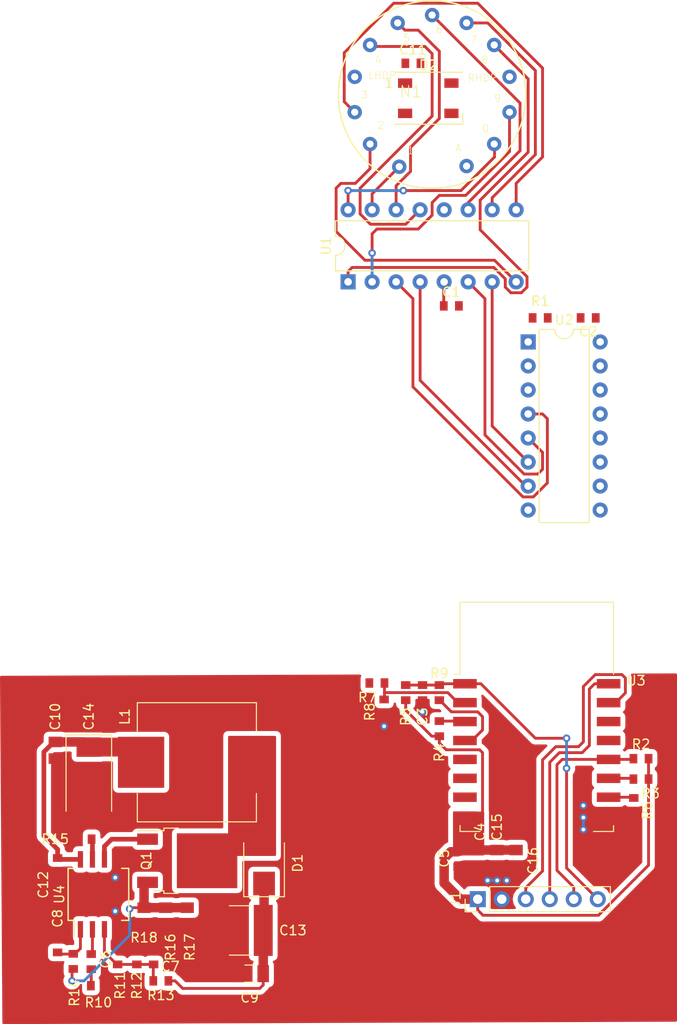
<source format=kicad_pcb>
(kicad_pcb (version 20171130) (host pcbnew "(5.0.0-rc2-58-gfc71fc647)")

  (general
    (thickness 1.6)
    (drawings 0)
    (tracks 271)
    (zones 0)
    (modules 44)
    (nets 50)
  )

  (page A4)
  (layers
    (0 F.Cu signal)
    (31 B.Cu signal)
    (32 B.Adhes user)
    (33 F.Adhes user)
    (34 B.Paste user)
    (35 F.Paste user)
    (36 B.SilkS user)
    (37 F.SilkS user)
    (38 B.Mask user)
    (39 F.Mask user)
    (40 Dwgs.User user)
    (41 Cmts.User user)
    (42 Eco1.User user)
    (43 Eco2.User user)
    (44 Edge.Cuts user)
    (45 Margin user)
    (46 B.CrtYd user)
    (47 F.CrtYd user)
    (48 B.Fab user)
    (49 F.Fab user hide)
  )

  (setup
    (last_trace_width 1)
    (user_trace_width 0.3)
    (user_trace_width 0.4)
    (user_trace_width 0.5)
    (user_trace_width 1)
    (user_trace_width 2)
    (user_trace_width 3)
    (user_trace_width 5)
    (trace_clearance 0.2)
    (zone_clearance 0.508)
    (zone_45_only no)
    (trace_min 0.2)
    (segment_width 0.2)
    (edge_width 0.15)
    (via_size 0.8)
    (via_drill 0.4)
    (via_min_size 0.5)
    (via_min_drill 0.3)
    (uvia_size 0.3)
    (uvia_drill 0.1)
    (uvias_allowed no)
    (uvia_min_size 0.2)
    (uvia_min_drill 0.1)
    (pcb_text_width 0.3)
    (pcb_text_size 1.5 1.5)
    (mod_edge_width 0.15)
    (mod_text_size 1 1)
    (mod_text_width 0.15)
    (pad_size 1.524 1.524)
    (pad_drill 0.762)
    (pad_to_mask_clearance 0.2)
    (aux_axis_origin 0 0)
    (visible_elements 7FFFFFFF)
    (pcbplotparams
      (layerselection 0x010fc_ffffffff)
      (usegerberextensions false)
      (usegerberattributes false)
      (usegerberadvancedattributes false)
      (creategerberjobfile false)
      (excludeedgelayer true)
      (linewidth 0.100000)
      (plotframeref false)
      (viasonmask false)
      (mode 1)
      (useauxorigin false)
      (hpglpennumber 1)
      (hpglpenspeed 20)
      (hpglpendiameter 15.000000)
      (psnegative false)
      (psa4output false)
      (plotreference true)
      (plotvalue true)
      (plotinvisibletext false)
      (padsonsilk false)
      (subtractmaskfromsilk false)
      (outputformat 1)
      (mirror false)
      (drillshape 1)
      (scaleselection 1)
      (outputdirectory ""))
  )

  (net 0 "")
  (net 1 GND)
  (net 2 +5V)
  (net 3 +3V3)
  (net 4 /RST)
  (net 5 "Net-(R1-Pad2)")
  (net 6 /GPIO0)
  (net 7 /GPIO2)
  (net 8 /EN)
  (net 9 /GPIO15)
  (net 10 /ADC)
  (net 11 "Net-(R9-Pad2)")
  (net 12 /A3)
  (net 13 /A2)
  (net 14 /A4)
  (net 15 /A1)
  (net 16 /B1)
  (net 17 /B2)
  (net 18 /B3)
  (net 19 /B4)
  (net 20 "Net-(U2-Pad13)")
  (net 21 /SCL)
  (net 22 /SDA)
  (net 23 "Net-(U3-Pad5)")
  (net 24 "Net-(U3-Pad6)")
  (net 25 "Net-(C6-Pad1)")
  (net 26 "Net-(C6-Pad2)")
  (net 27 "Net-(C7-Pad2)")
  (net 28 "Net-(C8-Pad2)")
  (net 29 /Uanode)
  (net 30 "Net-(N1-Pad6)")
  (net 31 "Net-(N1-Pad5)")
  (net 32 "Net-(N1-Pad7)")
  (net 33 "Net-(N1-Pad12)")
  (net 34 "Net-(N1-Pad9)")
  (net 35 "Net-(N1-Pad10)")
  (net 36 "Net-(N1-Pad3)")
  (net 37 "Net-(N1-Pad2)")
  (net 38 "Net-(N1-Pad1)")
  (net 39 "Net-(N1-Pad11)")
  (net 40 "Net-(N1-Pad8)")
  (net 41 "Net-(N1-Pad4)")
  (net 42 "Net-(R15-Pad1)")
  (net 43 "Net-(D2-Pad2)")
  (net 44 /NeoPix1)
  (net 45 "Net-(D1-Pad2)")
  (net 46 "Net-(Q1-Pad1)")
  (net 47 "Net-(Q1-Pad3)")
  (net 48 /RX)
  (net 49 /TX)

  (net_class Default "Toto je výchozí třída sítě."
    (clearance 0.2)
    (trace_width 0.2)
    (via_dia 0.8)
    (via_drill 0.4)
    (uvia_dia 0.3)
    (uvia_drill 0.1)
    (add_net +3V3)
    (add_net +5V)
    (add_net /A1)
    (add_net /A2)
    (add_net /A3)
    (add_net /A4)
    (add_net /ADC)
    (add_net /B1)
    (add_net /B2)
    (add_net /B3)
    (add_net /B4)
    (add_net /EN)
    (add_net /GPIO0)
    (add_net /GPIO15)
    (add_net /GPIO2)
    (add_net /NeoPix1)
    (add_net /RST)
    (add_net /RX)
    (add_net /SCL)
    (add_net /SDA)
    (add_net /TX)
    (add_net /Uanode)
    (add_net GND)
    (add_net "Net-(C6-Pad1)")
    (add_net "Net-(C6-Pad2)")
    (add_net "Net-(C7-Pad2)")
    (add_net "Net-(C8-Pad2)")
    (add_net "Net-(D1-Pad2)")
    (add_net "Net-(D2-Pad2)")
    (add_net "Net-(N1-Pad1)")
    (add_net "Net-(N1-Pad10)")
    (add_net "Net-(N1-Pad11)")
    (add_net "Net-(N1-Pad12)")
    (add_net "Net-(N1-Pad2)")
    (add_net "Net-(N1-Pad3)")
    (add_net "Net-(N1-Pad4)")
    (add_net "Net-(N1-Pad5)")
    (add_net "Net-(N1-Pad6)")
    (add_net "Net-(N1-Pad7)")
    (add_net "Net-(N1-Pad8)")
    (add_net "Net-(N1-Pad9)")
    (add_net "Net-(Q1-Pad1)")
    (add_net "Net-(Q1-Pad3)")
    (add_net "Net-(R1-Pad2)")
    (add_net "Net-(R15-Pad1)")
    (add_net "Net-(R9-Pad2)")
    (add_net "Net-(U2-Pad13)")
    (add_net "Net-(U3-Pad5)")
    (add_net "Net-(U3-Pad6)")
  )

  (module riske-lib:ESP-12E (layer F.Cu) (tedit 5B1AE90A) (tstamp 5B25D3AC)
    (at 138.073 103.1455)
    (descr "Wi-Fi Module, http://wiki.ai-thinker.com/_media/esp8266/docs/aithinker_esp_12f_datasheet_en.pdf")
    (tags "Wi-Fi Module")
    (path /5B197E0F)
    (attr smd)
    (fp_text reference U3 (at 10.517 -3.8315) (layer F.SilkS)
      (effects (font (size 1 1) (thickness 0.15)))
    )
    (fp_text value ESP-12E (at -0.06 -12.78) (layer F.Fab)
      (effects (font (size 1 1) (thickness 0.15)))
    )
    (fp_line (start 5.56 -4.8) (end 8.12 -7.36) (layer Dwgs.User) (width 0.12))
    (fp_line (start 2.56 -4.8) (end 8.12 -10.36) (layer Dwgs.User) (width 0.12))
    (fp_line (start -0.44 -4.8) (end 6.88 -12.12) (layer Dwgs.User) (width 0.12))
    (fp_line (start -3.44 -4.8) (end 3.88 -12.12) (layer Dwgs.User) (width 0.12))
    (fp_line (start -6.44 -4.8) (end 0.88 -12.12) (layer Dwgs.User) (width 0.12))
    (fp_line (start -8.12 -6.12) (end -2.12 -12.12) (layer Dwgs.User) (width 0.12))
    (fp_line (start -8.12 -9.12) (end -5.12 -12.12) (layer Dwgs.User) (width 0.12))
    (fp_line (start -8.12 -4.8) (end -8.12 -12.12) (layer Dwgs.User) (width 0.12))
    (fp_line (start 8.12 -4.8) (end -8.12 -4.8) (layer Dwgs.User) (width 0.12))
    (fp_line (start 8.12 -12.12) (end 8.12 -4.8) (layer Dwgs.User) (width 0.12))
    (fp_line (start -8.12 -12.12) (end 8.12 -12.12) (layer Dwgs.User) (width 0.12))
    (fp_line (start -8.12 -4.5) (end -8.73 -4.5) (layer F.SilkS) (width 0.12))
    (fp_line (start -8.12 -4.5) (end -8.12 -12.12) (layer F.SilkS) (width 0.12))
    (fp_line (start -8.12 12.12) (end -8.12 11.5) (layer F.SilkS) (width 0.12))
    (fp_line (start -6 12.12) (end -8.12 12.12) (layer F.SilkS) (width 0.12))
    (fp_line (start 8.12 12.12) (end 6 12.12) (layer F.SilkS) (width 0.12))
    (fp_line (start 8.12 11.5) (end 8.12 12.12) (layer F.SilkS) (width 0.12))
    (fp_line (start 8.12 -12.12) (end 8.12 -4.5) (layer F.SilkS) (width 0.12))
    (fp_line (start -8.12 -12.12) (end 8.12 -12.12) (layer F.SilkS) (width 0.12))
    (fp_line (start -9.05 13.1) (end -9.05 -12.2) (layer F.CrtYd) (width 0.05))
    (fp_line (start 9.05 13.1) (end -9.05 13.1) (layer F.CrtYd) (width 0.05))
    (fp_line (start 9.05 -12.2) (end 9.05 13.1) (layer F.CrtYd) (width 0.05))
    (fp_line (start -9.05 -12.2) (end 9.05 -12.2) (layer F.CrtYd) (width 0.05))
    (fp_line (start -8 -4) (end -8 -12) (layer F.Fab) (width 0.12))
    (fp_line (start -7.5 -3.5) (end -8 -4) (layer F.Fab) (width 0.12))
    (fp_line (start -8 -3) (end -7.5 -3.5) (layer F.Fab) (width 0.12))
    (fp_line (start -8 12) (end -8 -3) (layer F.Fab) (width 0.12))
    (fp_line (start 8 12) (end -8 12) (layer F.Fab) (width 0.12))
    (fp_line (start 8 -12) (end 8 12) (layer F.Fab) (width 0.12))
    (fp_line (start -8 -12) (end 8 -12) (layer F.Fab) (width 0.12))
    (fp_text user %R (at 0.49 -0.8) (layer F.Fab)
      (effects (font (size 1 1) (thickness 0.15)))
    )
    (fp_text user "KEEP-OUT ZONE" (at 0.03 -9.55 180) (layer Cmts.User)
      (effects (font (size 1 1) (thickness 0.15)))
    )
    (fp_text user Antenna (at -0.06 -7 180) (layer Cmts.User)
      (effects (font (size 1 1) (thickness 0.15)))
    )
    (pad 22 smd rect (at 7.6 -3.5) (size 2.5 1) (layers F.Cu F.Paste F.Mask)
      (net 49 /TX))
    (pad 21 smd rect (at 7.6 -1.5) (size 2.5 1) (layers F.Cu F.Paste F.Mask)
      (net 48 /RX))
    (pad 20 smd rect (at 7.6 0.5) (size 2.5 1) (layers F.Cu F.Paste F.Mask)
      (net 21 /SCL))
    (pad 19 smd rect (at 7.6 2.5) (size 2.5 1) (layers F.Cu F.Paste F.Mask)
      (net 22 /SDA))
    (pad 18 smd rect (at 7.6 4.5) (size 2.5 1) (layers F.Cu F.Paste F.Mask)
      (net 6 /GPIO0))
    (pad 17 smd rect (at 7.6 6.5) (size 2.5 1) (layers F.Cu F.Paste F.Mask)
      (net 7 /GPIO2))
    (pad 16 smd rect (at 7.6 8.5) (size 2.5 1) (layers F.Cu F.Paste F.Mask)
      (net 9 /GPIO15))
    (pad 15 smd rect (at 7.6 10.5) (size 2.5 1) (layers F.Cu F.Paste F.Mask)
      (net 1 GND))
    (pad 8 smd rect (at -7.6 10.5) (size 2.5 1) (layers F.Cu F.Paste F.Mask)
      (net 3 +3V3))
    (pad 7 smd rect (at -7.6 8.5) (size 2.5 1) (layers F.Cu F.Paste F.Mask)
      (net 44 /NeoPix1))
    (pad 6 smd rect (at -7.6 6.5) (size 2.5 1) (layers F.Cu F.Paste F.Mask)
      (net 24 "Net-(U3-Pad6)"))
    (pad 5 smd rect (at -7.6 4.5) (size 2.5 1) (layers F.Cu F.Paste F.Mask)
      (net 23 "Net-(U3-Pad5)"))
    (pad 4 smd rect (at -7.6 2.5) (size 2.5 1) (layers F.Cu F.Paste F.Mask)
      (net 11 "Net-(R9-Pad2)"))
    (pad 3 smd rect (at -7.6 0.5) (size 2.5 1) (layers F.Cu F.Paste F.Mask)
      (net 8 /EN))
    (pad 2 smd rect (at -7.6 -1.5) (size 2.5 1) (layers F.Cu F.Paste F.Mask)
      (net 10 /ADC))
    (pad 1 smd rect (at -7.6 -3.5) (size 2.5 1) (layers F.Cu F.Paste F.Mask)
      (net 4 /RST))
    (model ${KISYS3DMOD}/RF_Module.3dshapes/ESP-12E.wrl
      (at (xyz 0 0 0))
      (scale (xyz 1 1 1))
      (rotate (xyz 0 0 0))
    )
  )

  (module Resistor_SMD:R_0603_1608Metric (layer F.Cu) (tedit 5AC5DB74) (tstamp 5B275123)
    (at 90.17 116.078 180)
    (descr "Resistor SMD 0603 (1608 Metric), square (rectangular) end terminal, IPC_7351 nominal, (Body size source: http://www.tortai-tech.com/upload/download/2011102023233369053.pdf), generated with kicad-footprint-generator")
    (tags resistor)
    (path /5B1B5B5B)
    (attr smd)
    (fp_text reference R15 (at 3.048 0 180) (layer F.SilkS)
      (effects (font (size 1 1) (thickness 0.15)))
    )
    (fp_text value 40k (at 0 1.45 180) (layer F.Fab)
      (effects (font (size 1 1) (thickness 0.15)))
    )
    (fp_text user %R (at 0 0 180) (layer F.Fab)
      (effects (font (size 0.4 0.4) (thickness 0.06)))
    )
    (fp_line (start 1.46 0.75) (end -1.46 0.75) (layer F.CrtYd) (width 0.05))
    (fp_line (start 1.46 -0.75) (end 1.46 0.75) (layer F.CrtYd) (width 0.05))
    (fp_line (start -1.46 -0.75) (end 1.46 -0.75) (layer F.CrtYd) (width 0.05))
    (fp_line (start -1.46 0.75) (end -1.46 -0.75) (layer F.CrtYd) (width 0.05))
    (fp_line (start 0.8 0.4) (end -0.8 0.4) (layer F.Fab) (width 0.1))
    (fp_line (start 0.8 -0.4) (end 0.8 0.4) (layer F.Fab) (width 0.1))
    (fp_line (start -0.8 -0.4) (end 0.8 -0.4) (layer F.Fab) (width 0.1))
    (fp_line (start -0.8 0.4) (end -0.8 -0.4) (layer F.Fab) (width 0.1))
    (pad 2 smd rect (at 0.8 0 180) (size 0.82 1) (layers F.Cu F.Paste F.Mask)
      (net 1 GND))
    (pad 1 smd rect (at -0.8 0 180) (size 0.82 1) (layers F.Cu F.Paste F.Mask)
      (net 42 "Net-(R15-Pad1)"))
    (model ${KISYS3DMOD}/Resistor_SMD.3dshapes/R_0603_1608Metric.wrl
      (at (xyz 0 0 0))
      (scale (xyz 1 1 1))
      (rotate (xyz 0 0 0))
    )
  )

  (module Capacitor_SMD:C_0603_1608Metric (layer F.Cu) (tedit 5AC5DB74) (tstamp 5B25D266)
    (at 129.032 59.69)
    (descr "Capacitor SMD 0603 (1608 Metric), square (rectangular) end terminal, IPC_7351 nominal, (Body size source: http://www.tortai-tech.com/upload/download/2011102023233369053.pdf), generated with kicad-footprint-generator")
    (tags capacitor)
    (path /5B199C42)
    (attr smd)
    (fp_text reference C1 (at 0 -1.45) (layer F.SilkS)
      (effects (font (size 1 1) (thickness 0.15)))
    )
    (fp_text value 100n (at 0 1.45) (layer F.Fab)
      (effects (font (size 1 1) (thickness 0.15)))
    )
    (fp_text user %R (at 0 0) (layer F.Fab)
      (effects (font (size 0.4 0.4) (thickness 0.06)))
    )
    (fp_line (start 1.46 0.75) (end -1.46 0.75) (layer F.CrtYd) (width 0.05))
    (fp_line (start 1.46 -0.75) (end 1.46 0.75) (layer F.CrtYd) (width 0.05))
    (fp_line (start -1.46 -0.75) (end 1.46 -0.75) (layer F.CrtYd) (width 0.05))
    (fp_line (start -1.46 0.75) (end -1.46 -0.75) (layer F.CrtYd) (width 0.05))
    (fp_line (start 0.8 0.4) (end -0.8 0.4) (layer F.Fab) (width 0.1))
    (fp_line (start 0.8 -0.4) (end 0.8 0.4) (layer F.Fab) (width 0.1))
    (fp_line (start -0.8 -0.4) (end 0.8 -0.4) (layer F.Fab) (width 0.1))
    (fp_line (start -0.8 0.4) (end -0.8 -0.4) (layer F.Fab) (width 0.1))
    (pad 2 smd rect (at 0.8 0) (size 0.82 1) (layers F.Cu F.Paste F.Mask)
      (net 1 GND))
    (pad 1 smd rect (at -0.8 0) (size 0.82 1) (layers F.Cu F.Paste F.Mask)
      (net 2 +5V))
    (model ${KISYS3DMOD}/Capacitor_SMD.3dshapes/C_0603_1608Metric.wrl
      (at (xyz 0 0 0))
      (scale (xyz 1 1 1))
      (rotate (xyz 0 0 0))
    )
  )

  (module Capacitor_SMD:C_0603_1608Metric (layer F.Cu) (tedit 5AC5DB74) (tstamp 5B25D275)
    (at 143.51 60.96 180)
    (descr "Capacitor SMD 0603 (1608 Metric), square (rectangular) end terminal, IPC_7351 nominal, (Body size source: http://www.tortai-tech.com/upload/download/2011102023233369053.pdf), generated with kicad-footprint-generator")
    (tags capacitor)
    (path /5B19A304)
    (attr smd)
    (fp_text reference C2 (at 0 -1.45 180) (layer F.SilkS)
      (effects (font (size 1 1) (thickness 0.15)))
    )
    (fp_text value 100n (at 0 1.45 180) (layer F.Fab)
      (effects (font (size 1 1) (thickness 0.15)))
    )
    (fp_text user %R (at 0 0 180) (layer F.Fab)
      (effects (font (size 0.4 0.4) (thickness 0.06)))
    )
    (fp_line (start 1.46 0.75) (end -1.46 0.75) (layer F.CrtYd) (width 0.05))
    (fp_line (start 1.46 -0.75) (end 1.46 0.75) (layer F.CrtYd) (width 0.05))
    (fp_line (start -1.46 -0.75) (end 1.46 -0.75) (layer F.CrtYd) (width 0.05))
    (fp_line (start -1.46 0.75) (end -1.46 -0.75) (layer F.CrtYd) (width 0.05))
    (fp_line (start 0.8 0.4) (end -0.8 0.4) (layer F.Fab) (width 0.1))
    (fp_line (start 0.8 -0.4) (end 0.8 0.4) (layer F.Fab) (width 0.1))
    (fp_line (start -0.8 -0.4) (end 0.8 -0.4) (layer F.Fab) (width 0.1))
    (fp_line (start -0.8 0.4) (end -0.8 -0.4) (layer F.Fab) (width 0.1))
    (pad 2 smd rect (at 0.8 0 180) (size 0.82 1) (layers F.Cu F.Paste F.Mask)
      (net 1 GND))
    (pad 1 smd rect (at -0.8 0 180) (size 0.82 1) (layers F.Cu F.Paste F.Mask)
      (net 3 +3V3))
    (model ${KISYS3DMOD}/Capacitor_SMD.3dshapes/C_0603_1608Metric.wrl
      (at (xyz 0 0 0))
      (scale (xyz 1 1 1))
      (rotate (xyz 0 0 0))
    )
  )

  (module Capacitor_SMD:C_0603_1608Metric (layer F.Cu) (tedit 5AC5DB74) (tstamp 5B25D850)
    (at 125.984 100.584 270)
    (descr "Capacitor SMD 0603 (1608 Metric), square (rectangular) end terminal, IPC_7351 nominal, (Body size source: http://www.tortai-tech.com/upload/download/2011102023233369053.pdf), generated with kicad-footprint-generator")
    (tags capacitor)
    (path /5B19E538)
    (attr smd)
    (fp_text reference C3 (at 2.54 0 270) (layer F.SilkS)
      (effects (font (size 1 1) (thickness 0.15)))
    )
    (fp_text value 100n (at 0 1.45 270) (layer F.Fab)
      (effects (font (size 1 1) (thickness 0.15)))
    )
    (fp_line (start -0.8 0.4) (end -0.8 -0.4) (layer F.Fab) (width 0.1))
    (fp_line (start -0.8 -0.4) (end 0.8 -0.4) (layer F.Fab) (width 0.1))
    (fp_line (start 0.8 -0.4) (end 0.8 0.4) (layer F.Fab) (width 0.1))
    (fp_line (start 0.8 0.4) (end -0.8 0.4) (layer F.Fab) (width 0.1))
    (fp_line (start -1.46 0.75) (end -1.46 -0.75) (layer F.CrtYd) (width 0.05))
    (fp_line (start -1.46 -0.75) (end 1.46 -0.75) (layer F.CrtYd) (width 0.05))
    (fp_line (start 1.46 -0.75) (end 1.46 0.75) (layer F.CrtYd) (width 0.05))
    (fp_line (start 1.46 0.75) (end -1.46 0.75) (layer F.CrtYd) (width 0.05))
    (fp_text user %R (at 0 0 270) (layer F.Fab)
      (effects (font (size 0.4 0.4) (thickness 0.06)))
    )
    (pad 1 smd rect (at -0.8 0 270) (size 0.82 1) (layers F.Cu F.Paste F.Mask)
      (net 4 /RST))
    (pad 2 smd rect (at 0.8 0 270) (size 0.82 1) (layers F.Cu F.Paste F.Mask)
      (net 1 GND))
    (model ${KISYS3DMOD}/Capacitor_SMD.3dshapes/C_0603_1608Metric.wrl
      (at (xyz 0 0 0))
      (scale (xyz 1 1 1))
      (rotate (xyz 0 0 0))
    )
  )

  (module Capacitor_SMD:C_0805_2012Metric (layer F.Cu) (tedit 5AC5DB74) (tstamp 5B25D293)
    (at 131.826 118.11 270)
    (descr "Capacitor SMD 0805 (2012 Metric), square (rectangular) end terminal, IPC_7351 nominal, (Body size source: http://www.tortai-tech.com/upload/download/2011102023233369053.pdf), generated with kicad-footprint-generator")
    (tags capacitor)
    (path /5B19B8F8)
    (attr smd)
    (fp_text reference C4 (at -2.794 -0.254 270) (layer F.SilkS)
      (effects (font (size 1 1) (thickness 0.15)))
    )
    (fp_text value 10u (at 0 1.65 270) (layer F.Fab)
      (effects (font (size 1 1) (thickness 0.15)))
    )
    (fp_line (start -1 0.6) (end -1 -0.6) (layer F.Fab) (width 0.1))
    (fp_line (start -1 -0.6) (end 1 -0.6) (layer F.Fab) (width 0.1))
    (fp_line (start 1 -0.6) (end 1 0.6) (layer F.Fab) (width 0.1))
    (fp_line (start 1 0.6) (end -1 0.6) (layer F.Fab) (width 0.1))
    (fp_line (start -1.69 0.95) (end -1.69 -0.95) (layer F.CrtYd) (width 0.05))
    (fp_line (start -1.69 -0.95) (end 1.69 -0.95) (layer F.CrtYd) (width 0.05))
    (fp_line (start 1.69 -0.95) (end 1.69 0.95) (layer F.CrtYd) (width 0.05))
    (fp_line (start 1.69 0.95) (end -1.69 0.95) (layer F.CrtYd) (width 0.05))
    (fp_text user %R (at 0 0 270) (layer F.Fab)
      (effects (font (size 0.5 0.5) (thickness 0.08)))
    )
    (pad 1 smd rect (at -0.88 0 270) (size 1.12 1.4) (layers F.Cu F.Paste F.Mask)
      (net 3 +3V3))
    (pad 2 smd rect (at 0.88 0 270) (size 1.12 1.4) (layers F.Cu F.Paste F.Mask)
      (net 1 GND))
    (model ${KISYS3DMOD}/Capacitor_SMD.3dshapes/C_0805_2012Metric.wrl
      (at (xyz 0 0 0))
      (scale (xyz 1 1 1))
      (rotate (xyz 0 0 0))
    )
  )

  (module Capacitor_SMD:C_0603_1608Metric (layer F.Cu) (tedit 5AC5DB74) (tstamp 5B25D2A2)
    (at 129.7432 118.2116 270)
    (descr "Capacitor SMD 0603 (1608 Metric), square (rectangular) end terminal, IPC_7351 nominal, (Body size source: http://www.tortai-tech.com/upload/download/2011102023233369053.pdf), generated with kicad-footprint-generator")
    (tags capacitor)
    (path /5B19B726)
    (attr smd)
    (fp_text reference C5 (at -0.1016 1.4732 270) (layer F.SilkS)
      (effects (font (size 1 1) (thickness 0.15)))
    )
    (fp_text value 100n (at 0 1.45 270) (layer F.Fab)
      (effects (font (size 1 1) (thickness 0.15)))
    )
    (fp_line (start -0.8 0.4) (end -0.8 -0.4) (layer F.Fab) (width 0.1))
    (fp_line (start -0.8 -0.4) (end 0.8 -0.4) (layer F.Fab) (width 0.1))
    (fp_line (start 0.8 -0.4) (end 0.8 0.4) (layer F.Fab) (width 0.1))
    (fp_line (start 0.8 0.4) (end -0.8 0.4) (layer F.Fab) (width 0.1))
    (fp_line (start -1.46 0.75) (end -1.46 -0.75) (layer F.CrtYd) (width 0.05))
    (fp_line (start -1.46 -0.75) (end 1.46 -0.75) (layer F.CrtYd) (width 0.05))
    (fp_line (start 1.46 -0.75) (end 1.46 0.75) (layer F.CrtYd) (width 0.05))
    (fp_line (start 1.46 0.75) (end -1.46 0.75) (layer F.CrtYd) (width 0.05))
    (fp_text user %R (at 0 0 270) (layer F.Fab)
      (effects (font (size 0.4 0.4) (thickness 0.06)))
    )
    (pad 1 smd rect (at -0.8 0 270) (size 0.82 1) (layers F.Cu F.Paste F.Mask)
      (net 3 +3V3))
    (pad 2 smd rect (at 0.8 0 270) (size 0.82 1) (layers F.Cu F.Paste F.Mask)
      (net 1 GND))
    (model ${KISYS3DMOD}/Capacitor_SMD.3dshapes/C_0603_1608Metric.wrl
      (at (xyz 0 0 0))
      (scale (xyz 1 1 1))
      (rotate (xyz 0 0 0))
    )
  )

  (module Resistor_SMD:R_0603_1608Metric (layer F.Cu) (tedit 5AC5DB74) (tstamp 5B25D2B1)
    (at 138.43 60.96 180)
    (descr "Resistor SMD 0603 (1608 Metric), square (rectangular) end terminal, IPC_7351 nominal, (Body size source: http://www.tortai-tech.com/upload/download/2011102023233369053.pdf), generated with kicad-footprint-generator")
    (tags resistor)
    (path /5B19A4F7)
    (attr smd)
    (fp_text reference R1 (at 0 1.778 180) (layer F.SilkS)
      (effects (font (size 1 1) (thickness 0.15)))
    )
    (fp_text value R (at 0 1.45 180) (layer F.Fab)
      (effects (font (size 1 1) (thickness 0.15)))
    )
    (fp_line (start -0.8 0.4) (end -0.8 -0.4) (layer F.Fab) (width 0.1))
    (fp_line (start -0.8 -0.4) (end 0.8 -0.4) (layer F.Fab) (width 0.1))
    (fp_line (start 0.8 -0.4) (end 0.8 0.4) (layer F.Fab) (width 0.1))
    (fp_line (start 0.8 0.4) (end -0.8 0.4) (layer F.Fab) (width 0.1))
    (fp_line (start -1.46 0.75) (end -1.46 -0.75) (layer F.CrtYd) (width 0.05))
    (fp_line (start -1.46 -0.75) (end 1.46 -0.75) (layer F.CrtYd) (width 0.05))
    (fp_line (start 1.46 -0.75) (end 1.46 0.75) (layer F.CrtYd) (width 0.05))
    (fp_line (start 1.46 0.75) (end -1.46 0.75) (layer F.CrtYd) (width 0.05))
    (fp_text user %R (at 0 0 180) (layer F.Fab)
      (effects (font (size 0.4 0.4) (thickness 0.06)))
    )
    (pad 1 smd rect (at -0.8 0 180) (size 0.82 1) (layers F.Cu F.Paste F.Mask)
      (net 3 +3V3))
    (pad 2 smd rect (at 0.8 0 180) (size 0.82 1) (layers F.Cu F.Paste F.Mask)
      (net 5 "Net-(R1-Pad2)"))
    (model ${KISYS3DMOD}/Resistor_SMD.3dshapes/R_0603_1608Metric.wrl
      (at (xyz 0 0 0))
      (scale (xyz 1 1 1))
      (rotate (xyz 0 0 0))
    )
  )

  (module Resistor_SMD:R_0603_1608Metric (layer F.Cu) (tedit 5AC5DB74) (tstamp 5B270A06)
    (at 149.098 107.569)
    (descr "Resistor SMD 0603 (1608 Metric), square (rectangular) end terminal, IPC_7351 nominal, (Body size source: http://www.tortai-tech.com/upload/download/2011102023233369053.pdf), generated with kicad-footprint-generator")
    (tags resistor)
    (path /5B19C528)
    (attr smd)
    (fp_text reference R2 (at 0 -1.524) (layer F.SilkS)
      (effects (font (size 1 1) (thickness 0.15)))
    )
    (fp_text value 12k (at 0 1.45) (layer F.Fab)
      (effects (font (size 1 1) (thickness 0.15)))
    )
    (fp_line (start -0.8 0.4) (end -0.8 -0.4) (layer F.Fab) (width 0.1))
    (fp_line (start -0.8 -0.4) (end 0.8 -0.4) (layer F.Fab) (width 0.1))
    (fp_line (start 0.8 -0.4) (end 0.8 0.4) (layer F.Fab) (width 0.1))
    (fp_line (start 0.8 0.4) (end -0.8 0.4) (layer F.Fab) (width 0.1))
    (fp_line (start -1.46 0.75) (end -1.46 -0.75) (layer F.CrtYd) (width 0.05))
    (fp_line (start -1.46 -0.75) (end 1.46 -0.75) (layer F.CrtYd) (width 0.05))
    (fp_line (start 1.46 -0.75) (end 1.46 0.75) (layer F.CrtYd) (width 0.05))
    (fp_line (start 1.46 0.75) (end -1.46 0.75) (layer F.CrtYd) (width 0.05))
    (fp_text user %R (at 0 0) (layer F.Fab)
      (effects (font (size 0.4 0.4) (thickness 0.06)))
    )
    (pad 1 smd rect (at -0.8 0) (size 0.82 1) (layers F.Cu F.Paste F.Mask)
      (net 6 /GPIO0))
    (pad 2 smd rect (at 0.8 0) (size 0.82 1) (layers F.Cu F.Paste F.Mask)
      (net 3 +3V3))
    (model ${KISYS3DMOD}/Resistor_SMD.3dshapes/R_0603_1608Metric.wrl
      (at (xyz 0 0 0))
      (scale (xyz 1 1 1))
      (rotate (xyz 0 0 0))
    )
  )

  (module Resistor_SMD:R_0603_1608Metric (layer F.Cu) (tedit 5AC5DB74) (tstamp 5B25D2CF)
    (at 149.098 109.728)
    (descr "Resistor SMD 0603 (1608 Metric), square (rectangular) end terminal, IPC_7351 nominal, (Body size source: http://www.tortai-tech.com/upload/download/2011102023233369053.pdf), generated with kicad-footprint-generator")
    (tags resistor)
    (path /5B19C7CC)
    (attr smd)
    (fp_text reference R3 (at 1.016 1.524) (layer F.SilkS)
      (effects (font (size 1 1) (thickness 0.15)))
    )
    (fp_text value 12k (at 0 1.45) (layer F.Fab)
      (effects (font (size 1 1) (thickness 0.15)))
    )
    (fp_text user %R (at 0 0) (layer F.Fab)
      (effects (font (size 0.4 0.4) (thickness 0.06)))
    )
    (fp_line (start 1.46 0.75) (end -1.46 0.75) (layer F.CrtYd) (width 0.05))
    (fp_line (start 1.46 -0.75) (end 1.46 0.75) (layer F.CrtYd) (width 0.05))
    (fp_line (start -1.46 -0.75) (end 1.46 -0.75) (layer F.CrtYd) (width 0.05))
    (fp_line (start -1.46 0.75) (end -1.46 -0.75) (layer F.CrtYd) (width 0.05))
    (fp_line (start 0.8 0.4) (end -0.8 0.4) (layer F.Fab) (width 0.1))
    (fp_line (start 0.8 -0.4) (end 0.8 0.4) (layer F.Fab) (width 0.1))
    (fp_line (start -0.8 -0.4) (end 0.8 -0.4) (layer F.Fab) (width 0.1))
    (fp_line (start -0.8 0.4) (end -0.8 -0.4) (layer F.Fab) (width 0.1))
    (pad 2 smd rect (at 0.8 0) (size 0.82 1) (layers F.Cu F.Paste F.Mask)
      (net 3 +3V3))
    (pad 1 smd rect (at -0.8 0) (size 0.82 1) (layers F.Cu F.Paste F.Mask)
      (net 7 /GPIO2))
    (model ${KISYS3DMOD}/Resistor_SMD.3dshapes/R_0603_1608Metric.wrl
      (at (xyz 0 0 0))
      (scale (xyz 1 1 1))
      (rotate (xyz 0 0 0))
    )
  )

  (module Resistor_SMD:R_0603_1608Metric (layer F.Cu) (tedit 5AC5DB74) (tstamp 5B1AD0F7)
    (at 127.762 104.394 270)
    (descr "Resistor SMD 0603 (1608 Metric), square (rectangular) end terminal, IPC_7351 nominal, (Body size source: http://www.tortai-tech.com/upload/download/2011102023233369053.pdf), generated with kicad-footprint-generator")
    (tags resistor)
    (path /5B19C7F6)
    (attr smd)
    (fp_text reference R4 (at 2.54 0 270) (layer F.SilkS)
      (effects (font (size 1 1) (thickness 0.15)))
    )
    (fp_text value 12k (at 0 1.45 270) (layer F.Fab)
      (effects (font (size 1 1) (thickness 0.15)))
    )
    (fp_line (start -0.8 0.4) (end -0.8 -0.4) (layer F.Fab) (width 0.1))
    (fp_line (start -0.8 -0.4) (end 0.8 -0.4) (layer F.Fab) (width 0.1))
    (fp_line (start 0.8 -0.4) (end 0.8 0.4) (layer F.Fab) (width 0.1))
    (fp_line (start 0.8 0.4) (end -0.8 0.4) (layer F.Fab) (width 0.1))
    (fp_line (start -1.46 0.75) (end -1.46 -0.75) (layer F.CrtYd) (width 0.05))
    (fp_line (start -1.46 -0.75) (end 1.46 -0.75) (layer F.CrtYd) (width 0.05))
    (fp_line (start 1.46 -0.75) (end 1.46 0.75) (layer F.CrtYd) (width 0.05))
    (fp_line (start 1.46 0.75) (end -1.46 0.75) (layer F.CrtYd) (width 0.05))
    (fp_text user %R (at 0 0 270) (layer F.Fab)
      (effects (font (size 0.4 0.4) (thickness 0.06)))
    )
    (pad 1 smd rect (at -0.8 0 270) (size 0.82 1) (layers F.Cu F.Paste F.Mask)
      (net 8 /EN))
    (pad 2 smd rect (at 0.8 0 270) (size 0.82 1) (layers F.Cu F.Paste F.Mask)
      (net 3 +3V3))
    (model ${KISYS3DMOD}/Resistor_SMD.3dshapes/R_0603_1608Metric.wrl
      (at (xyz 0 0 0))
      (scale (xyz 1 1 1))
      (rotate (xyz 0 0 0))
    )
  )

  (module Resistor_SMD:R_0603_1608Metric (layer F.Cu) (tedit 5AC5DB74) (tstamp 5B25D2ED)
    (at 124.206 100.584 270)
    (descr "Resistor SMD 0603 (1608 Metric), square (rectangular) end terminal, IPC_7351 nominal, (Body size source: http://www.tortai-tech.com/upload/download/2011102023233369053.pdf), generated with kicad-footprint-generator")
    (tags resistor)
    (path /5B19C8C7)
    (attr smd)
    (fp_text reference R5 (at 2.54 0 270) (layer F.SilkS)
      (effects (font (size 1 1) (thickness 0.15)))
    )
    (fp_text value 12k (at 0 1.45 270) (layer F.Fab)
      (effects (font (size 1 1) (thickness 0.15)))
    )
    (fp_text user %R (at 0 0 270) (layer F.Fab)
      (effects (font (size 0.4 0.4) (thickness 0.06)))
    )
    (fp_line (start 1.46 0.75) (end -1.46 0.75) (layer F.CrtYd) (width 0.05))
    (fp_line (start 1.46 -0.75) (end 1.46 0.75) (layer F.CrtYd) (width 0.05))
    (fp_line (start -1.46 -0.75) (end 1.46 -0.75) (layer F.CrtYd) (width 0.05))
    (fp_line (start -1.46 0.75) (end -1.46 -0.75) (layer F.CrtYd) (width 0.05))
    (fp_line (start 0.8 0.4) (end -0.8 0.4) (layer F.Fab) (width 0.1))
    (fp_line (start 0.8 -0.4) (end 0.8 0.4) (layer F.Fab) (width 0.1))
    (fp_line (start -0.8 -0.4) (end 0.8 -0.4) (layer F.Fab) (width 0.1))
    (fp_line (start -0.8 0.4) (end -0.8 -0.4) (layer F.Fab) (width 0.1))
    (pad 2 smd rect (at 0.8 0 270) (size 0.82 1) (layers F.Cu F.Paste F.Mask)
      (net 3 +3V3))
    (pad 1 smd rect (at -0.8 0 270) (size 0.82 1) (layers F.Cu F.Paste F.Mask)
      (net 4 /RST))
    (model ${KISYS3DMOD}/Resistor_SMD.3dshapes/R_0603_1608Metric.wrl
      (at (xyz 0 0 0))
      (scale (xyz 1 1 1))
      (rotate (xyz 0 0 0))
    )
  )

  (module Resistor_SMD:R_0603_1608Metric (layer F.Cu) (tedit 5AC5DB74) (tstamp 5B25D2FC)
    (at 148.336 112.522 270)
    (descr "Resistor SMD 0603 (1608 Metric), square (rectangular) end terminal, IPC_7351 nominal, (Body size source: http://www.tortai-tech.com/upload/download/2011102023233369053.pdf), generated with kicad-footprint-generator")
    (tags resistor)
    (path /5B19C967)
    (attr smd)
    (fp_text reference R6 (at 0.508 -1.45 270) (layer F.SilkS)
      (effects (font (size 1 1) (thickness 0.15)))
    )
    (fp_text value 12k (at 0 1.45 270) (layer F.Fab)
      (effects (font (size 1 1) (thickness 0.15)))
    )
    (fp_line (start -0.8 0.4) (end -0.8 -0.4) (layer F.Fab) (width 0.1))
    (fp_line (start -0.8 -0.4) (end 0.8 -0.4) (layer F.Fab) (width 0.1))
    (fp_line (start 0.8 -0.4) (end 0.8 0.4) (layer F.Fab) (width 0.1))
    (fp_line (start 0.8 0.4) (end -0.8 0.4) (layer F.Fab) (width 0.1))
    (fp_line (start -1.46 0.75) (end -1.46 -0.75) (layer F.CrtYd) (width 0.05))
    (fp_line (start -1.46 -0.75) (end 1.46 -0.75) (layer F.CrtYd) (width 0.05))
    (fp_line (start 1.46 -0.75) (end 1.46 0.75) (layer F.CrtYd) (width 0.05))
    (fp_line (start 1.46 0.75) (end -1.46 0.75) (layer F.CrtYd) (width 0.05))
    (fp_text user %R (at 0 0 270) (layer F.Fab)
      (effects (font (size 0.4 0.4) (thickness 0.06)))
    )
    (pad 1 smd rect (at -0.8 0 270) (size 0.82 1) (layers F.Cu F.Paste F.Mask)
      (net 9 /GPIO15))
    (pad 2 smd rect (at 0.8 0 270) (size 0.82 1) (layers F.Cu F.Paste F.Mask)
      (net 1 GND))
    (model ${KISYS3DMOD}/Resistor_SMD.3dshapes/R_0603_1608Metric.wrl
      (at (xyz 0 0 0))
      (scale (xyz 1 1 1))
      (rotate (xyz 0 0 0))
    )
  )

  (module Resistor_SMD:R_0603_1608Metric (layer F.Cu) (tedit 5AC5DB74) (tstamp 5B25D30B)
    (at 121.158 99.568)
    (descr "Resistor SMD 0603 (1608 Metric), square (rectangular) end terminal, IPC_7351 nominal, (Body size source: http://www.tortai-tech.com/upload/download/2011102023233369053.pdf), generated with kicad-footprint-generator")
    (tags resistor)
    (path /5B19F8C2)
    (attr smd)
    (fp_text reference R7 (at -1.016 1.524) (layer F.SilkS)
      (effects (font (size 1 1) (thickness 0.15)))
    )
    (fp_text value 220k (at 0 1.45) (layer F.Fab)
      (effects (font (size 1 1) (thickness 0.15)))
    )
    (fp_text user %R (at 0 0) (layer F.Fab)
      (effects (font (size 0.4 0.4) (thickness 0.06)))
    )
    (fp_line (start 1.46 0.75) (end -1.46 0.75) (layer F.CrtYd) (width 0.05))
    (fp_line (start 1.46 -0.75) (end 1.46 0.75) (layer F.CrtYd) (width 0.05))
    (fp_line (start -1.46 -0.75) (end 1.46 -0.75) (layer F.CrtYd) (width 0.05))
    (fp_line (start -1.46 0.75) (end -1.46 -0.75) (layer F.CrtYd) (width 0.05))
    (fp_line (start 0.8 0.4) (end -0.8 0.4) (layer F.Fab) (width 0.1))
    (fp_line (start 0.8 -0.4) (end 0.8 0.4) (layer F.Fab) (width 0.1))
    (fp_line (start -0.8 -0.4) (end 0.8 -0.4) (layer F.Fab) (width 0.1))
    (fp_line (start -0.8 0.4) (end -0.8 -0.4) (layer F.Fab) (width 0.1))
    (pad 2 smd rect (at 0.8 0) (size 0.82 1) (layers F.Cu F.Paste F.Mask)
      (net 10 /ADC))
    (pad 1 smd rect (at -0.8 0) (size 0.82 1) (layers F.Cu F.Paste F.Mask)
      (net 3 +3V3))
    (model ${KISYS3DMOD}/Resistor_SMD.3dshapes/R_0603_1608Metric.wrl
      (at (xyz 0 0 0))
      (scale (xyz 1 1 1))
      (rotate (xyz 0 0 0))
    )
  )

  (module Resistor_SMD:R_0603_1608Metric (layer F.Cu) (tedit 5AC5DB74) (tstamp 5B25D31A)
    (at 121.92 102.108 270)
    (descr "Resistor SMD 0603 (1608 Metric), square (rectangular) end terminal, IPC_7351 nominal, (Body size source: http://www.tortai-tech.com/upload/download/2011102023233369053.pdf), generated with kicad-footprint-generator")
    (tags resistor)
    (path /5B19F936)
    (attr smd)
    (fp_text reference R8 (at 0.508 1.524 270) (layer F.SilkS)
      (effects (font (size 1 1) (thickness 0.15)))
    )
    (fp_text value 100k (at 0 1.45 270) (layer F.Fab)
      (effects (font (size 1 1) (thickness 0.15)))
    )
    (fp_line (start -0.8 0.4) (end -0.8 -0.4) (layer F.Fab) (width 0.1))
    (fp_line (start -0.8 -0.4) (end 0.8 -0.4) (layer F.Fab) (width 0.1))
    (fp_line (start 0.8 -0.4) (end 0.8 0.4) (layer F.Fab) (width 0.1))
    (fp_line (start 0.8 0.4) (end -0.8 0.4) (layer F.Fab) (width 0.1))
    (fp_line (start -1.46 0.75) (end -1.46 -0.75) (layer F.CrtYd) (width 0.05))
    (fp_line (start -1.46 -0.75) (end 1.46 -0.75) (layer F.CrtYd) (width 0.05))
    (fp_line (start 1.46 -0.75) (end 1.46 0.75) (layer F.CrtYd) (width 0.05))
    (fp_line (start 1.46 0.75) (end -1.46 0.75) (layer F.CrtYd) (width 0.05))
    (fp_text user %R (at 0 0 270) (layer F.Fab)
      (effects (font (size 0.4 0.4) (thickness 0.06)))
    )
    (pad 1 smd rect (at -0.8 0 270) (size 0.82 1) (layers F.Cu F.Paste F.Mask)
      (net 10 /ADC))
    (pad 2 smd rect (at 0.8 0 270) (size 0.82 1) (layers F.Cu F.Paste F.Mask)
      (net 1 GND))
    (model ${KISYS3DMOD}/Resistor_SMD.3dshapes/R_0603_1608Metric.wrl
      (at (xyz 0 0 0))
      (scale (xyz 1 1 1))
      (rotate (xyz 0 0 0))
    )
  )

  (module Resistor_SMD:R_0603_1608Metric (layer F.Cu) (tedit 5AC5DB74) (tstamp 5B25D329)
    (at 127.762 100.584 270)
    (descr "Resistor SMD 0603 (1608 Metric), square (rectangular) end terminal, IPC_7351 nominal, (Body size source: http://www.tortai-tech.com/upload/download/2011102023233369053.pdf), generated with kicad-footprint-generator")
    (tags resistor)
    (path /5B1A1960)
    (attr smd)
    (fp_text reference R9 (at -2.032 0) (layer F.SilkS)
      (effects (font (size 1 1) (thickness 0.15)))
    )
    (fp_text value 470R (at 0 1.45 270) (layer F.Fab)
      (effects (font (size 1 1) (thickness 0.15)))
    )
    (fp_text user %R (at 0 0 270) (layer F.Fab)
      (effects (font (size 0.4 0.4) (thickness 0.06)))
    )
    (fp_line (start 1.46 0.75) (end -1.46 0.75) (layer F.CrtYd) (width 0.05))
    (fp_line (start 1.46 -0.75) (end 1.46 0.75) (layer F.CrtYd) (width 0.05))
    (fp_line (start -1.46 -0.75) (end 1.46 -0.75) (layer F.CrtYd) (width 0.05))
    (fp_line (start -1.46 0.75) (end -1.46 -0.75) (layer F.CrtYd) (width 0.05))
    (fp_line (start 0.8 0.4) (end -0.8 0.4) (layer F.Fab) (width 0.1))
    (fp_line (start 0.8 -0.4) (end 0.8 0.4) (layer F.Fab) (width 0.1))
    (fp_line (start -0.8 -0.4) (end 0.8 -0.4) (layer F.Fab) (width 0.1))
    (fp_line (start -0.8 0.4) (end -0.8 -0.4) (layer F.Fab) (width 0.1))
    (pad 2 smd rect (at 0.8 0 270) (size 0.82 1) (layers F.Cu F.Paste F.Mask)
      (net 11 "Net-(R9-Pad2)"))
    (pad 1 smd rect (at -0.8 0 270) (size 0.82 1) (layers F.Cu F.Paste F.Mask)
      (net 4 /RST))
    (model ${KISYS3DMOD}/Resistor_SMD.3dshapes/R_0603_1608Metric.wrl
      (at (xyz 0 0 0))
      (scale (xyz 1 1 1))
      (rotate (xyz 0 0 0))
    )
  )

  (module Package_DIP:DIP-16_W7.62mm (layer F.Cu) (tedit 5A02E8C5) (tstamp 5B25D34D)
    (at 118.11 57.15 90)
    (descr "16-lead though-hole mounted DIP package, row spacing 7.62 mm (300 mils)")
    (tags "THT DIP DIL PDIP 2.54mm 7.62mm 300mil")
    (path /5B197EA7)
    (fp_text reference U1 (at 3.81 -2.33 90) (layer F.SilkS)
      (effects (font (size 1 1) (thickness 0.15)))
    )
    (fp_text value 74141 (at 3.81 20.11 90) (layer F.Fab)
      (effects (font (size 1 1) (thickness 0.15)))
    )
    (fp_text user %R (at 3.81 8.89 90) (layer F.Fab)
      (effects (font (size 1 1) (thickness 0.15)))
    )
    (fp_line (start 8.7 -1.55) (end -1.1 -1.55) (layer F.CrtYd) (width 0.05))
    (fp_line (start 8.7 19.3) (end 8.7 -1.55) (layer F.CrtYd) (width 0.05))
    (fp_line (start -1.1 19.3) (end 8.7 19.3) (layer F.CrtYd) (width 0.05))
    (fp_line (start -1.1 -1.55) (end -1.1 19.3) (layer F.CrtYd) (width 0.05))
    (fp_line (start 6.46 -1.33) (end 4.81 -1.33) (layer F.SilkS) (width 0.12))
    (fp_line (start 6.46 19.11) (end 6.46 -1.33) (layer F.SilkS) (width 0.12))
    (fp_line (start 1.16 19.11) (end 6.46 19.11) (layer F.SilkS) (width 0.12))
    (fp_line (start 1.16 -1.33) (end 1.16 19.11) (layer F.SilkS) (width 0.12))
    (fp_line (start 2.81 -1.33) (end 1.16 -1.33) (layer F.SilkS) (width 0.12))
    (fp_line (start 0.635 -0.27) (end 1.635 -1.27) (layer F.Fab) (width 0.1))
    (fp_line (start 0.635 19.05) (end 0.635 -0.27) (layer F.Fab) (width 0.1))
    (fp_line (start 6.985 19.05) (end 0.635 19.05) (layer F.Fab) (width 0.1))
    (fp_line (start 6.985 -1.27) (end 6.985 19.05) (layer F.Fab) (width 0.1))
    (fp_line (start 1.635 -1.27) (end 6.985 -1.27) (layer F.Fab) (width 0.1))
    (fp_arc (start 3.81 -1.33) (end 2.81 -1.33) (angle -180) (layer F.SilkS) (width 0.12))
    (pad 16 thru_hole oval (at 7.62 0 90) (size 1.6 1.6) (drill 0.8) (layers *.Cu *.Mask)
      (net 33 "Net-(N1-Pad12)"))
    (pad 8 thru_hole oval (at 0 17.78 90) (size 1.6 1.6) (drill 0.8) (layers *.Cu *.Mask)
      (net 37 "Net-(N1-Pad2)"))
    (pad 15 thru_hole oval (at 7.62 2.54 90) (size 1.6 1.6) (drill 0.8) (layers *.Cu *.Mask)
      (net 38 "Net-(N1-Pad1)"))
    (pad 7 thru_hole oval (at 0 15.24 90) (size 1.6 1.6) (drill 0.8) (layers *.Cu *.Mask)
      (net 12 /A3))
    (pad 14 thru_hole oval (at 7.62 5.08 90) (size 1.6 1.6) (drill 0.8) (layers *.Cu *.Mask)
      (net 30 "Net-(N1-Pad6)"))
    (pad 6 thru_hole oval (at 0 12.7 90) (size 1.6 1.6) (drill 0.8) (layers *.Cu *.Mask)
      (net 13 /A2))
    (pad 13 thru_hole oval (at 7.62 7.62 90) (size 1.6 1.6) (drill 0.8) (layers *.Cu *.Mask)
      (net 31 "Net-(N1-Pad5)"))
    (pad 5 thru_hole oval (at 0 10.16 90) (size 1.6 1.6) (drill 0.8) (layers *.Cu *.Mask)
      (net 2 +5V))
    (pad 12 thru_hole oval (at 7.62 10.16 90) (size 1.6 1.6) (drill 0.8) (layers *.Cu *.Mask)
      (net 1 GND))
    (pad 4 thru_hole oval (at 0 7.62 90) (size 1.6 1.6) (drill 0.8) (layers *.Cu *.Mask)
      (net 14 /A4))
    (pad 11 thru_hole oval (at 7.62 12.7 90) (size 1.6 1.6) (drill 0.8) (layers *.Cu *.Mask)
      (net 32 "Net-(N1-Pad7)"))
    (pad 3 thru_hole oval (at 0 5.08 90) (size 1.6 1.6) (drill 0.8) (layers *.Cu *.Mask)
      (net 15 /A1))
    (pad 10 thru_hole oval (at 7.62 15.24 90) (size 1.6 1.6) (drill 0.8) (layers *.Cu *.Mask)
      (net 40 "Net-(N1-Pad8)"))
    (pad 2 thru_hole oval (at 0 2.54 90) (size 1.6 1.6) (drill 0.8) (layers *.Cu *.Mask)
      (net 39 "Net-(N1-Pad11)"))
    (pad 9 thru_hole oval (at 7.62 17.78 90) (size 1.6 1.6) (drill 0.8) (layers *.Cu *.Mask)
      (net 36 "Net-(N1-Pad3)"))
    (pad 1 thru_hole rect (at 0 0 90) (size 1.6 1.6) (drill 0.8) (layers *.Cu *.Mask)
      (net 34 "Net-(N1-Pad9)"))
    (model ${KISYS3DMOD}/Package_DIP.3dshapes/DIP-16_W7.62mm.wrl
      (at (xyz 0 0 0))
      (scale (xyz 1 1 1))
      (rotate (xyz 0 0 0))
    )
  )

  (module Package_DIP:DIP-16_W7.62mm (layer F.Cu) (tedit 5A02E8C5) (tstamp 5B25D371)
    (at 137.16 63.5)
    (descr "16-lead though-hole mounted DIP package, row spacing 7.62 mm (300 mils)")
    (tags "THT DIP DIL PDIP 2.54mm 7.62mm 300mil")
    (path /5B199F61)
    (fp_text reference U2 (at 3.81 -2.33) (layer F.SilkS)
      (effects (font (size 1 1) (thickness 0.15)))
    )
    (fp_text value PCF8574 (at 3.81 20.11) (layer F.Fab)
      (effects (font (size 1 1) (thickness 0.15)))
    )
    (fp_arc (start 3.81 -1.33) (end 2.81 -1.33) (angle -180) (layer F.SilkS) (width 0.12))
    (fp_line (start 1.635 -1.27) (end 6.985 -1.27) (layer F.Fab) (width 0.1))
    (fp_line (start 6.985 -1.27) (end 6.985 19.05) (layer F.Fab) (width 0.1))
    (fp_line (start 6.985 19.05) (end 0.635 19.05) (layer F.Fab) (width 0.1))
    (fp_line (start 0.635 19.05) (end 0.635 -0.27) (layer F.Fab) (width 0.1))
    (fp_line (start 0.635 -0.27) (end 1.635 -1.27) (layer F.Fab) (width 0.1))
    (fp_line (start 2.81 -1.33) (end 1.16 -1.33) (layer F.SilkS) (width 0.12))
    (fp_line (start 1.16 -1.33) (end 1.16 19.11) (layer F.SilkS) (width 0.12))
    (fp_line (start 1.16 19.11) (end 6.46 19.11) (layer F.SilkS) (width 0.12))
    (fp_line (start 6.46 19.11) (end 6.46 -1.33) (layer F.SilkS) (width 0.12))
    (fp_line (start 6.46 -1.33) (end 4.81 -1.33) (layer F.SilkS) (width 0.12))
    (fp_line (start -1.1 -1.55) (end -1.1 19.3) (layer F.CrtYd) (width 0.05))
    (fp_line (start -1.1 19.3) (end 8.7 19.3) (layer F.CrtYd) (width 0.05))
    (fp_line (start 8.7 19.3) (end 8.7 -1.55) (layer F.CrtYd) (width 0.05))
    (fp_line (start 8.7 -1.55) (end -1.1 -1.55) (layer F.CrtYd) (width 0.05))
    (fp_text user %R (at 3.81 8.89) (layer F.Fab)
      (effects (font (size 1 1) (thickness 0.15)))
    )
    (pad 1 thru_hole rect (at 0 0) (size 1.6 1.6) (drill 0.8) (layers *.Cu *.Mask)
      (net 5 "Net-(R1-Pad2)"))
    (pad 9 thru_hole oval (at 7.62 17.78) (size 1.6 1.6) (drill 0.8) (layers *.Cu *.Mask)
      (net 16 /B1))
    (pad 2 thru_hole oval (at 0 2.54) (size 1.6 1.6) (drill 0.8) (layers *.Cu *.Mask)
      (net 1 GND))
    (pad 10 thru_hole oval (at 7.62 15.24) (size 1.6 1.6) (drill 0.8) (layers *.Cu *.Mask)
      (net 17 /B2))
    (pad 3 thru_hole oval (at 0 5.08) (size 1.6 1.6) (drill 0.8) (layers *.Cu *.Mask)
      (net 1 GND))
    (pad 11 thru_hole oval (at 7.62 12.7) (size 1.6 1.6) (drill 0.8) (layers *.Cu *.Mask)
      (net 18 /B3))
    (pad 4 thru_hole oval (at 0 7.62) (size 1.6 1.6) (drill 0.8) (layers *.Cu *.Mask)
      (net 15 /A1))
    (pad 12 thru_hole oval (at 7.62 10.16) (size 1.6 1.6) (drill 0.8) (layers *.Cu *.Mask)
      (net 19 /B4))
    (pad 5 thru_hole oval (at 0 10.16) (size 1.6 1.6) (drill 0.8) (layers *.Cu *.Mask)
      (net 13 /A2))
    (pad 13 thru_hole oval (at 7.62 7.62) (size 1.6 1.6) (drill 0.8) (layers *.Cu *.Mask)
      (net 20 "Net-(U2-Pad13)"))
    (pad 6 thru_hole oval (at 0 12.7) (size 1.6 1.6) (drill 0.8) (layers *.Cu *.Mask)
      (net 12 /A3))
    (pad 14 thru_hole oval (at 7.62 5.08) (size 1.6 1.6) (drill 0.8) (layers *.Cu *.Mask)
      (net 21 /SCL))
    (pad 7 thru_hole oval (at 0 15.24) (size 1.6 1.6) (drill 0.8) (layers *.Cu *.Mask)
      (net 14 /A4))
    (pad 15 thru_hole oval (at 7.62 2.54) (size 1.6 1.6) (drill 0.8) (layers *.Cu *.Mask)
      (net 22 /SDA))
    (pad 8 thru_hole oval (at 0 17.78) (size 1.6 1.6) (drill 0.8) (layers *.Cu *.Mask)
      (net 1 GND))
    (pad 16 thru_hole oval (at 7.62 0) (size 1.6 1.6) (drill 0.8) (layers *.Cu *.Mask)
      (net 3 +3V3))
    (model ${KISYS3DMOD}/Package_DIP.3dshapes/DIP-16_W7.62mm.wrl
      (at (xyz 0 0 0))
      (scale (xyz 1 1 1))
      (rotate (xyz 0 0 0))
    )
  )

  (module Capacitor_SMD:C_0603_1608Metric (layer F.Cu) (tedit 5AC5DB74) (tstamp 5B275061)
    (at 90.932 129.032 270)
    (descr "Capacitor SMD 0603 (1608 Metric), square (rectangular) end terminal, IPC_7351 nominal, (Body size source: http://www.tortai-tech.com/upload/download/2011102023233369053.pdf), generated with kicad-footprint-generator")
    (tags capacitor)
    (path /5B1ADFA1)
    (attr smd)
    (fp_text reference C6 (at -0.254 -1.524 270) (layer F.SilkS)
      (effects (font (size 1 1) (thickness 0.15)))
    )
    (fp_text value 22n (at 0 1.45 270) (layer F.Fab)
      (effects (font (size 1 1) (thickness 0.15)))
    )
    (fp_line (start -0.8 0.4) (end -0.8 -0.4) (layer F.Fab) (width 0.1))
    (fp_line (start -0.8 -0.4) (end 0.8 -0.4) (layer F.Fab) (width 0.1))
    (fp_line (start 0.8 -0.4) (end 0.8 0.4) (layer F.Fab) (width 0.1))
    (fp_line (start 0.8 0.4) (end -0.8 0.4) (layer F.Fab) (width 0.1))
    (fp_line (start -1.46 0.75) (end -1.46 -0.75) (layer F.CrtYd) (width 0.05))
    (fp_line (start -1.46 -0.75) (end 1.46 -0.75) (layer F.CrtYd) (width 0.05))
    (fp_line (start 1.46 -0.75) (end 1.46 0.75) (layer F.CrtYd) (width 0.05))
    (fp_line (start 1.46 0.75) (end -1.46 0.75) (layer F.CrtYd) (width 0.05))
    (fp_text user %R (at 0 0 270) (layer F.Fab)
      (effects (font (size 0.4 0.4) (thickness 0.06)))
    )
    (pad 1 smd rect (at -0.8 0 270) (size 0.82 1) (layers F.Cu F.Paste F.Mask)
      (net 25 "Net-(C6-Pad1)"))
    (pad 2 smd rect (at 0.8 0 270) (size 0.82 1) (layers F.Cu F.Paste F.Mask)
      (net 26 "Net-(C6-Pad2)"))
    (model ${KISYS3DMOD}/Capacitor_SMD.3dshapes/C_0603_1608Metric.wrl
      (at (xyz 0 0 0))
      (scale (xyz 1 1 1))
      (rotate (xyz 0 0 0))
    )
  )

  (module Capacitor_SMD:C_0603_1608Metric (layer F.Cu) (tedit 5AC5DB74) (tstamp 5B275070)
    (at 97.536 128.524 270)
    (descr "Capacitor SMD 0603 (1608 Metric), square (rectangular) end terminal, IPC_7351 nominal, (Body size source: http://www.tortai-tech.com/upload/download/2011102023233369053.pdf), generated with kicad-footprint-generator")
    (tags capacitor)
    (path /5B1F91C3)
    (attr smd)
    (fp_text reference C7 (at 1.016 -1.778) (layer F.SilkS)
      (effects (font (size 1 1) (thickness 0.15)))
    )
    (fp_text value 22n (at 0 1.45 270) (layer F.Fab)
      (effects (font (size 1 1) (thickness 0.15)))
    )
    (fp_line (start -0.8 0.4) (end -0.8 -0.4) (layer F.Fab) (width 0.1))
    (fp_line (start -0.8 -0.4) (end 0.8 -0.4) (layer F.Fab) (width 0.1))
    (fp_line (start 0.8 -0.4) (end 0.8 0.4) (layer F.Fab) (width 0.1))
    (fp_line (start 0.8 0.4) (end -0.8 0.4) (layer F.Fab) (width 0.1))
    (fp_line (start -1.46 0.75) (end -1.46 -0.75) (layer F.CrtYd) (width 0.05))
    (fp_line (start -1.46 -0.75) (end 1.46 -0.75) (layer F.CrtYd) (width 0.05))
    (fp_line (start 1.46 -0.75) (end 1.46 0.75) (layer F.CrtYd) (width 0.05))
    (fp_line (start 1.46 0.75) (end -1.46 0.75) (layer F.CrtYd) (width 0.05))
    (fp_text user %R (at 0 0 270) (layer F.Fab)
      (effects (font (size 0.4 0.4) (thickness 0.06)))
    )
    (pad 1 smd rect (at -0.8 0 270) (size 0.82 1) (layers F.Cu F.Paste F.Mask)
      (net 1 GND))
    (pad 2 smd rect (at 0.8 0 270) (size 0.82 1) (layers F.Cu F.Paste F.Mask)
      (net 27 "Net-(C7-Pad2)"))
    (model ${KISYS3DMOD}/Capacitor_SMD.3dshapes/C_0603_1608Metric.wrl
      (at (xyz 0 0 0))
      (scale (xyz 1 1 1))
      (rotate (xyz 0 0 0))
    )
  )

  (module Capacitor_SMD:C_0603_1608Metric (layer F.Cu) (tedit 5AC5DB74) (tstamp 5B27507F)
    (at 87.376 127.254 270)
    (descr "Capacitor SMD 0603 (1608 Metric), square (rectangular) end terminal, IPC_7351 nominal, (Body size source: http://www.tortai-tech.com/upload/download/2011102023233369053.pdf), generated with kicad-footprint-generator")
    (tags capacitor)
    (path /5B1ADB02)
    (attr smd)
    (fp_text reference C8 (at -2.794 0 270) (layer F.SilkS)
      (effects (font (size 1 1) (thickness 0.15)))
    )
    (fp_text value C (at 0 1.45 270) (layer F.Fab)
      (effects (font (size 1 1) (thickness 0.15)))
    )
    (fp_text user %R (at 0 0 270) (layer F.Fab)
      (effects (font (size 0.4 0.4) (thickness 0.06)))
    )
    (fp_line (start 1.46 0.75) (end -1.46 0.75) (layer F.CrtYd) (width 0.05))
    (fp_line (start 1.46 -0.75) (end 1.46 0.75) (layer F.CrtYd) (width 0.05))
    (fp_line (start -1.46 -0.75) (end 1.46 -0.75) (layer F.CrtYd) (width 0.05))
    (fp_line (start -1.46 0.75) (end -1.46 -0.75) (layer F.CrtYd) (width 0.05))
    (fp_line (start 0.8 0.4) (end -0.8 0.4) (layer F.Fab) (width 0.1))
    (fp_line (start 0.8 -0.4) (end 0.8 0.4) (layer F.Fab) (width 0.1))
    (fp_line (start -0.8 -0.4) (end 0.8 -0.4) (layer F.Fab) (width 0.1))
    (fp_line (start -0.8 0.4) (end -0.8 -0.4) (layer F.Fab) (width 0.1))
    (pad 2 smd rect (at 0.8 0 270) (size 0.82 1) (layers F.Cu F.Paste F.Mask)
      (net 28 "Net-(C8-Pad2)"))
    (pad 1 smd rect (at -0.8 0 270) (size 0.82 1) (layers F.Cu F.Paste F.Mask)
      (net 1 GND))
    (model ${KISYS3DMOD}/Capacitor_SMD.3dshapes/C_0603_1608Metric.wrl
      (at (xyz 0 0 0))
      (scale (xyz 1 1 1))
      (rotate (xyz 0 0 0))
    )
  )

  (module Capacitor_SMD:C_0805_2012Metric (layer F.Cu) (tedit 5AC5DB74) (tstamp 5B27509D)
    (at 87.122 106.68 270)
    (descr "Capacitor SMD 0805 (2012 Metric), square (rectangular) end terminal, IPC_7351 nominal, (Body size source: http://www.tortai-tech.com/upload/download/2011102023233369053.pdf), generated with kicad-footprint-generator")
    (tags capacitor)
    (path /5B1B7B18)
    (attr smd)
    (fp_text reference C10 (at -3.556 0 270) (layer F.SilkS)
      (effects (font (size 1 1) (thickness 0.15)))
    )
    (fp_text value 10u (at 0 1.65 270) (layer F.Fab)
      (effects (font (size 1 1) (thickness 0.15)))
    )
    (fp_line (start -1 0.6) (end -1 -0.6) (layer F.Fab) (width 0.1))
    (fp_line (start -1 -0.6) (end 1 -0.6) (layer F.Fab) (width 0.1))
    (fp_line (start 1 -0.6) (end 1 0.6) (layer F.Fab) (width 0.1))
    (fp_line (start 1 0.6) (end -1 0.6) (layer F.Fab) (width 0.1))
    (fp_line (start -1.69 0.95) (end -1.69 -0.95) (layer F.CrtYd) (width 0.05))
    (fp_line (start -1.69 -0.95) (end 1.69 -0.95) (layer F.CrtYd) (width 0.05))
    (fp_line (start 1.69 -0.95) (end 1.69 0.95) (layer F.CrtYd) (width 0.05))
    (fp_line (start 1.69 0.95) (end -1.69 0.95) (layer F.CrtYd) (width 0.05))
    (fp_text user %R (at 0 0 270) (layer F.Fab)
      (effects (font (size 0.5 0.5) (thickness 0.08)))
    )
    (pad 1 smd rect (at -0.88 0 270) (size 1.12 1.4) (layers F.Cu F.Paste F.Mask)
      (net 2 +5V))
    (pad 2 smd rect (at 0.88 0 270) (size 1.12 1.4) (layers F.Cu F.Paste F.Mask)
      (net 1 GND))
    (model ${KISYS3DMOD}/Capacitor_SMD.3dshapes/C_0805_2012Metric.wrl
      (at (xyz 0 0 0))
      (scale (xyz 1 1 1))
      (rotate (xyz 0 0 0))
    )
  )

  (module Resistor_SMD:R_0603_1608Metric (layer F.Cu) (tedit 5AC5DB74) (tstamp 5B2750D8)
    (at 91.694 131.572 180)
    (descr "Resistor SMD 0603 (1608 Metric), square (rectangular) end terminal, IPC_7351 nominal, (Body size source: http://www.tortai-tech.com/upload/download/2011102023233369053.pdf), generated with kicad-footprint-generator")
    (tags resistor)
    (path /5B1ADEE1)
    (attr smd)
    (fp_text reference R10 (at 0 -1.778 180) (layer F.SilkS)
      (effects (font (size 1 1) (thickness 0.15)))
    )
    (fp_text value 4k7 (at 0 1.45 180) (layer F.Fab)
      (effects (font (size 1 1) (thickness 0.15)))
    )
    (fp_text user %R (at 0 0 180) (layer F.Fab)
      (effects (font (size 0.4 0.4) (thickness 0.06)))
    )
    (fp_line (start 1.46 0.75) (end -1.46 0.75) (layer F.CrtYd) (width 0.05))
    (fp_line (start 1.46 -0.75) (end 1.46 0.75) (layer F.CrtYd) (width 0.05))
    (fp_line (start -1.46 -0.75) (end 1.46 -0.75) (layer F.CrtYd) (width 0.05))
    (fp_line (start -1.46 0.75) (end -1.46 -0.75) (layer F.CrtYd) (width 0.05))
    (fp_line (start 0.8 0.4) (end -0.8 0.4) (layer F.Fab) (width 0.1))
    (fp_line (start 0.8 -0.4) (end 0.8 0.4) (layer F.Fab) (width 0.1))
    (fp_line (start -0.8 -0.4) (end 0.8 -0.4) (layer F.Fab) (width 0.1))
    (fp_line (start -0.8 0.4) (end -0.8 -0.4) (layer F.Fab) (width 0.1))
    (pad 2 smd rect (at 0.8 0 180) (size 0.82 1) (layers F.Cu F.Paste F.Mask)
      (net 26 "Net-(C6-Pad2)"))
    (pad 1 smd rect (at -0.8 0 180) (size 0.82 1) (layers F.Cu F.Paste F.Mask)
      (net 1 GND))
    (model ${KISYS3DMOD}/Resistor_SMD.3dshapes/R_0603_1608Metric.wrl
      (at (xyz 0 0 0))
      (scale (xyz 1 1 1))
      (rotate (xyz 0 0 0))
    )
  )

  (module Resistor_SMD:R_0603_1608Metric (layer F.Cu) (tedit 5AC5DB74) (tstamp 5B2750E7)
    (at 93.726 128.524 270)
    (descr "Resistor SMD 0603 (1608 Metric), square (rectangular) end terminal, IPC_7351 nominal, (Body size source: http://www.tortai-tech.com/upload/download/2011102023233369053.pdf), generated with kicad-footprint-generator")
    (tags resistor)
    (path /5B1F9169)
    (attr smd)
    (fp_text reference R11 (at 3.048 -0.254 270) (layer F.SilkS)
      (effects (font (size 1 1) (thickness 0.15)))
    )
    (fp_text value R (at 0 1.45 270) (layer F.Fab)
      (effects (font (size 1 1) (thickness 0.15)))
    )
    (fp_text user %R (at 0 0 270) (layer F.Fab)
      (effects (font (size 0.4 0.4) (thickness 0.06)))
    )
    (fp_line (start 1.46 0.75) (end -1.46 0.75) (layer F.CrtYd) (width 0.05))
    (fp_line (start 1.46 -0.75) (end 1.46 0.75) (layer F.CrtYd) (width 0.05))
    (fp_line (start -1.46 -0.75) (end 1.46 -0.75) (layer F.CrtYd) (width 0.05))
    (fp_line (start -1.46 0.75) (end -1.46 -0.75) (layer F.CrtYd) (width 0.05))
    (fp_line (start 0.8 0.4) (end -0.8 0.4) (layer F.Fab) (width 0.1))
    (fp_line (start 0.8 -0.4) (end 0.8 0.4) (layer F.Fab) (width 0.1))
    (fp_line (start -0.8 -0.4) (end 0.8 -0.4) (layer F.Fab) (width 0.1))
    (fp_line (start -0.8 0.4) (end -0.8 -0.4) (layer F.Fab) (width 0.1))
    (pad 2 smd rect (at 0.8 0 270) (size 0.82 1) (layers F.Cu F.Paste F.Mask)
      (net 27 "Net-(C7-Pad2)"))
    (pad 1 smd rect (at -0.8 0 270) (size 0.82 1) (layers F.Cu F.Paste F.Mask)
      (net 1 GND))
    (model ${KISYS3DMOD}/Resistor_SMD.3dshapes/R_0603_1608Metric.wrl
      (at (xyz 0 0 0))
      (scale (xyz 1 1 1))
      (rotate (xyz 0 0 0))
    )
  )

  (module Resistor_SMD:R_0603_1608Metric (layer F.Cu) (tedit 5AC5DB74) (tstamp 5B2750F6)
    (at 95.758 128.524 270)
    (descr "Resistor SMD 0603 (1608 Metric), square (rectangular) end terminal, IPC_7351 nominal, (Body size source: http://www.tortai-tech.com/upload/download/2011102023233369053.pdf), generated with kicad-footprint-generator")
    (tags resistor)
    (path /5B1F9008)
    (attr smd)
    (fp_text reference R12 (at 3.048 0 270) (layer F.SilkS)
      (effects (font (size 1 1) (thickness 0.15)))
    )
    (fp_text value R (at 0 1.45 270) (layer F.Fab)
      (effects (font (size 1 1) (thickness 0.15)))
    )
    (fp_line (start -0.8 0.4) (end -0.8 -0.4) (layer F.Fab) (width 0.1))
    (fp_line (start -0.8 -0.4) (end 0.8 -0.4) (layer F.Fab) (width 0.1))
    (fp_line (start 0.8 -0.4) (end 0.8 0.4) (layer F.Fab) (width 0.1))
    (fp_line (start 0.8 0.4) (end -0.8 0.4) (layer F.Fab) (width 0.1))
    (fp_line (start -1.46 0.75) (end -1.46 -0.75) (layer F.CrtYd) (width 0.05))
    (fp_line (start -1.46 -0.75) (end 1.46 -0.75) (layer F.CrtYd) (width 0.05))
    (fp_line (start 1.46 -0.75) (end 1.46 0.75) (layer F.CrtYd) (width 0.05))
    (fp_line (start 1.46 0.75) (end -1.46 0.75) (layer F.CrtYd) (width 0.05))
    (fp_text user %R (at 0 0 270) (layer F.Fab)
      (effects (font (size 0.4 0.4) (thickness 0.06)))
    )
    (pad 1 smd rect (at -0.8 0 270) (size 0.82 1) (layers F.Cu F.Paste F.Mask)
      (net 1 GND))
    (pad 2 smd rect (at 0.8 0 270) (size 0.82 1) (layers F.Cu F.Paste F.Mask)
      (net 27 "Net-(C7-Pad2)"))
    (model ${KISYS3DMOD}/Resistor_SMD.3dshapes/R_0603_1608Metric.wrl
      (at (xyz 0 0 0))
      (scale (xyz 1 1 1))
      (rotate (xyz 0 0 0))
    )
  )

  (module Resistor_SMD:R_0603_1608Metric (layer F.Cu) (tedit 5AC5DB74) (tstamp 5B275105)
    (at 98.298 131.064 180)
    (descr "Resistor SMD 0603 (1608 Metric), square (rectangular) end terminal, IPC_7351 nominal, (Body size source: http://www.tortai-tech.com/upload/download/2011102023233369053.pdf), generated with kicad-footprint-generator")
    (tags resistor)
    (path /5B1AE013)
    (attr smd)
    (fp_text reference R13 (at 0 -1.524 180) (layer F.SilkS)
      (effects (font (size 1 1) (thickness 0.15)))
    )
    (fp_text value R (at 0 1.45 180) (layer F.Fab)
      (effects (font (size 1 1) (thickness 0.15)))
    )
    (fp_line (start -0.8 0.4) (end -0.8 -0.4) (layer F.Fab) (width 0.1))
    (fp_line (start -0.8 -0.4) (end 0.8 -0.4) (layer F.Fab) (width 0.1))
    (fp_line (start 0.8 -0.4) (end 0.8 0.4) (layer F.Fab) (width 0.1))
    (fp_line (start 0.8 0.4) (end -0.8 0.4) (layer F.Fab) (width 0.1))
    (fp_line (start -1.46 0.75) (end -1.46 -0.75) (layer F.CrtYd) (width 0.05))
    (fp_line (start -1.46 -0.75) (end 1.46 -0.75) (layer F.CrtYd) (width 0.05))
    (fp_line (start 1.46 -0.75) (end 1.46 0.75) (layer F.CrtYd) (width 0.05))
    (fp_line (start 1.46 0.75) (end -1.46 0.75) (layer F.CrtYd) (width 0.05))
    (fp_text user %R (at 0 0 180) (layer F.Fab)
      (effects (font (size 0.4 0.4) (thickness 0.06)))
    )
    (pad 1 smd rect (at -0.8 0 180) (size 0.82 1) (layers F.Cu F.Paste F.Mask)
      (net 29 /Uanode))
    (pad 2 smd rect (at 0.8 0 180) (size 0.82 1) (layers F.Cu F.Paste F.Mask)
      (net 27 "Net-(C7-Pad2)"))
    (model ${KISYS3DMOD}/Resistor_SMD.3dshapes/R_0603_1608Metric.wrl
      (at (xyz 0 0 0))
      (scale (xyz 1 1 1))
      (rotate (xyz 0 0 0))
    )
  )

  (module Resistor_SMD:R_0603_1608Metric (layer F.Cu) (tedit 5AC5DB74) (tstamp 5B275114)
    (at 89.0315 129.002619 90)
    (descr "Resistor SMD 0603 (1608 Metric), square (rectangular) end terminal, IPC_7351 nominal, (Body size source: http://www.tortai-tech.com/upload/download/2011102023233369053.pdf), generated with kicad-footprint-generator")
    (tags resistor)
    (path /5B1AD936)
    (attr smd)
    (fp_text reference R14 (at -3.331381 0.1225 90) (layer F.SilkS)
      (effects (font (size 1 1) (thickness 0.15)))
    )
    (fp_text value R (at 0 1.45 90) (layer F.Fab)
      (effects (font (size 1 1) (thickness 0.15)))
    )
    (fp_line (start -0.8 0.4) (end -0.8 -0.4) (layer F.Fab) (width 0.1))
    (fp_line (start -0.8 -0.4) (end 0.8 -0.4) (layer F.Fab) (width 0.1))
    (fp_line (start 0.8 -0.4) (end 0.8 0.4) (layer F.Fab) (width 0.1))
    (fp_line (start 0.8 0.4) (end -0.8 0.4) (layer F.Fab) (width 0.1))
    (fp_line (start -1.46 0.75) (end -1.46 -0.75) (layer F.CrtYd) (width 0.05))
    (fp_line (start -1.46 -0.75) (end 1.46 -0.75) (layer F.CrtYd) (width 0.05))
    (fp_line (start 1.46 -0.75) (end 1.46 0.75) (layer F.CrtYd) (width 0.05))
    (fp_line (start 1.46 0.75) (end -1.46 0.75) (layer F.CrtYd) (width 0.05))
    (fp_text user %R (at 0 0 90) (layer F.Fab)
      (effects (font (size 0.4 0.4) (thickness 0.06)))
    )
    (pad 1 smd rect (at -0.8 0 90) (size 0.82 1) (layers F.Cu F.Paste F.Mask)
      (net 47 "Net-(Q1-Pad3)"))
    (pad 2 smd rect (at 0.8 0 90) (size 0.82 1) (layers F.Cu F.Paste F.Mask)
      (net 28 "Net-(C8-Pad2)"))
    (model ${KISYS3DMOD}/Resistor_SMD.3dshapes/R_0603_1608Metric.wrl
      (at (xyz 0 0 0))
      (scale (xyz 1 1 1))
      (rotate (xyz 0 0 0))
    )
  )

  (module Resistor_SMD:R_0805_2012Metric (layer F.Cu) (tedit 5AC5DB74) (tstamp 5B275132)
    (at 98.806 124.206 270)
    (descr "Resistor SMD 0805 (2012 Metric), square (rectangular) end terminal, IPC_7351 nominal, (Body size source: http://www.tortai-tech.com/upload/download/2011102023233369053.pdf), generated with kicad-footprint-generator")
    (tags resistor)
    (path /5B1B8C4E)
    (attr smd)
    (fp_text reference R16 (at 3.302 -0.508 270) (layer F.SilkS)
      (effects (font (size 1 1) (thickness 0.15)))
    )
    (fp_text value R (at 0 1.65 270) (layer F.Fab)
      (effects (font (size 1 1) (thickness 0.15)))
    )
    (fp_line (start -1 0.6) (end -1 -0.6) (layer F.Fab) (width 0.1))
    (fp_line (start -1 -0.6) (end 1 -0.6) (layer F.Fab) (width 0.1))
    (fp_line (start 1 -0.6) (end 1 0.6) (layer F.Fab) (width 0.1))
    (fp_line (start 1 0.6) (end -1 0.6) (layer F.Fab) (width 0.1))
    (fp_line (start -1.69 0.95) (end -1.69 -0.95) (layer F.CrtYd) (width 0.05))
    (fp_line (start -1.69 -0.95) (end 1.69 -0.95) (layer F.CrtYd) (width 0.05))
    (fp_line (start 1.69 -0.95) (end 1.69 0.95) (layer F.CrtYd) (width 0.05))
    (fp_line (start 1.69 0.95) (end -1.69 0.95) (layer F.CrtYd) (width 0.05))
    (fp_text user %R (at 0 0 270) (layer F.Fab)
      (effects (font (size 0.5 0.5) (thickness 0.08)))
    )
    (pad 1 smd rect (at -0.88 0 270) (size 1.12 1.4) (layers F.Cu F.Paste F.Mask)
      (net 47 "Net-(Q1-Pad3)"))
    (pad 2 smd rect (at 0.88 0 270) (size 1.12 1.4) (layers F.Cu F.Paste F.Mask)
      (net 1 GND))
    (model ${KISYS3DMOD}/Resistor_SMD.3dshapes/R_0805_2012Metric.wrl
      (at (xyz 0 0 0))
      (scale (xyz 1 1 1))
      (rotate (xyz 0 0 0))
    )
  )

  (module Resistor_SMD:R_0805_2012Metric (layer F.Cu) (tedit 5AC5DB74) (tstamp 5B275141)
    (at 101.092 124.206 270)
    (descr "Resistor SMD 0805 (2012 Metric), square (rectangular) end terminal, IPC_7351 nominal, (Body size source: http://www.tortai-tech.com/upload/download/2011102023233369053.pdf), generated with kicad-footprint-generator")
    (tags resistor)
    (path /5B1B8DFD)
    (attr smd)
    (fp_text reference R17 (at 3.302 -0.254 270) (layer F.SilkS)
      (effects (font (size 1 1) (thickness 0.15)))
    )
    (fp_text value R (at 0 1.65 270) (layer F.Fab)
      (effects (font (size 1 1) (thickness 0.15)))
    )
    (fp_text user %R (at 0 0 270) (layer F.Fab)
      (effects (font (size 0.5 0.5) (thickness 0.08)))
    )
    (fp_line (start 1.69 0.95) (end -1.69 0.95) (layer F.CrtYd) (width 0.05))
    (fp_line (start 1.69 -0.95) (end 1.69 0.95) (layer F.CrtYd) (width 0.05))
    (fp_line (start -1.69 -0.95) (end 1.69 -0.95) (layer F.CrtYd) (width 0.05))
    (fp_line (start -1.69 0.95) (end -1.69 -0.95) (layer F.CrtYd) (width 0.05))
    (fp_line (start 1 0.6) (end -1 0.6) (layer F.Fab) (width 0.1))
    (fp_line (start 1 -0.6) (end 1 0.6) (layer F.Fab) (width 0.1))
    (fp_line (start -1 -0.6) (end 1 -0.6) (layer F.Fab) (width 0.1))
    (fp_line (start -1 0.6) (end -1 -0.6) (layer F.Fab) (width 0.1))
    (pad 2 smd rect (at 0.88 0 270) (size 1.12 1.4) (layers F.Cu F.Paste F.Mask)
      (net 1 GND))
    (pad 1 smd rect (at -0.88 0 270) (size 1.12 1.4) (layers F.Cu F.Paste F.Mask)
      (net 47 "Net-(Q1-Pad3)"))
    (model ${KISYS3DMOD}/Resistor_SMD.3dshapes/R_0805_2012Metric.wrl
      (at (xyz 0 0 0))
      (scale (xyz 1 1 1))
      (rotate (xyz 0 0 0))
    )
  )

  (module Resistor_SMD:R_0805_2012Metric (layer F.Cu) (tedit 5AC5DB74) (tstamp 5B275150)
    (at 96.52 124.206 270)
    (descr "Resistor SMD 0805 (2012 Metric), square (rectangular) end terminal, IPC_7351 nominal, (Body size source: http://www.tortai-tech.com/upload/download/2011102023233369053.pdf), generated with kicad-footprint-generator")
    (tags resistor)
    (path /5B1B8E49)
    (attr smd)
    (fp_text reference R18 (at 2.286 0) (layer F.SilkS)
      (effects (font (size 1 1) (thickness 0.15)))
    )
    (fp_text value R (at 0 1.65 270) (layer F.Fab)
      (effects (font (size 1 1) (thickness 0.15)))
    )
    (fp_line (start -1 0.6) (end -1 -0.6) (layer F.Fab) (width 0.1))
    (fp_line (start -1 -0.6) (end 1 -0.6) (layer F.Fab) (width 0.1))
    (fp_line (start 1 -0.6) (end 1 0.6) (layer F.Fab) (width 0.1))
    (fp_line (start 1 0.6) (end -1 0.6) (layer F.Fab) (width 0.1))
    (fp_line (start -1.69 0.95) (end -1.69 -0.95) (layer F.CrtYd) (width 0.05))
    (fp_line (start -1.69 -0.95) (end 1.69 -0.95) (layer F.CrtYd) (width 0.05))
    (fp_line (start 1.69 -0.95) (end 1.69 0.95) (layer F.CrtYd) (width 0.05))
    (fp_line (start 1.69 0.95) (end -1.69 0.95) (layer F.CrtYd) (width 0.05))
    (fp_text user %R (at 0 0 270) (layer F.Fab)
      (effects (font (size 0.5 0.5) (thickness 0.08)))
    )
    (pad 1 smd rect (at -0.88 0 270) (size 1.12 1.4) (layers F.Cu F.Paste F.Mask)
      (net 47 "Net-(Q1-Pad3)"))
    (pad 2 smd rect (at 0.88 0 270) (size 1.12 1.4) (layers F.Cu F.Paste F.Mask)
      (net 1 GND))
    (model ${KISYS3DMOD}/Resistor_SMD.3dshapes/R_0805_2012Metric.wrl
      (at (xyz 0 0 0))
      (scale (xyz 1 1 1))
      (rotate (xyz 0 0 0))
    )
  )

  (module Capacitor_SMD:C_0603_1608Metric (layer F.Cu) (tedit 5AC5DB74) (tstamp 5B275595)
    (at 124.968 34.036)
    (descr "Capacitor SMD 0603 (1608 Metric), square (rectangular) end terminal, IPC_7351 nominal, (Body size source: http://www.tortai-tech.com/upload/download/2011102023233369053.pdf), generated with kicad-footprint-generator")
    (tags capacitor)
    (path /5B280F5C)
    (attr smd)
    (fp_text reference C11 (at 0 -1.45) (layer F.SilkS)
      (effects (font (size 1 1) (thickness 0.15)))
    )
    (fp_text value 100n (at 0 1.45) (layer F.Fab)
      (effects (font (size 1 1) (thickness 0.15)))
    )
    (fp_line (start -0.8 0.4) (end -0.8 -0.4) (layer F.Fab) (width 0.1))
    (fp_line (start -0.8 -0.4) (end 0.8 -0.4) (layer F.Fab) (width 0.1))
    (fp_line (start 0.8 -0.4) (end 0.8 0.4) (layer F.Fab) (width 0.1))
    (fp_line (start 0.8 0.4) (end -0.8 0.4) (layer F.Fab) (width 0.1))
    (fp_line (start -1.46 0.75) (end -1.46 -0.75) (layer F.CrtYd) (width 0.05))
    (fp_line (start -1.46 -0.75) (end 1.46 -0.75) (layer F.CrtYd) (width 0.05))
    (fp_line (start 1.46 -0.75) (end 1.46 0.75) (layer F.CrtYd) (width 0.05))
    (fp_line (start 1.46 0.75) (end -1.46 0.75) (layer F.CrtYd) (width 0.05))
    (fp_text user %R (at 0 0) (layer F.Fab)
      (effects (font (size 0.4 0.4) (thickness 0.06)))
    )
    (pad 1 smd rect (at -0.8 0) (size 0.82 1) (layers F.Cu F.Paste F.Mask)
      (net 3 +3V3))
    (pad 2 smd rect (at 0.8 0) (size 0.82 1) (layers F.Cu F.Paste F.Mask)
      (net 1 GND))
    (model ${KISYS3DMOD}/Capacitor_SMD.3dshapes/C_0603_1608Metric.wrl
      (at (xyz 0 0 0))
      (scale (xyz 1 1 1))
      (rotate (xyz 0 0 0))
    )
  )

  (module LED_SMD:LED_WS2812B_PLCC4_5.0x5.0mm_P3.2mm (layer F.Cu) (tedit 5AA4B285) (tstamp 5B2755AC)
    (at 126.592001 37.7315)
    (descr https://cdn-shop.adafruit.com/datasheets/WS2812B.pdf)
    (tags "LED RGB NeoPixel")
    (path /5B26FA9E)
    (attr smd)
    (fp_text reference D2 (at 0 -3.5) (layer F.SilkS)
      (effects (font (size 1 1) (thickness 0.15)))
    )
    (fp_text value WS2812B (at 0 4) (layer F.Fab)
      (effects (font (size 1 1) (thickness 0.15)))
    )
    (fp_text user 1 (at -4.15 -1.6) (layer F.SilkS)
      (effects (font (size 1 1) (thickness 0.15)))
    )
    (fp_text user %R (at 0 0) (layer F.Fab)
      (effects (font (size 0.8 0.8) (thickness 0.15)))
    )
    (fp_line (start 3.45 -2.75) (end -3.45 -2.75) (layer F.CrtYd) (width 0.05))
    (fp_line (start 3.45 2.75) (end 3.45 -2.75) (layer F.CrtYd) (width 0.05))
    (fp_line (start -3.45 2.75) (end 3.45 2.75) (layer F.CrtYd) (width 0.05))
    (fp_line (start -3.45 -2.75) (end -3.45 2.75) (layer F.CrtYd) (width 0.05))
    (fp_line (start 2.5 1.5) (end 1.5 2.5) (layer F.Fab) (width 0.1))
    (fp_line (start -2.5 -2.5) (end -2.5 2.5) (layer F.Fab) (width 0.1))
    (fp_line (start -2.5 2.5) (end 2.5 2.5) (layer F.Fab) (width 0.1))
    (fp_line (start 2.5 2.5) (end 2.5 -2.5) (layer F.Fab) (width 0.1))
    (fp_line (start 2.5 -2.5) (end -2.5 -2.5) (layer F.Fab) (width 0.1))
    (fp_line (start -3.65 -2.75) (end 3.65 -2.75) (layer F.SilkS) (width 0.12))
    (fp_line (start -3.65 2.75) (end 3.65 2.75) (layer F.SilkS) (width 0.12))
    (fp_line (start 3.65 2.75) (end 3.65 1.6) (layer F.SilkS) (width 0.12))
    (fp_circle (center 0 0) (end 0 -2) (layer F.Fab) (width 0.1))
    (pad 3 smd rect (at 2.45 1.6) (size 1.5 1) (layers F.Cu F.Paste F.Mask)
      (net 1 GND))
    (pad 4 smd rect (at 2.45 -1.6) (size 1.5 1) (layers F.Cu F.Paste F.Mask)
      (net 44 /NeoPix1))
    (pad 2 smd rect (at -2.45 1.6) (size 1.5 1) (layers F.Cu F.Paste F.Mask)
      (net 43 "Net-(D2-Pad2)"))
    (pad 1 smd rect (at -2.45 -1.6) (size 1.5 1) (layers F.Cu F.Paste F.Mask)
      (net 3 +3V3))
    (model ${KISYS3DMOD}/LED_SMD.3dshapes/LED_WS2812B_PLCC4_5.0x5.0mm_P3.2mm.wrl
      (at (xyz 0 0 0))
      (scale (xyz 1 1 1))
      (rotate (xyz 0 0 0))
    )
  )

  (module zm1080:ZM1080 (layer F.Cu) (tedit 5B1A4D9D) (tstamp 5B277F7E)
    (at 127 37.338)
    (descr "Socket with D-SUB Sockets")
    (path /5B23DCA1)
    (fp_text reference N1 (at -3.5306 0.4064 180) (layer F.SilkS)
      (effects (font (size 1.2065 1.2065) (thickness 0.1016)) (justify left bottom))
    )
    (fp_text value ZM1080 (at -3.5814 -1.8034 180) (layer F.Fab)
      (effects (font (size 1.2065 1.2065) (thickness 0.1016)) (justify left bottom))
    )
    (fp_circle (center 0 0) (end 6.35 7.62) (layer F.SilkS) (width 0.15))
    (fp_text user 9 (at 6.5024 0.8636 180) (layer F.SilkS)
      (effects (font (size 0.77216 0.77216) (thickness 0.065024)) (justify left bottom))
    )
    (fp_text user 5 (at -3.1242 -5.5118 180) (layer F.SilkS)
      (effects (font (size 0.77216 0.77216) (thickness 0.065024)) (justify left bottom))
    )
    (fp_text user A (at 2.3876 6.1214 180) (layer F.SilkS)
      (effects (font (size 0.77216 0.77216) (thickness 0.065024)) (justify left bottom))
    )
    (fp_text user 0 (at 5.2324 4.0386 180) (layer F.SilkS)
      (effects (font (size 0.77216 0.77216) (thickness 0.065024)) (justify left bottom))
    )
    (fp_text user RHDP (at 3.7084 -1.2954 180) (layer F.SilkS)
      (effects (font (size 0.77216 0.77216) (thickness 0.065024)) (justify left bottom))
    )
    (fp_text user 8 (at 5.1562 -3.2004 180) (layer F.SilkS)
      (effects (font (size 0.77216 0.77216) (thickness 0.065024)) (justify left bottom))
    )
    (fp_text user 7 (at 3.9878 -5.3594 180) (layer F.SilkS)
      (effects (font (size 0.77216 0.77216) (thickness 0.065024)) (justify left bottom))
    )
    (fp_text user 6 (at 0.3556 -6.4008 180) (layer F.SilkS)
      (effects (font (size 0.77216 0.77216) (thickness 0.065024)) (justify left bottom))
    )
    (fp_text user 4 (at -6.1214 -3.175 180) (layer F.SilkS)
      (effects (font (size 0.77216 0.77216) (thickness 0.065024)) (justify left bottom))
    )
    (fp_text user LHDP (at -6.8072 -1.5748 180) (layer F.SilkS)
      (effects (font (size 0.77216 0.77216) (thickness 0.065024)) (justify left bottom))
    )
    (fp_text user 3 (at -7.5692 0.4826 180) (layer F.SilkS)
      (effects (font (size 0.77216 0.77216) (thickness 0.065024)) (justify left bottom))
    )
    (fp_text user 2 (at -5.842 3.7084 180) (layer F.SilkS)
      (effects (font (size 0.77216 0.77216) (thickness 0.065024)) (justify left bottom))
    )
    (fp_text user 1 (at -2.6924 6.3754 180) (layer F.SilkS)
      (effects (font (size 0.77216 0.77216) (thickness 0.065024)) (justify left bottom))
    )
    (fp_circle (center -6.57 5.22) (end -7.77 5.22) (layer F.SilkS) (width 0.01))
    (fp_circle (center -8.19 1.85) (end -9.39 1.85) (layer F.SilkS) (width 0.01))
    (fp_circle (center -8.17 -1.87) (end -9.37 -1.87) (layer F.SilkS) (width 0.01))
    (fp_circle (center -6.56 -5.25) (end -7.76 -5.25) (layer F.SilkS) (width 0.01))
    (fp_circle (center -3.63 -7.59) (end -4.83 -7.59) (layer F.SilkS) (width 0.01))
    (fp_circle (center 0 -8.42) (end -1.2 -8.42) (layer F.SilkS) (width 0.01))
    (fp_circle (center 3.64 -7.57) (end 2.44 -7.57) (layer F.SilkS) (width 0.01))
    (fp_circle (center 6.56 -5.26) (end 5.36 -5.26) (layer F.SilkS) (width 0.01))
    (fp_circle (center 8.2 -1.88) (end 7 -1.88) (layer F.SilkS) (width 0.01))
    (fp_circle (center 8.19 1.87) (end 6.99 1.87) (layer F.SilkS) (width 0.01))
    (fp_circle (center 6.57 5.25) (end 5.37 5.25) (layer F.SilkS) (width 0.01))
    (fp_circle (center 3.64 7.56) (end 2.44 7.56) (layer F.SilkS) (width 0.01))
    (fp_circle (center -3.4798 7.638) (end -4.6798 7.638) (layer F.SilkS) (width 0.01))
    (pad 5 thru_hole circle (at -6.567 -5.237 270) (size 1.524 1.524) (drill 0.762) (layers *.Cu *.Mask)
      (net 31 "Net-(N1-Pad5)") (solder_mask_margin 0.1016))
    (pad 9 thru_hole circle (at 6.567 -5.237 180) (size 1.524 1.524) (drill 0.762) (layers *.Cu *.Mask)
      (net 34 "Net-(N1-Pad9)") (solder_mask_margin 0.1016))
    (pad 12 thru_hole circle (at 6.567 5.237 180) (size 1.524 1.524) (drill 0.762) (layers *.Cu *.Mask)
      (net 33 "Net-(N1-Pad12)") (solder_mask_margin 0.1016))
    (pad 2 thru_hole circle (at -6.567 5.237 180) (size 1.524 1.524) (drill 0.762) (layers *.Cu *.Mask)
      (net 37 "Net-(N1-Pad2)") (solder_mask_margin 0.1016))
    (pad 3 thru_hole circle (at -8.189 1.869 180) (size 1.524 1.524) (drill 0.762) (layers *.Cu *.Mask)
      (net 36 "Net-(N1-Pad3)") (solder_mask_margin 0.1016))
    (pad 4 thru_hole circle (at -8.189 -1.869 180) (size 1.524 1.524) (drill 0.762) (layers *.Cu *.Mask)
      (net 41 "Net-(N1-Pad4)") (solder_mask_margin 0.1016))
    (pad 11 thru_hole circle (at 8.189 1.869 180) (size 1.524 1.524) (drill 0.762) (layers *.Cu *.Mask)
      (net 39 "Net-(N1-Pad11)") (solder_mask_margin 0.1016))
    (pad 10 thru_hole circle (at 8.189 -1.869 180) (size 1.524 1.524) (drill 0.762) (layers *.Cu *.Mask)
      (net 35 "Net-(N1-Pad10)") (solder_mask_margin 0.1016))
    (pad 13 thru_hole circle (at 3.645 7.568 180) (size 1.524 1.524) (drill 0.762) (layers *.Cu *.Mask)
      (net 29 /Uanode) (solder_mask_margin 0.1016))
    (pad 8 thru_hole circle (at 3.645 -7.568 180) (size 1.524 1.524) (drill 0.762) (layers *.Cu *.Mask)
      (net 40 "Net-(N1-Pad8)") (solder_mask_margin 0.1016))
    (pad 6 thru_hole circle (at -3.645 -7.568 180) (size 1.524 1.524) (drill 0.762) (layers *.Cu *.Mask)
      (net 30 "Net-(N1-Pad6)") (solder_mask_margin 0.1016))
    (pad 1 thru_hole circle (at -3.4798 7.638 180) (size 1.524 1.524) (drill 0.762) (layers *.Cu *.Mask)
      (net 38 "Net-(N1-Pad1)") (solder_mask_margin 0.1016))
    (pad 7 thru_hole circle (at 0 -8.4 180) (size 1.524 1.524) (drill 0.762) (layers *.Cu *.Mask)
      (net 32 "Net-(N1-Pad7)") (solder_mask_margin 0.1016))
  )

  (module Inductor_SMD:L_Wuerth_WE-PD-Typ-LS_Handsoldering (layer F.Cu) (tedit 5990349D) (tstamp 5B4CC39F)
    (at 102.108 107.95)
    (descr "Choke, Drossel, WE-PD Typ LS, Wuerth, SMD, Handsoldering,")
    (tags "Choke Drossel WE-PDTypLS Wuerth SMD Handsoldering ")
    (path /5B1CB90A)
    (attr smd)
    (fp_text reference L1 (at -7.62 -4.826 90) (layer F.SilkS)
      (effects (font (size 1 1) (thickness 0.15)))
    )
    (fp_text value L_Core_Ferrite (at 0 7.5) (layer F.Fab)
      (effects (font (size 1 1) (thickness 0.15)))
    )
    (fp_text user %R (at 0 0) (layer F.Fab)
      (effects (font (size 1 1) (thickness 0.15)))
    )
    (fp_line (start 6.2 3.3) (end 6.2 -3.4) (layer F.Fab) (width 0.1))
    (fp_line (start -6.2 -3.3) (end -6.2 3.3) (layer F.Fab) (width 0.1))
    (fp_line (start -6.75 6.5) (end -6.75 3) (layer F.CrtYd) (width 0.05))
    (fp_line (start -6.75 3) (end -8.75 3) (layer F.CrtYd) (width 0.05))
    (fp_line (start -8.75 3) (end -8.75 -3) (layer F.CrtYd) (width 0.05))
    (fp_line (start -8.75 -3) (end -6.75 -3) (layer F.CrtYd) (width 0.05))
    (fp_line (start -6.75 -3) (end -6.75 -6.5) (layer F.CrtYd) (width 0.05))
    (fp_line (start 6.75 -6.5) (end 6.75 -3) (layer F.CrtYd) (width 0.05))
    (fp_line (start 6.75 -3) (end 8.75 -3) (layer F.CrtYd) (width 0.05))
    (fp_line (start 8.75 -3) (end 8.75 3) (layer F.CrtYd) (width 0.05))
    (fp_line (start 8.75 3) (end 6.75 3) (layer F.CrtYd) (width 0.05))
    (fp_line (start 6.75 3) (end 6.75 6.5) (layer F.CrtYd) (width 0.05))
    (fp_line (start -6.3 -3.3) (end -6.3 -6.3) (layer F.SilkS) (width 0.12))
    (fp_line (start -6.3 -6.3) (end 6.3 -6.3) (layer F.SilkS) (width 0.12))
    (fp_line (start 6.3 -6.3) (end 6.3 -3.3) (layer F.SilkS) (width 0.12))
    (fp_line (start 6.3 3.3) (end 6.3 6.3) (layer F.SilkS) (width 0.12))
    (fp_line (start 6.3 6.3) (end -6.3 6.3) (layer F.SilkS) (width 0.12))
    (fp_line (start -6.3 6.3) (end -6.3 3.3) (layer F.SilkS) (width 0.12))
    (fp_line (start 6.75 6.5) (end -6.75 6.5) (layer F.CrtYd) (width 0.05))
    (fp_line (start -6.75 -6.5) (end 6.75 -6.5) (layer F.CrtYd) (width 0.05))
    (fp_line (start 4.9 3.3) (end 5 3.4) (layer F.Fab) (width 0.1))
    (fp_line (start 5 3.4) (end 5.1 3.8) (layer F.Fab) (width 0.1))
    (fp_line (start 5.1 3.8) (end 5 4.3) (layer F.Fab) (width 0.1))
    (fp_line (start 5 4.3) (end 4.8 4.6) (layer F.Fab) (width 0.1))
    (fp_line (start 4.8 4.6) (end 4.5 5) (layer F.Fab) (width 0.1))
    (fp_line (start 4.5 5) (end 4 5.1) (layer F.Fab) (width 0.1))
    (fp_line (start 4 5.1) (end 3.5 5) (layer F.Fab) (width 0.1))
    (fp_line (start 3.5 5) (end 3.1 4.7) (layer F.Fab) (width 0.1))
    (fp_line (start 3.1 4.7) (end 3 4.6) (layer F.Fab) (width 0.1))
    (fp_line (start 3 4.6) (end 2.4 5) (layer F.Fab) (width 0.1))
    (fp_line (start 2.4 5) (end 1.6 5.3) (layer F.Fab) (width 0.1))
    (fp_line (start 1.6 5.3) (end 0.6 5.5) (layer F.Fab) (width 0.1))
    (fp_line (start 0.6 5.5) (end -0.6 5.5) (layer F.Fab) (width 0.1))
    (fp_line (start -0.6 5.5) (end -1.5 5.3) (layer F.Fab) (width 0.1))
    (fp_line (start -1.5 5.3) (end -2.1 5.1) (layer F.Fab) (width 0.1))
    (fp_line (start -2.1 5.1) (end -2.6 4.9) (layer F.Fab) (width 0.1))
    (fp_line (start -2.6 4.9) (end -3 4.7) (layer F.Fab) (width 0.1))
    (fp_line (start -3 4.7) (end -3.3 4.9) (layer F.Fab) (width 0.1))
    (fp_line (start -3.3 4.9) (end -3.9 5.1) (layer F.Fab) (width 0.1))
    (fp_line (start -3.9 5.1) (end -4.3 5) (layer F.Fab) (width 0.1))
    (fp_line (start -4.3 5) (end -4.6 4.8) (layer F.Fab) (width 0.1))
    (fp_line (start -4.6 4.8) (end -4.9 4.6) (layer F.Fab) (width 0.1))
    (fp_line (start -4.9 4.6) (end -5.1 4.1) (layer F.Fab) (width 0.1))
    (fp_line (start -5.1 4.1) (end -5 3.6) (layer F.Fab) (width 0.1))
    (fp_line (start -5 3.6) (end -4.8 3.2) (layer F.Fab) (width 0.1))
    (fp_line (start 4.9 -3.3) (end 5 -3.6) (layer F.Fab) (width 0.1))
    (fp_line (start 5 -3.6) (end 5.1 -4) (layer F.Fab) (width 0.1))
    (fp_line (start 5.1 -4) (end 5 -4.3) (layer F.Fab) (width 0.1))
    (fp_line (start 5 -4.3) (end 4.8 -4.7) (layer F.Fab) (width 0.1))
    (fp_line (start 4.8 -4.7) (end 4.5 -4.9) (layer F.Fab) (width 0.1))
    (fp_line (start 4.5 -4.9) (end 4.2 -5.1) (layer F.Fab) (width 0.1))
    (fp_line (start 4.2 -5.1) (end 3.9 -5.1) (layer F.Fab) (width 0.1))
    (fp_line (start 3.9 -5.1) (end 3.6 -5) (layer F.Fab) (width 0.1))
    (fp_line (start 3.6 -5) (end 3.3 -4.9) (layer F.Fab) (width 0.1))
    (fp_line (start 3.3 -4.9) (end 3 -4.6) (layer F.Fab) (width 0.1))
    (fp_line (start 3 -4.6) (end 2.6 -4.9) (layer F.Fab) (width 0.1))
    (fp_line (start 2.6 -4.9) (end 2.2 -5.1) (layer F.Fab) (width 0.1))
    (fp_line (start 2.2 -5.1) (end 1.7 -5.3) (layer F.Fab) (width 0.1))
    (fp_line (start 1.7 -5.3) (end 0.9 -5.5) (layer F.Fab) (width 0.1))
    (fp_line (start 0.9 -5.5) (end 0 -5.6) (layer F.Fab) (width 0.1))
    (fp_line (start 0 -5.6) (end -0.8 -5.5) (layer F.Fab) (width 0.1))
    (fp_line (start -0.8 -5.5) (end -1.7 -5.3) (layer F.Fab) (width 0.1))
    (fp_line (start -1.7 -5.3) (end -2.6 -4.9) (layer F.Fab) (width 0.1))
    (fp_line (start -2.6 -4.9) (end -3 -4.7) (layer F.Fab) (width 0.1))
    (fp_line (start -3 -4.7) (end -3.3 -4.9) (layer F.Fab) (width 0.1))
    (fp_line (start -3.3 -4.9) (end -3.7 -5.1) (layer F.Fab) (width 0.1))
    (fp_line (start -3.7 -5.1) (end -4.2 -5) (layer F.Fab) (width 0.1))
    (fp_line (start -4.2 -5) (end -4.6 -4.8) (layer F.Fab) (width 0.1))
    (fp_line (start -4.6 -4.8) (end -4.9 -4.5) (layer F.Fab) (width 0.1))
    (fp_line (start -4.9 -4.5) (end -5.1 -4) (layer F.Fab) (width 0.1))
    (fp_line (start -5.1 -4) (end -5 -3.5) (layer F.Fab) (width 0.1))
    (fp_line (start -5 -3.5) (end -4.8 -3.2) (layer F.Fab) (width 0.1))
    (fp_line (start -6.2 3.3) (end -6.2 6.2) (layer F.Fab) (width 0.1))
    (fp_line (start -6.2 6.2) (end 6.2 6.2) (layer F.Fab) (width 0.1))
    (fp_line (start 6.2 6.2) (end 6.2 3.3) (layer F.Fab) (width 0.1))
    (fp_line (start 6.2 -6.2) (end -6.2 -6.2) (layer F.Fab) (width 0.1))
    (fp_line (start -6.2 -6.2) (end -6.2 -3.3) (layer F.Fab) (width 0.1))
    (fp_line (start 6.2 -6.2) (end 6.2 -3.3) (layer F.Fab) (width 0.1))
    (fp_circle (center 0 0) (end 0.9 0) (layer F.Adhes) (width 0.38))
    (fp_circle (center 0 0) (end 0.55 0) (layer F.Adhes) (width 0.38))
    (fp_circle (center 0 0) (end 0.15 0.15) (layer F.Adhes) (width 0.38))
    (fp_circle (center -2.1 3) (end -1.8 3.25) (layer F.Fab) (width 0.1))
    (pad 1 smd rect (at -5.9 0) (size 4.9 5.4) (layers F.Cu F.Paste F.Mask)
      (net 2 +5V))
    (pad 2 smd rect (at 5.9 0) (size 4.9 5.4) (layers F.Cu F.Paste F.Mask)
      (net 45 "Net-(D1-Pad2)"))
    (model ${KISYS3DMOD}/Inductor_SMD.3dshapes/L_Wuerth_WE-PD-Typ-LS.wrl
      (at (xyz 0 0 0))
      (scale (xyz 1 1 1))
      (rotate (xyz 0 0 0))
    )
  )

  (module Package_TO_SOT_SMD:TO-252-2 (layer F.Cu) (tedit 5A70A390) (tstamp 5B4CC535)
    (at 101.092 118.364)
    (descr "TO-252 / DPAK SMD package, http://www.infineon.com/cms/en/product/packages/PG-TO252/PG-TO252-3-1/")
    (tags "DPAK TO-252 DPAK-3 TO-252-3 SOT-428")
    (path /5B28CF62)
    (attr smd)
    (fp_text reference Q1 (at -4.318 0 270) (layer F.SilkS)
      (effects (font (size 1 1) (thickness 0.15)))
    )
    (fp_text value Q_NMOS_GDS (at 0 4.5) (layer F.Fab)
      (effects (font (size 1 1) (thickness 0.15)))
    )
    (fp_line (start 3.95 -2.7) (end 4.95 -2.7) (layer F.Fab) (width 0.1))
    (fp_line (start 4.95 -2.7) (end 4.95 2.7) (layer F.Fab) (width 0.1))
    (fp_line (start 4.95 2.7) (end 3.95 2.7) (layer F.Fab) (width 0.1))
    (fp_line (start 3.95 -3.25) (end 3.95 3.25) (layer F.Fab) (width 0.1))
    (fp_line (start 3.95 3.25) (end -2.27 3.25) (layer F.Fab) (width 0.1))
    (fp_line (start -2.27 3.25) (end -2.27 -2.25) (layer F.Fab) (width 0.1))
    (fp_line (start -2.27 -2.25) (end -1.27 -3.25) (layer F.Fab) (width 0.1))
    (fp_line (start -1.27 -3.25) (end 3.95 -3.25) (layer F.Fab) (width 0.1))
    (fp_line (start -1.865 -2.655) (end -4.97 -2.655) (layer F.Fab) (width 0.1))
    (fp_line (start -4.97 -2.655) (end -4.97 -1.905) (layer F.Fab) (width 0.1))
    (fp_line (start -4.97 -1.905) (end -2.27 -1.905) (layer F.Fab) (width 0.1))
    (fp_line (start -2.27 1.905) (end -4.97 1.905) (layer F.Fab) (width 0.1))
    (fp_line (start -4.97 1.905) (end -4.97 2.655) (layer F.Fab) (width 0.1))
    (fp_line (start -4.97 2.655) (end -2.27 2.655) (layer F.Fab) (width 0.1))
    (fp_line (start -0.97 -3.45) (end -2.47 -3.45) (layer F.SilkS) (width 0.12))
    (fp_line (start -2.47 -3.45) (end -2.47 -3.18) (layer F.SilkS) (width 0.12))
    (fp_line (start -2.47 -3.18) (end -5.3 -3.18) (layer F.SilkS) (width 0.12))
    (fp_line (start -0.97 3.45) (end -2.47 3.45) (layer F.SilkS) (width 0.12))
    (fp_line (start -2.47 3.45) (end -2.47 3.18) (layer F.SilkS) (width 0.12))
    (fp_line (start -2.47 3.18) (end -3.57 3.18) (layer F.SilkS) (width 0.12))
    (fp_line (start -5.55 -3.5) (end -5.55 3.5) (layer F.CrtYd) (width 0.05))
    (fp_line (start -5.55 3.5) (end 5.55 3.5) (layer F.CrtYd) (width 0.05))
    (fp_line (start 5.55 3.5) (end 5.55 -3.5) (layer F.CrtYd) (width 0.05))
    (fp_line (start 5.55 -3.5) (end -5.55 -3.5) (layer F.CrtYd) (width 0.05))
    (fp_text user %R (at 0 0) (layer F.Fab)
      (effects (font (size 1 1) (thickness 0.15)))
    )
    (pad 1 smd rect (at -4.2 -2.28) (size 2.2 1.2) (layers F.Cu F.Paste F.Mask)
      (net 46 "Net-(Q1-Pad1)"))
    (pad 3 smd rect (at -4.2 2.28) (size 2.2 1.2) (layers F.Cu F.Paste F.Mask)
      (net 47 "Net-(Q1-Pad3)"))
    (pad 2 smd rect (at 2.1 0) (size 6.4 5.8) (layers F.Cu F.Mask)
      (net 45 "Net-(D1-Pad2)"))
    (pad "" smd rect (at 3.775 1.525) (size 3.05 2.75) (layers F.Paste))
    (pad "" smd rect (at 0.425 -1.525) (size 3.05 2.75) (layers F.Paste))
    (pad "" smd rect (at 3.775 -1.525) (size 3.05 2.75) (layers F.Paste))
    (pad "" smd rect (at 0.425 1.525) (size 3.05 2.75) (layers F.Paste))
    (model ${KISYS3DMOD}/Package_TO_SOT_SMD.3dshapes/TO-252-2.wrl
      (at (xyz 0 0 0))
      (scale (xyz 1 1 1))
      (rotate (xyz 0 0 0))
    )
  )

  (module Package_SO:SO-8_5.3x6.2mm_P1.27mm (layer F.Cu) (tedit 5A02F2D3) (tstamp 5B4C743D)
    (at 91.694 121.92 90)
    (descr "8-Lead Plastic Small Outline, 5.3x6.2mm Body (http://www.ti.com.cn/cn/lit/ds/symlink/tl7705a.pdf)")
    (tags "SOIC 1.27")
    (path /5B1AD7CE)
    (attr smd)
    (fp_text reference U4 (at 0 -4.13 90) (layer F.SilkS)
      (effects (font (size 1 1) (thickness 0.15)))
    )
    (fp_text value LM3478 (at 0 4.13 90) (layer F.Fab)
      (effects (font (size 1 1) (thickness 0.15)))
    )
    (fp_text user %R (at 0 0 90) (layer F.Fab)
      (effects (font (size 1 1) (thickness 0.15)))
    )
    (fp_line (start -1.65 -3.1) (end 2.65 -3.1) (layer F.Fab) (width 0.15))
    (fp_line (start 2.65 -3.1) (end 2.65 3.1) (layer F.Fab) (width 0.15))
    (fp_line (start 2.65 3.1) (end -2.65 3.1) (layer F.Fab) (width 0.15))
    (fp_line (start -2.65 3.1) (end -2.65 -2.1) (layer F.Fab) (width 0.15))
    (fp_line (start -2.65 -2.1) (end -1.65 -3.1) (layer F.Fab) (width 0.15))
    (fp_line (start -4.83 -3.35) (end -4.83 3.35) (layer F.CrtYd) (width 0.05))
    (fp_line (start 4.83 -3.35) (end 4.83 3.35) (layer F.CrtYd) (width 0.05))
    (fp_line (start -4.83 -3.35) (end 4.83 -3.35) (layer F.CrtYd) (width 0.05))
    (fp_line (start -4.83 3.35) (end 4.83 3.35) (layer F.CrtYd) (width 0.05))
    (fp_line (start -2.75 -3.205) (end -2.75 -2.55) (layer F.SilkS) (width 0.15))
    (fp_line (start 2.75 -3.205) (end 2.75 -2.455) (layer F.SilkS) (width 0.15))
    (fp_line (start 2.75 3.205) (end 2.75 2.455) (layer F.SilkS) (width 0.15))
    (fp_line (start -2.75 3.205) (end -2.75 2.455) (layer F.SilkS) (width 0.15))
    (fp_line (start -2.75 -3.205) (end 2.75 -3.205) (layer F.SilkS) (width 0.15))
    (fp_line (start -2.75 3.205) (end 2.75 3.205) (layer F.SilkS) (width 0.15))
    (fp_line (start -2.75 -2.55) (end -4.5 -2.55) (layer F.SilkS) (width 0.15))
    (pad 1 smd rect (at -3.7 -1.905 90) (size 1.75 0.55) (layers F.Cu F.Paste F.Mask)
      (net 28 "Net-(C8-Pad2)"))
    (pad 2 smd rect (at -3.7 -0.635 90) (size 1.75 0.55) (layers F.Cu F.Paste F.Mask)
      (net 25 "Net-(C6-Pad1)"))
    (pad 3 smd rect (at -3.7 0.635 90) (size 1.75 0.55) (layers F.Cu F.Paste F.Mask)
      (net 27 "Net-(C7-Pad2)"))
    (pad 4 smd rect (at -3.7 1.905 90) (size 1.75 0.55) (layers F.Cu F.Paste F.Mask)
      (net 1 GND))
    (pad 5 smd rect (at 3.7 1.905 90) (size 1.75 0.55) (layers F.Cu F.Paste F.Mask)
      (net 1 GND))
    (pad 6 smd rect (at 3.7 0.635 90) (size 1.75 0.55) (layers F.Cu F.Paste F.Mask)
      (net 46 "Net-(Q1-Pad1)"))
    (pad 7 smd rect (at 3.7 -0.635 90) (size 1.75 0.55) (layers F.Cu F.Paste F.Mask)
      (net 42 "Net-(R15-Pad1)"))
    (pad 8 smd rect (at 3.7 -1.905 90) (size 1.75 0.55) (layers F.Cu F.Paste F.Mask)
      (net 2 +5V))
    (model ${KISYS3DMOD}/Package_SO.3dshapes/SO-8_5.3x6.2mm_P1.27mm.wrl
      (at (xyz 0 0 0))
      (scale (xyz 1 1 1))
      (rotate (xyz 0 0 0))
    )
  )

  (module Capacitor_SMD:C_0603_1608Metric (layer F.Cu) (tedit 5AC5DB74) (tstamp 5B4C8849)
    (at 87.376 118.872 270)
    (descr "Capacitor SMD 0603 (1608 Metric), square (rectangular) end terminal, IPC_7351 nominal, (Body size source: http://www.tortai-tech.com/upload/download/2011102023233369053.pdf), generated with kicad-footprint-generator")
    (tags capacitor)
    (path /5B28D972)
    (attr smd)
    (fp_text reference C12 (at 2.032 1.524 270) (layer F.SilkS)
      (effects (font (size 1 1) (thickness 0.15)))
    )
    (fp_text value 100n (at 0 1.45 270) (layer F.Fab)
      (effects (font (size 1 1) (thickness 0.15)))
    )
    (fp_line (start -0.8 0.4) (end -0.8 -0.4) (layer F.Fab) (width 0.1))
    (fp_line (start -0.8 -0.4) (end 0.8 -0.4) (layer F.Fab) (width 0.1))
    (fp_line (start 0.8 -0.4) (end 0.8 0.4) (layer F.Fab) (width 0.1))
    (fp_line (start 0.8 0.4) (end -0.8 0.4) (layer F.Fab) (width 0.1))
    (fp_line (start -1.46 0.75) (end -1.46 -0.75) (layer F.CrtYd) (width 0.05))
    (fp_line (start -1.46 -0.75) (end 1.46 -0.75) (layer F.CrtYd) (width 0.05))
    (fp_line (start 1.46 -0.75) (end 1.46 0.75) (layer F.CrtYd) (width 0.05))
    (fp_line (start 1.46 0.75) (end -1.46 0.75) (layer F.CrtYd) (width 0.05))
    (fp_text user %R (at 0 0 270) (layer F.Fab)
      (effects (font (size 0.4 0.4) (thickness 0.06)))
    )
    (pad 1 smd rect (at -0.8 0 270) (size 0.82 1) (layers F.Cu F.Paste F.Mask)
      (net 2 +5V))
    (pad 2 smd rect (at 0.8 0 270) (size 0.82 1) (layers F.Cu F.Paste F.Mask)
      (net 1 GND))
    (model ${KISYS3DMOD}/Capacitor_SMD.3dshapes/C_0603_1608Metric.wrl
      (at (xyz 0 0 0))
      (scale (xyz 1 1 1))
      (rotate (xyz 0 0 0))
    )
  )

  (module Capacitor_SMD:C_2220_5650Metric (layer F.Cu) (tedit 5AC5DB74) (tstamp 5B4CB2B1)
    (at 106.68 125.73 180)
    (descr "Capacitor SMD 2220 (5650 Metric), square (rectangular) end terminal, IPC_7351 nominal, (Body size from: http://datasheets.avx.com/AVX-HV_MLCC.pdf), generated with kicad-footprint-generator")
    (tags capacitor)
    (path /5B2A0DDE)
    (attr smd)
    (fp_text reference C13 (at -5.588 0 180) (layer F.SilkS)
      (effects (font (size 1 1) (thickness 0.15)))
    )
    (fp_text value 1u (at 0 3.65 180) (layer F.Fab)
      (effects (font (size 1 1) (thickness 0.15)))
    )
    (fp_line (start -2.85 2.5) (end -2.85 -2.5) (layer F.Fab) (width 0.1))
    (fp_line (start -2.85 -2.5) (end 2.85 -2.5) (layer F.Fab) (width 0.1))
    (fp_line (start 2.85 -2.5) (end 2.85 2.5) (layer F.Fab) (width 0.1))
    (fp_line (start 2.85 2.5) (end -2.85 2.5) (layer F.Fab) (width 0.1))
    (fp_line (start -1.13 -2.61) (end 1.13 -2.61) (layer F.SilkS) (width 0.12))
    (fp_line (start -1.13 2.61) (end 1.13 2.61) (layer F.SilkS) (width 0.12))
    (fp_line (start -3.7 2.95) (end -3.7 -2.95) (layer F.CrtYd) (width 0.05))
    (fp_line (start -3.7 -2.95) (end 3.7 -2.95) (layer F.CrtYd) (width 0.05))
    (fp_line (start 3.7 -2.95) (end 3.7 2.95) (layer F.CrtYd) (width 0.05))
    (fp_line (start 3.7 2.95) (end -3.7 2.95) (layer F.CrtYd) (width 0.05))
    (fp_text user %R (at 0 0 180) (layer F.Fab)
      (effects (font (size 1 1) (thickness 0.15)))
    )
    (pad 1 smd rect (at -2.45 0 180) (size 2 5.4) (layers F.Cu F.Paste F.Mask)
      (net 29 /Uanode))
    (pad 2 smd rect (at 2.45 0 180) (size 2 5.4) (layers F.Cu F.Paste F.Mask)
      (net 1 GND))
    (model ${KISYS3DMOD}/Capacitor_SMD.3dshapes/C_2220_5650Metric.wrl
      (at (xyz 0 0 0))
      (scale (xyz 1 1 1))
      (rotate (xyz 0 0 0))
    )
  )

  (module Capacitor_Tantalum_SMD:CP_EIA-7343-31_Kemet-D (layer F.Cu) (tedit 5A1ED0F1) (tstamp 5B4CB2C4)
    (at 90.678 109.474 270)
    (descr "Tantalum Capacitor SMD Kemet-D (7343-31 Metric), IPC_7351 nominal, (Body size from: http://www.kemet.com/Lists/ProductCatalog/Attachments/253/KEM_TC101_STD.pdf), generated with kicad-footprint-generator")
    (tags "capacitor tantalum")
    (path /5B292C24)
    (attr smd)
    (fp_text reference C14 (at -6.35 0 270) (layer F.SilkS)
      (effects (font (size 1 1) (thickness 0.15)))
    )
    (fp_text value 100u (at 0 3.1 270) (layer F.Fab)
      (effects (font (size 1 1) (thickness 0.15)))
    )
    (fp_line (start 3.65 -2.15) (end -2.65 -2.15) (layer F.Fab) (width 0.1))
    (fp_line (start -2.65 -2.15) (end -3.65 -1.15) (layer F.Fab) (width 0.1))
    (fp_line (start -3.65 -1.15) (end -3.65 2.15) (layer F.Fab) (width 0.1))
    (fp_line (start -3.65 2.15) (end 3.65 2.15) (layer F.Fab) (width 0.1))
    (fp_line (start 3.65 2.15) (end 3.65 -2.15) (layer F.Fab) (width 0.1))
    (fp_line (start 3.65 -2.41) (end -4.42 -2.41) (layer F.SilkS) (width 0.12))
    (fp_line (start -4.42 -2.41) (end -4.42 2.41) (layer F.SilkS) (width 0.12))
    (fp_line (start -4.42 2.41) (end 3.65 2.41) (layer F.SilkS) (width 0.12))
    (fp_line (start -4.41 2.4) (end -4.41 -2.4) (layer F.CrtYd) (width 0.05))
    (fp_line (start -4.41 -2.4) (end 4.41 -2.4) (layer F.CrtYd) (width 0.05))
    (fp_line (start 4.41 -2.4) (end 4.41 2.4) (layer F.CrtYd) (width 0.05))
    (fp_line (start 4.41 2.4) (end -4.41 2.4) (layer F.CrtYd) (width 0.05))
    (fp_text user %R (at 0 0 270) (layer F.Fab)
      (effects (font (size 1 1) (thickness 0.15)))
    )
    (pad 1 smd rect (at -3.13 0 270) (size 2.06 2.6) (layers F.Cu F.Paste F.Mask)
      (net 2 +5V))
    (pad 2 smd rect (at 3.13 0 270) (size 2.06 2.6) (layers F.Cu F.Paste F.Mask)
      (net 1 GND))
    (model ${KISYS3DMOD}/Capacitor_Tantalum_SMD.3dshapes/CP_EIA-7343-31_Kemet-D.wrl
      (at (xyz 0 0 0))
      (scale (xyz 1 1 1))
      (rotate (xyz 0 0 0))
    )
  )

  (module Capacitor_SMD:C_1206_3216Metric (layer F.Cu) (tedit 5AC5DB74) (tstamp 5B4CBE83)
    (at 107.696 130.302 180)
    (descr "Capacitor SMD 1206 (3216 Metric), square (rectangular) end terminal, IPC_7351 nominal, (Body size source: http://www.tortai-tech.com/upload/download/2011102023233369053.pdf), generated with kicad-footprint-generator")
    (tags capacitor)
    (path /5B1ED461)
    (attr smd)
    (fp_text reference C9 (at 0 -2.54 180) (layer F.SilkS)
      (effects (font (size 1 1) (thickness 0.15)))
    )
    (fp_text value 100n (at 0 1.85 180) (layer F.Fab)
      (effects (font (size 1 1) (thickness 0.15)))
    )
    (fp_line (start -1.6 0.8) (end -1.6 -0.8) (layer F.Fab) (width 0.1))
    (fp_line (start -1.6 -0.8) (end 1.6 -0.8) (layer F.Fab) (width 0.1))
    (fp_line (start 1.6 -0.8) (end 1.6 0.8) (layer F.Fab) (width 0.1))
    (fp_line (start 1.6 0.8) (end -1.6 0.8) (layer F.Fab) (width 0.1))
    (fp_line (start -0.5 -0.91) (end 0.5 -0.91) (layer F.SilkS) (width 0.12))
    (fp_line (start -0.5 0.91) (end 0.5 0.91) (layer F.SilkS) (width 0.12))
    (fp_line (start -2.29 1.15) (end -2.29 -1.15) (layer F.CrtYd) (width 0.05))
    (fp_line (start -2.29 -1.15) (end 2.29 -1.15) (layer F.CrtYd) (width 0.05))
    (fp_line (start 2.29 -1.15) (end 2.29 1.15) (layer F.CrtYd) (width 0.05))
    (fp_line (start 2.29 1.15) (end -2.29 1.15) (layer F.CrtYd) (width 0.05))
    (fp_text user %R (at 0 0 180) (layer F.Fab)
      (effects (font (size 0.8 0.8) (thickness 0.12)))
    )
    (pad 1 smd rect (at -1.43 0 180) (size 1.22 1.8) (layers F.Cu F.Paste F.Mask)
      (net 29 /Uanode))
    (pad 2 smd rect (at 1.43 0 180) (size 1.22 1.8) (layers F.Cu F.Paste F.Mask)
      (net 1 GND))
    (model ${KISYS3DMOD}/Capacitor_SMD.3dshapes/C_1206_3216Metric.wrl
      (at (xyz 0 0 0))
      (scale (xyz 1 1 1))
      (rotate (xyz 0 0 0))
    )
  )

  (module Diode_SMD:D_SMB (layer F.Cu) (tedit 58645DF3) (tstamp 5B4CCCAB)
    (at 109.22 118.618 90)
    (descr "Diode SMB (DO-214AA)")
    (tags "Diode SMB (DO-214AA)")
    (path /5B1EB2B8)
    (attr smd)
    (fp_text reference D1 (at 0 3.556 90) (layer F.SilkS)
      (effects (font (size 1 1) (thickness 0.15)))
    )
    (fp_text value D_Schottky (at 0 3.1 90) (layer F.Fab)
      (effects (font (size 1 1) (thickness 0.15)))
    )
    (fp_text user %R (at 0 -3 90) (layer F.Fab)
      (effects (font (size 1 1) (thickness 0.15)))
    )
    (fp_line (start -3.55 -2.15) (end -3.55 2.15) (layer F.SilkS) (width 0.12))
    (fp_line (start 2.3 2) (end -2.3 2) (layer F.Fab) (width 0.1))
    (fp_line (start -2.3 2) (end -2.3 -2) (layer F.Fab) (width 0.1))
    (fp_line (start 2.3 -2) (end 2.3 2) (layer F.Fab) (width 0.1))
    (fp_line (start 2.3 -2) (end -2.3 -2) (layer F.Fab) (width 0.1))
    (fp_line (start -3.65 -2.25) (end 3.65 -2.25) (layer F.CrtYd) (width 0.05))
    (fp_line (start 3.65 -2.25) (end 3.65 2.25) (layer F.CrtYd) (width 0.05))
    (fp_line (start 3.65 2.25) (end -3.65 2.25) (layer F.CrtYd) (width 0.05))
    (fp_line (start -3.65 2.25) (end -3.65 -2.25) (layer F.CrtYd) (width 0.05))
    (fp_line (start -0.64944 0.00102) (end -1.55114 0.00102) (layer F.Fab) (width 0.1))
    (fp_line (start 0.50118 0.00102) (end 1.4994 0.00102) (layer F.Fab) (width 0.1))
    (fp_line (start -0.64944 -0.79908) (end -0.64944 0.80112) (layer F.Fab) (width 0.1))
    (fp_line (start 0.50118 0.75032) (end 0.50118 -0.79908) (layer F.Fab) (width 0.1))
    (fp_line (start -0.64944 0.00102) (end 0.50118 0.75032) (layer F.Fab) (width 0.1))
    (fp_line (start -0.64944 0.00102) (end 0.50118 -0.79908) (layer F.Fab) (width 0.1))
    (fp_line (start -3.55 2.15) (end 2.15 2.15) (layer F.SilkS) (width 0.12))
    (fp_line (start -3.55 -2.15) (end 2.15 -2.15) (layer F.SilkS) (width 0.12))
    (pad 1 smd rect (at -2.15 0 90) (size 2.5 2.3) (layers F.Cu F.Paste F.Mask)
      (net 29 /Uanode))
    (pad 2 smd rect (at 2.15 0 90) (size 2.5 2.3) (layers F.Cu F.Paste F.Mask)
      (net 45 "Net-(D1-Pad2)"))
    (model ${KISYS3DMOD}/Diode_SMD.3dshapes/D_SMB.wrl
      (at (xyz 0 0 0))
      (scale (xyz 1 1 1))
      (rotate (xyz 0 0 0))
    )
  )

  (module Connector_PinHeader_2.54mm:PinHeader_1x06_P2.54mm_Vertical (layer F.Cu) (tedit 59FED5CC) (tstamp 5B270713)
    (at 131.826 122.428 90)
    (descr "Through hole straight pin header, 1x06, 2.54mm pitch, single row")
    (tags "Through hole pin header THT 1x06 2.54mm single row")
    (path /5B1B0B67)
    (fp_text reference J1 (at 0 -2.33 90) (layer F.SilkS)
      (effects (font (size 1 1) (thickness 0.15)))
    )
    (fp_text value Conn_01x06_Male (at 0 15.03 90) (layer F.Fab)
      (effects (font (size 1 1) (thickness 0.15)))
    )
    (fp_line (start -0.635 -1.27) (end 1.27 -1.27) (layer F.Fab) (width 0.1))
    (fp_line (start 1.27 -1.27) (end 1.27 13.97) (layer F.Fab) (width 0.1))
    (fp_line (start 1.27 13.97) (end -1.27 13.97) (layer F.Fab) (width 0.1))
    (fp_line (start -1.27 13.97) (end -1.27 -0.635) (layer F.Fab) (width 0.1))
    (fp_line (start -1.27 -0.635) (end -0.635 -1.27) (layer F.Fab) (width 0.1))
    (fp_line (start -1.33 14.03) (end 1.33 14.03) (layer F.SilkS) (width 0.12))
    (fp_line (start -1.33 1.27) (end -1.33 14.03) (layer F.SilkS) (width 0.12))
    (fp_line (start 1.33 1.27) (end 1.33 14.03) (layer F.SilkS) (width 0.12))
    (fp_line (start -1.33 1.27) (end 1.33 1.27) (layer F.SilkS) (width 0.12))
    (fp_line (start -1.33 0) (end -1.33 -1.33) (layer F.SilkS) (width 0.12))
    (fp_line (start -1.33 -1.33) (end 0 -1.33) (layer F.SilkS) (width 0.12))
    (fp_line (start -1.8 -1.8) (end -1.8 14.5) (layer F.CrtYd) (width 0.05))
    (fp_line (start -1.8 14.5) (end 1.8 14.5) (layer F.CrtYd) (width 0.05))
    (fp_line (start 1.8 14.5) (end 1.8 -1.8) (layer F.CrtYd) (width 0.05))
    (fp_line (start 1.8 -1.8) (end -1.8 -1.8) (layer F.CrtYd) (width 0.05))
    (fp_text user %R (at 0 6.35 180) (layer F.Fab)
      (effects (font (size 1 1) (thickness 0.15)))
    )
    (pad 1 thru_hole rect (at 0 0 90) (size 1.7 1.7) (drill 1) (layers *.Cu *.Mask)
      (net 3 +3V3))
    (pad 2 thru_hole oval (at 0 2.54 90) (size 1.7 1.7) (drill 1) (layers *.Cu *.Mask)
      (net 1 GND))
    (pad 3 thru_hole oval (at 0 5.08 90) (size 1.7 1.7) (drill 1) (layers *.Cu *.Mask)
      (net 48 /RX))
    (pad 4 thru_hole oval (at 0 7.62 90) (size 1.7 1.7) (drill 1) (layers *.Cu *.Mask)
      (net 49 /TX))
    (pad 5 thru_hole oval (at 0 10.16 90) (size 1.7 1.7) (drill 1) (layers *.Cu *.Mask)
      (net 6 /GPIO0))
    (pad 6 thru_hole oval (at 0 12.7 90) (size 1.7 1.7) (drill 1) (layers *.Cu *.Mask)
      (net 4 /RST))
    (model ${KISYS3DMOD}/Connector_PinHeader_2.54mm.3dshapes/PinHeader_1x06_P2.54mm_Vertical.wrl
      (at (xyz 0 0 0))
      (scale (xyz 1 1 1))
      (rotate (xyz 0 0 0))
    )
  )

  (module Capacitor_SMD:C_0805_2012Metric (layer F.Cu) (tedit 5AC5DB74) (tstamp 5B334D51)
    (at 133.858 118.11 270)
    (descr "Capacitor SMD 0805 (2012 Metric), square (rectangular) end terminal, IPC_7351 nominal, (Body size source: http://www.tortai-tech.com/upload/download/2011102023233369053.pdf), generated with kicad-footprint-generator")
    (tags capacitor)
    (path /5B1D0708)
    (attr smd)
    (fp_text reference C15 (at -3.302 0 270) (layer F.SilkS)
      (effects (font (size 1 1) (thickness 0.15)))
    )
    (fp_text value 10u (at 0 1.65 270) (layer F.Fab)
      (effects (font (size 1 1) (thickness 0.15)))
    )
    (fp_line (start -1 0.6) (end -1 -0.6) (layer F.Fab) (width 0.1))
    (fp_line (start -1 -0.6) (end 1 -0.6) (layer F.Fab) (width 0.1))
    (fp_line (start 1 -0.6) (end 1 0.6) (layer F.Fab) (width 0.1))
    (fp_line (start 1 0.6) (end -1 0.6) (layer F.Fab) (width 0.1))
    (fp_line (start -1.69 0.95) (end -1.69 -0.95) (layer F.CrtYd) (width 0.05))
    (fp_line (start -1.69 -0.95) (end 1.69 -0.95) (layer F.CrtYd) (width 0.05))
    (fp_line (start 1.69 -0.95) (end 1.69 0.95) (layer F.CrtYd) (width 0.05))
    (fp_line (start 1.69 0.95) (end -1.69 0.95) (layer F.CrtYd) (width 0.05))
    (fp_text user %R (at 0 0 270) (layer F.Fab)
      (effects (font (size 0.5 0.5) (thickness 0.08)))
    )
    (pad 1 smd rect (at -0.88 0 270) (size 1.12 1.4) (layers F.Cu F.Paste F.Mask)
      (net 3 +3V3))
    (pad 2 smd rect (at 0.88 0 270) (size 1.12 1.4) (layers F.Cu F.Paste F.Mask)
      (net 1 GND))
    (model ${KISYS3DMOD}/Capacitor_SMD.3dshapes/C_0805_2012Metric.wrl
      (at (xyz 0 0 0))
      (scale (xyz 1 1 1))
      (rotate (xyz 0 0 0))
    )
  )

  (module Capacitor_SMD:C_0805_2012Metric (layer F.Cu) (tedit 5AC5DB74) (tstamp 5B334D60)
    (at 135.89 118.11 270)
    (descr "Capacitor SMD 0805 (2012 Metric), square (rectangular) end terminal, IPC_7351 nominal, (Body size source: http://www.tortai-tech.com/upload/download/2011102023233369053.pdf), generated with kicad-footprint-generator")
    (tags capacitor)
    (path /5B1CB4B6)
    (attr smd)
    (fp_text reference C16 (at 0.254 -1.778 270) (layer F.SilkS)
      (effects (font (size 1 1) (thickness 0.15)))
    )
    (fp_text value 10u (at 0 1.65 270) (layer F.Fab)
      (effects (font (size 1 1) (thickness 0.15)))
    )
    (fp_text user %R (at 0 0 270) (layer F.Fab)
      (effects (font (size 0.5 0.5) (thickness 0.08)))
    )
    (fp_line (start 1.69 0.95) (end -1.69 0.95) (layer F.CrtYd) (width 0.05))
    (fp_line (start 1.69 -0.95) (end 1.69 0.95) (layer F.CrtYd) (width 0.05))
    (fp_line (start -1.69 -0.95) (end 1.69 -0.95) (layer F.CrtYd) (width 0.05))
    (fp_line (start -1.69 0.95) (end -1.69 -0.95) (layer F.CrtYd) (width 0.05))
    (fp_line (start 1 0.6) (end -1 0.6) (layer F.Fab) (width 0.1))
    (fp_line (start 1 -0.6) (end 1 0.6) (layer F.Fab) (width 0.1))
    (fp_line (start -1 -0.6) (end 1 -0.6) (layer F.Fab) (width 0.1))
    (fp_line (start -1 0.6) (end -1 -0.6) (layer F.Fab) (width 0.1))
    (pad 2 smd rect (at 0.88 0 270) (size 1.12 1.4) (layers F.Cu F.Paste F.Mask)
      (net 1 GND))
    (pad 1 smd rect (at -0.88 0 270) (size 1.12 1.4) (layers F.Cu F.Paste F.Mask)
      (net 3 +3V3))
    (model ${KISYS3DMOD}/Capacitor_SMD.3dshapes/C_0805_2012Metric.wrl
      (at (xyz 0 0 0))
      (scale (xyz 1 1 1))
      (rotate (xyz 0 0 0))
    )
  )

  (via (at 93.472 123.698) (size 0.8) (drill 0.4) (layers F.Cu B.Cu) (net 1))
  (segment (start 93.599 125.62) (end 93.599 123.825) (width 0.3) (layer F.Cu) (net 1))
  (segment (start 93.599 123.825) (end 93.472 123.698) (width 0.3) (layer F.Cu) (net 1))
  (via (at 93.472 120.142) (size 0.8) (drill 0.4) (layers F.Cu B.Cu) (net 1))
  (segment (start 93.599 118.22) (end 93.599 120.015) (width 0.3) (layer F.Cu) (net 1))
  (segment (start 93.599 120.015) (end 93.472 120.142) (width 0.3) (layer F.Cu) (net 1))
  (via (at 125.984 102.616) (size 0.8) (drill 0.4) (layers F.Cu B.Cu) (net 1))
  (segment (start 125.984 101.384) (end 125.984 102.616) (width 0.3) (layer F.Cu) (net 1))
  (via (at 143.002 115.062) (size 0.8) (drill 0.4) (layers F.Cu B.Cu) (net 1))
  (via (at 143.002 113.792) (size 0.8) (drill 0.4) (layers F.Cu B.Cu) (net 1))
  (segment (start 143.002 115.062) (end 143.002 113.792) (width 0.3) (layer B.Cu) (net 1))
  (via (at 143.002 112.522) (size 0.8) (drill 0.4) (layers F.Cu B.Cu) (net 1))
  (segment (start 143.002 113.792) (end 143.002 112.522) (width 0.3) (layer F.Cu) (net 1))
  (via (at 132.8674 120.4468) (size 0.8) (drill 0.4) (layers F.Cu B.Cu) (net 1))
  (via (at 133.8834 120.4468) (size 0.8) (drill 0.4) (layers F.Cu B.Cu) (net 1))
  (segment (start 132.8674 120.4468) (end 133.8834 120.4468) (width 0.3) (layer B.Cu) (net 1))
  (via (at 134.8994 120.4468) (size 0.8) (drill 0.4) (layers F.Cu B.Cu) (net 1))
  (segment (start 133.8834 120.4468) (end 134.8994 120.4468) (width 0.3) (layer F.Cu) (net 1))
  (via (at 121.92 104.14) (size 0.8) (drill 0.4) (layers F.Cu B.Cu) (net 1))
  (segment (start 121.92 102.908) (end 121.92 104.14) (width 0.3) (layer F.Cu) (net 1))
  (segment (start 128.232 57.188) (end 128.27 57.15) (width 0.3) (layer F.Cu) (net 2))
  (segment (start 128.232 59.69) (end 128.232 57.188) (width 0.3) (layer F.Cu) (net 2))
  (segment (start 87.524 118.22) (end 87.376 118.072) (width 0.5) (layer F.Cu) (net 2))
  (segment (start 89.789 118.22) (end 87.524 118.22) (width 0.5) (layer F.Cu) (net 2))
  (segment (start 86.982 105.8) (end 87.122 105.8) (width 0.5) (layer F.Cu) (net 2))
  (segment (start 85.922 106.86) (end 86.982 105.8) (width 0.5) (layer F.Cu) (net 2))
  (segment (start 85.922 115.708) (end 85.922 106.86) (width 0.5) (layer F.Cu) (net 2))
  (segment (start 87.376 117.162) (end 85.922 115.708) (width 0.5) (layer F.Cu) (net 2))
  (segment (start 87.376 118.072) (end 87.376 117.162) (width 0.5) (layer F.Cu) (net 2))
  (segment (start 90.134 105.8) (end 90.678 106.344) (width 1) (layer F.Cu) (net 2))
  (segment (start 87.122 105.8) (end 90.134 105.8) (width 1) (layer F.Cu) (net 2))
  (segment (start 94.602 106.344) (end 96.208 107.95) (width 2) (layer F.Cu) (net 2))
  (segment (start 90.678 106.344) (end 94.602 106.344) (width 2) (layer F.Cu) (net 2))
  (segment (start 124.168 101.422) (end 124.206 101.384) (width 0.3) (layer F.Cu) (net 3))
  (segment (start 124.206 102.094) (end 124.206 101.384) (width 0.3) (layer F.Cu) (net 3))
  (segment (start 124.206 102.438) (end 124.206 102.094) (width 0.3) (layer F.Cu) (net 3))
  (segment (start 126.962 105.194) (end 124.206 102.438) (width 0.3) (layer F.Cu) (net 3))
  (segment (start 127.762 105.194) (end 126.962 105.194) (width 0.3) (layer F.Cu) (net 3))
  (segment (start 149.898 108.585) (end 149.898 109.728) (width 0.3) (layer F.Cu) (net 3))
  (segment (start 149.898 107.569) (end 149.898 108.585) (width 0.3) (layer F.Cu) (net 3))
  (segment (start 127.762 105.904) (end 128.4872 106.6292) (width 0.3) (layer F.Cu) (net 3))
  (segment (start 127.762 105.194) (end 127.762 105.904) (width 0.3) (layer F.Cu) (net 3))
  (segment (start 128.4872 106.6292) (end 132.0292 106.6292) (width 0.3) (layer F.Cu) (net 3))
  (segment (start 132.0292 106.6292) (end 132.334 106.934) (width 0.3) (layer F.Cu) (net 3))
  (segment (start 132.334 106.934) (end 132.334 108.712) (width 0.3) (layer F.Cu) (net 3))
  (segment (start 149.898 110.528) (end 149.898 109.728) (width 0.3) (layer F.Cu) (net 3))
  (segment (start 149.898 118.832002) (end 149.898 110.528) (width 0.3) (layer F.Cu) (net 3))
  (segment (start 144.601991 124.128011) (end 149.898 118.832002) (width 0.3) (layer F.Cu) (net 3))
  (segment (start 132.376011 124.128011) (end 144.601991 124.128011) (width 0.3) (layer F.Cu) (net 3))
  (segment (start 131.826 123.578) (end 132.376011 124.128011) (width 0.3) (layer F.Cu) (net 3))
  (segment (start 131.826 122.428) (end 131.826 123.578) (width 0.3) (layer F.Cu) (net 3))
  (segment (start 131.6444 117.4116) (end 131.826 117.23) (width 0.3) (layer F.Cu) (net 3))
  (segment (start 129.7432 117.4116) (end 131.6444 117.4116) (width 0.3) (layer F.Cu) (net 3))
  (segment (start 129.7432 114.3753) (end 130.473 113.6455) (width 0.3) (layer F.Cu) (net 3))
  (segment (start 129.7432 117.4116) (end 129.7432 114.3753) (width 0.3) (layer F.Cu) (net 3))
  (segment (start 135.89 117.23) (end 133.858 117.23) (width 1) (layer F.Cu) (net 3))
  (segment (start 133.858 117.23) (end 131.826 117.23) (width 1) (layer F.Cu) (net 3))
  (segment (start 131.9725 113.6455) (end 130.473 113.6455) (width 0.3) (layer F.Cu) (net 3))
  (segment (start 132.334 108.712) (end 132.334 113.284) (width 0.3) (layer F.Cu) (net 3))
  (segment (start 132.334 113.284) (end 131.9725 113.6455) (width 0.3) (layer F.Cu) (net 3))
  (segment (start 128.9684 117.4116) (end 129.7432 117.4116) (width 1) (layer F.Cu) (net 3))
  (segment (start 128.27 118.11) (end 128.9684 117.4116) (width 1) (layer F.Cu) (net 3))
  (segment (start 128.27 120.722) (end 128.27 118.11) (width 1) (layer F.Cu) (net 3))
  (segment (start 131.826 122.428) (end 129.976 122.428) (width 1) (layer F.Cu) (net 3))
  (segment (start 129.976 122.428) (end 128.27 120.722) (width 1) (layer F.Cu) (net 3))
  (segment (start 127.9005 99.6455) (end 127.762 99.784) (width 0.3) (layer F.Cu) (net 4))
  (segment (start 130.473 99.6455) (end 127.9005 99.6455) (width 0.3) (layer F.Cu) (net 4))
  (segment (start 127.762 99.784) (end 125.984 99.784) (width 0.3) (layer F.Cu) (net 4))
  (segment (start 125.984 99.784) (end 124.206 99.784) (width 0.3) (layer F.Cu) (net 4))
  (via (at 141.224 108.585) (size 0.8) (drill 0.4) (layers F.Cu B.Cu) (net 4))
  (segment (start 144.526 122.428) (end 141.224 119.126) (width 0.3) (layer F.Cu) (net 4))
  (segment (start 141.224 119.126) (end 141.224 108.585) (width 0.3) (layer F.Cu) (net 4))
  (via (at 141.224 105.41) (size 0.8) (drill 0.4) (layers F.Cu B.Cu) (net 4))
  (segment (start 141.224 108.585) (end 141.224 105.41) (width 0.3) (layer B.Cu) (net 4))
  (segment (start 132.1575 99.6455) (end 130.473 99.6455) (width 0.3) (layer F.Cu) (net 4))
  (segment (start 141.224 105.41) (end 137.922 105.41) (width 0.3) (layer F.Cu) (net 4))
  (segment (start 137.922 105.41) (end 132.1575 99.6455) (width 0.3) (layer F.Cu) (net 4))
  (segment (start 148.2215 107.6455) (end 148.298 107.569) (width 0.3) (layer F.Cu) (net 6))
  (segment (start 145.673 107.6455) (end 148.2215 107.6455) (width 0.3) (layer F.Cu) (net 6))
  (segment (start 140.7665 107.6455) (end 145.673 107.6455) (width 0.3) (layer F.Cu) (net 6))
  (segment (start 140.208 108.204) (end 140.7665 107.6455) (width 0.3) (layer F.Cu) (net 6))
  (segment (start 140.208 119.38) (end 140.208 108.204) (width 0.3) (layer F.Cu) (net 6))
  (segment (start 141.986 122.428) (end 141.986 121.158) (width 0.3) (layer F.Cu) (net 6))
  (segment (start 141.986 121.158) (end 140.208 119.38) (width 0.3) (layer F.Cu) (net 6))
  (segment (start 148.2155 109.6455) (end 148.298 109.728) (width 0.3) (layer F.Cu) (net 7))
  (segment (start 145.673 109.6455) (end 148.2155 109.6455) (width 0.3) (layer F.Cu) (net 7))
  (segment (start 130.4215 103.594) (end 130.473 103.6455) (width 0.3) (layer F.Cu) (net 8))
  (segment (start 127.762 103.594) (end 130.4215 103.594) (width 0.3) (layer F.Cu) (net 8))
  (segment (start 148.2595 111.6455) (end 148.336 111.722) (width 0.3) (layer F.Cu) (net 9))
  (segment (start 145.673 111.6455) (end 148.2595 111.6455) (width 0.3) (layer F.Cu) (net 9))
  (segment (start 128.6615 100.584) (end 121.958 100.584) (width 0.3) (layer F.Cu) (net 10))
  (segment (start 129.723 101.6455) (end 128.6615 100.584) (width 0.3) (layer F.Cu) (net 10))
  (segment (start 130.473 101.6455) (end 129.723 101.6455) (width 0.3) (layer F.Cu) (net 10))
  (segment (start 121.958 99.568) (end 121.958 100.584) (width 0.3) (layer F.Cu) (net 10))
  (segment (start 121.958 100.584) (end 121.958 101.346) (width 0.3) (layer F.Cu) (net 10))
  (segment (start 127.8 101.384) (end 127.762 101.384) (width 0.3) (layer F.Cu) (net 11))
  (segment (start 131.223 105.6455) (end 132.334 104.5345) (width 0.3) (layer F.Cu) (net 11))
  (segment (start 132.334 104.5345) (end 132.334 103.126498) (width 0.3) (layer F.Cu) (net 11))
  (segment (start 132.334 103.126498) (end 131.823502 102.616) (width 0.3) (layer F.Cu) (net 11))
  (segment (start 130.473 105.6455) (end 131.223 105.6455) (width 0.3) (layer F.Cu) (net 11))
  (segment (start 131.823502 102.616) (end 129.032 102.616) (width 0.3) (layer F.Cu) (net 11))
  (segment (start 129.032 102.616) (end 127.8 101.384) (width 0.3) (layer F.Cu) (net 11))
  (segment (start 133.35 72.39) (end 133.35 57.15) (width 0.3) (layer F.Cu) (net 12))
  (segment (start 137.16 76.2) (end 133.35 72.39) (width 0.3) (layer F.Cu) (net 12))
  (segment (start 132.588 58.928) (end 130.81 57.15) (width 0.3) (layer F.Cu) (net 13))
  (segment (start 138.684 75.184) (end 138.684 76.962) (width 0.3) (layer F.Cu) (net 13))
  (segment (start 138.684 76.962) (end 138.176 77.47) (width 0.3) (layer F.Cu) (net 13))
  (segment (start 137.16 73.66) (end 138.684 75.184) (width 0.3) (layer F.Cu) (net 13))
  (segment (start 138.176 77.47) (end 136.727998 77.47) (width 0.3) (layer F.Cu) (net 13))
  (segment (start 136.727998 77.47) (end 132.588 73.330002) (width 0.3) (layer F.Cu) (net 13))
  (segment (start 132.588 73.330002) (end 132.588 58.928) (width 0.3) (layer F.Cu) (net 13))
  (segment (start 125.73 67.564) (end 125.73 57.15) (width 0.3) (layer F.Cu) (net 14))
  (segment (start 137.16 78.74) (end 136.906 78.74) (width 0.3) (layer F.Cu) (net 14))
  (segment (start 136.906 78.74) (end 125.73 67.564) (width 0.3) (layer F.Cu) (net 14))
  (segment (start 138.684 71.12) (end 139.192 71.628) (width 0.3) (layer F.Cu) (net 15))
  (segment (start 139.192 71.628) (end 139.192 78.410002) (width 0.3) (layer F.Cu) (net 15))
  (segment (start 139.192 78.410002) (end 137.712001 79.890001) (width 0.3) (layer F.Cu) (net 15))
  (segment (start 124.968 58.928) (end 123.19 57.15) (width 0.3) (layer F.Cu) (net 15))
  (segment (start 137.16 71.12) (end 138.684 71.12) (width 0.3) (layer F.Cu) (net 15))
  (segment (start 137.712001 79.890001) (end 136.607999 79.890001) (width 0.3) (layer F.Cu) (net 15))
  (segment (start 124.968 68.250002) (end 124.968 58.928) (width 0.3) (layer F.Cu) (net 15))
  (segment (start 136.607999 79.890001) (end 124.968 68.250002) (width 0.3) (layer F.Cu) (net 15))
  (segment (start 91.059 128.105) (end 90.932 128.232) (width 0.3) (layer F.Cu) (net 25))
  (segment (start 91.059 125.62) (end 91.059 128.105) (width 0.3) (layer F.Cu) (net 25))
  (segment (start 90.932 131.534) (end 90.894 131.572) (width 0.3) (layer F.Cu) (net 26))
  (segment (start 90.932 129.832) (end 90.932 131.534) (width 0.3) (layer F.Cu) (net 26))
  (segment (start 92.329 128.017) (end 92.329 127.762) (width 0.3) (layer F.Cu) (net 27))
  (segment (start 93.636 129.324) (end 92.329 128.017) (width 0.3) (layer F.Cu) (net 27))
  (segment (start 93.726 129.324) (end 93.636 129.324) (width 0.3) (layer F.Cu) (net 27))
  (segment (start 92.329 125.62) (end 92.329 127.762) (width 0.3) (layer F.Cu) (net 27))
  (segment (start 92.329 127.762) (end 92.329 127.851) (width 0.3) (layer F.Cu) (net 27))
  (segment (start 97.498 129.362) (end 97.536 129.324) (width 0.3) (layer F.Cu) (net 27))
  (segment (start 97.498 131.064) (end 97.498 129.362) (width 0.3) (layer F.Cu) (net 27))
  (segment (start 97.536 129.324) (end 95.758 129.324) (width 0.3) (layer F.Cu) (net 27))
  (segment (start 95.758 129.324) (end 93.726 129.324) (width 0.3) (layer F.Cu) (net 27))
  (segment (start 89.002119 128.232) (end 89.0315 128.202619) (width 0.3) (layer F.Cu) (net 28))
  (segment (start 87.122 128.232) (end 89.002119 128.232) (width 0.3) (layer F.Cu) (net 28))
  (segment (start 89.789 125.62) (end 89.789 127.635) (width 0.3) (layer F.Cu) (net 28))
  (segment (start 89.221381 128.202619) (end 89.0315 128.202619) (width 0.3) (layer F.Cu) (net 28))
  (segment (start 89.789 127.635) (end 89.221381 128.202619) (width 0.3) (layer F.Cu) (net 28))
  (segment (start 109.22 125.64) (end 109.13 125.73) (width 1) (layer F.Cu) (net 29))
  (segment (start 109.22 120.768) (end 109.22 125.64) (width 1) (layer F.Cu) (net 29))
  (segment (start 109.13 130.298) (end 109.126 130.302) (width 1) (layer F.Cu) (net 29))
  (segment (start 109.13 125.73) (end 109.13 130.298) (width 1) (layer F.Cu) (net 29))
  (segment (start 99.808 131.064) (end 99.098 131.064) (width 0.3) (layer F.Cu) (net 29))
  (segment (start 100.608 131.864) (end 99.808 131.064) (width 0.3) (layer F.Cu) (net 29))
  (segment (start 108.764 131.864) (end 100.608 131.864) (width 0.3) (layer F.Cu) (net 29))
  (segment (start 109.126 131.502) (end 108.764 131.864) (width 0.3) (layer F.Cu) (net 29))
  (segment (start 109.126 130.302) (end 109.126 131.502) (width 0.3) (layer F.Cu) (net 29))
  (segment (start 124.116999 30.531999) (end 125.527999 30.531999) (width 0.3) (layer F.Cu) (net 30))
  (segment (start 123.355 29.77) (end 124.116999 30.531999) (width 0.3) (layer F.Cu) (net 30))
  (segment (start 125.527999 30.531999) (end 127.762 32.766) (width 0.3) (layer F.Cu) (net 30))
  (segment (start 127.762 32.766) (end 127.762 39.878) (width 0.3) (layer F.Cu) (net 30))
  (segment (start 127.762 39.878) (end 124.714 42.926) (width 0.3) (layer F.Cu) (net 30))
  (segment (start 124.714 42.926) (end 124.714 45.466) (width 0.3) (layer F.Cu) (net 30))
  (segment (start 123.19 46.99) (end 124.714 45.466) (width 0.3) (layer F.Cu) (net 30))
  (segment (start 123.19 49.53) (end 123.19 46.99) (width 0.3) (layer F.Cu) (net 30))
  (segment (start 120.59 32.258) (end 120.433 32.101) (width 0.3) (layer F.Cu) (net 31))
  (segment (start 126.238 32.258) (end 120.59 32.258) (width 0.3) (layer F.Cu) (net 31))
  (segment (start 127 33.02) (end 126.238 32.258) (width 0.3) (layer F.Cu) (net 31))
  (segment (start 124.206 51.054) (end 120.471998 51.054) (width 0.3) (layer F.Cu) (net 31))
  (segment (start 125.73 49.53) (end 124.206 51.054) (width 0.3) (layer F.Cu) (net 31))
  (segment (start 120.471998 51.054) (end 119.38 49.962002) (width 0.3) (layer F.Cu) (net 31))
  (segment (start 119.38 47.244) (end 127 39.624) (width 0.3) (layer F.Cu) (net 31))
  (segment (start 127 39.624) (end 127 33.02) (width 0.3) (layer F.Cu) (net 31))
  (segment (start 119.38 49.962002) (end 119.38 47.244) (width 0.3) (layer F.Cu) (net 31))
  (segment (start 130.81 48.768) (end 130.81 49.53) (width 0.3) (layer F.Cu) (net 32))
  (segment (start 136.301001 43.276999) (end 130.81 48.768) (width 0.3) (layer F.Cu) (net 32))
  (segment (start 127 28.938) (end 136.301001 38.239001) (width 0.3) (layer F.Cu) (net 32))
  (segment (start 136.301001 38.239001) (end 136.301001 43.276999) (width 0.3) (layer F.Cu) (net 32))
  (via (at 118.11 47.498) (size 0.8) (drill 0.4) (layers F.Cu B.Cu) (net 33))
  (segment (start 118.11 49.53) (end 118.11 47.498) (width 0.3) (layer F.Cu) (net 33))
  (via (at 123.95199 47.498) (size 0.8) (drill 0.4) (layers F.Cu B.Cu) (net 33))
  (segment (start 118.11 47.498) (end 123.95199 47.498) (width 0.3) (layer B.Cu) (net 33))
  (segment (start 133.604 42.612) (end 133.567 42.575) (width 0.3) (layer F.Cu) (net 33))
  (segment (start 133.604 43.942) (end 133.604 42.612) (width 0.3) (layer F.Cu) (net 33))
  (segment (start 123.95199 47.498) (end 130.048 47.498) (width 0.3) (layer F.Cu) (net 33))
  (segment (start 130.048 47.498) (end 133.604 43.942) (width 0.3) (layer F.Cu) (net 33))
  (segment (start 118.11 56.05) (end 118.11 57.15) (width 0.3) (layer F.Cu) (net 34))
  (segment (start 118.534 55.626) (end 118.11 56.05) (width 0.3) (layer F.Cu) (net 34))
  (segment (start 134.739999 57.702001) (end 134.739999 56.837997) (width 0.3) (layer F.Cu) (net 34))
  (segment (start 134.739999 56.837997) (end 133.528002 55.626) (width 0.3) (layer F.Cu) (net 34))
  (segment (start 135.337999 58.300001) (end 134.739999 57.702001) (width 0.3) (layer F.Cu) (net 34))
  (segment (start 136.442001 58.300001) (end 135.337999 58.300001) (width 0.3) (layer F.Cu) (net 34))
  (segment (start 133.528002 55.626) (end 118.534 55.626) (width 0.3) (layer F.Cu) (net 34))
  (segment (start 137.040001 57.702001) (end 136.442001 58.300001) (width 0.3) (layer F.Cu) (net 34))
  (segment (start 137.16 35.694) (end 137.16 43.434) (width 0.3) (layer F.Cu) (net 34))
  (segment (start 133.567 32.101) (end 137.16 35.694) (width 0.3) (layer F.Cu) (net 34))
  (segment (start 137.16 43.434) (end 132.08 48.514) (width 0.3) (layer F.Cu) (net 34))
  (segment (start 132.08 48.514) (end 132.08 51.637998) (width 0.3) (layer F.Cu) (net 34))
  (segment (start 132.08 51.637998) (end 137.040001 56.597999) (width 0.3) (layer F.Cu) (net 34))
  (segment (start 137.040001 56.597999) (end 137.040001 57.702001) (width 0.3) (layer F.Cu) (net 34))
  (segment (start 118.049001 38.445001) (end 118.811 39.207) (width 0.3) (layer F.Cu) (net 36))
  (segment (start 117.698999 38.094999) (end 118.049001 38.445001) (width 0.3) (layer F.Cu) (net 36))
  (segment (start 122.936 27.686) (end 117.698999 32.923001) (width 0.3) (layer F.Cu) (net 36))
  (segment (start 117.698999 32.923001) (end 117.698999 38.094999) (width 0.3) (layer F.Cu) (net 36))
  (segment (start 138.684 43.942) (end 138.684 34.544) (width 0.3) (layer F.Cu) (net 36))
  (segment (start 138.684 34.544) (end 131.826 27.686) (width 0.3) (layer F.Cu) (net 36))
  (segment (start 131.826 27.686) (end 122.936 27.686) (width 0.3) (layer F.Cu) (net 36))
  (segment (start 135.89 46.736) (end 138.684 43.942) (width 0.3) (layer F.Cu) (net 36))
  (segment (start 135.89 49.53) (end 135.89 46.736) (width 0.3) (layer F.Cu) (net 36))
  (segment (start 120.433 45.175) (end 120.433 42.575) (width 0.3) (layer F.Cu) (net 37))
  (segment (start 118.872 46.736) (end 120.433 45.175) (width 0.3) (layer F.Cu) (net 37))
  (segment (start 133.604 54.864) (end 119.888 54.864) (width 0.3) (layer F.Cu) (net 37))
  (segment (start 135.89 57.15) (end 133.604 54.864) (width 0.3) (layer F.Cu) (net 37))
  (segment (start 119.888 54.864) (end 116.84 51.816) (width 0.3) (layer F.Cu) (net 37))
  (segment (start 116.84 51.816) (end 116.84 47.244) (width 0.3) (layer F.Cu) (net 37))
  (segment (start 116.84 47.244) (end 117.348 46.736) (width 0.3) (layer F.Cu) (net 37))
  (segment (start 117.348 46.736) (end 118.872 46.736) (width 0.3) (layer F.Cu) (net 37))
  (segment (start 123.5202 44.976) (end 120.65 47.8462) (width 0.3) (layer F.Cu) (net 38))
  (segment (start 120.65 49.53) (end 120.65 47.8462) (width 0.3) (layer F.Cu) (net 38))
  (via (at 120.65 54.102) (size 0.8) (drill 0.4) (layers F.Cu B.Cu) (net 39))
  (segment (start 120.65 57.15) (end 120.65 54.102) (width 0.3) (layer B.Cu) (net 39))
  (segment (start 135.189 43.373) (end 135.189 39.207) (width 0.3) (layer F.Cu) (net 39))
  (segment (start 130.556 48.006) (end 135.189 43.373) (width 0.3) (layer F.Cu) (net 39))
  (segment (start 127.762 48.006) (end 130.556 48.006) (width 0.3) (layer F.Cu) (net 39))
  (segment (start 120.65 52.07) (end 121.158 51.562) (width 0.3) (layer F.Cu) (net 39))
  (segment (start 120.65 54.102) (end 120.65 52.07) (width 0.3) (layer F.Cu) (net 39))
  (segment (start 121.158 51.562) (end 125.533685 51.562) (width 0.3) (layer F.Cu) (net 39))
  (segment (start 125.533685 51.562) (end 127 50.095685) (width 0.3) (layer F.Cu) (net 39))
  (segment (start 127 50.095685) (end 127 48.768) (width 0.3) (layer F.Cu) (net 39))
  (segment (start 127 48.768) (end 127.762 48.006) (width 0.3) (layer F.Cu) (net 39))
  (segment (start 131.72263 29.77) (end 130.645 29.77) (width 0.3) (layer F.Cu) (net 40))
  (segment (start 132.881762 29.77) (end 131.72263 29.77) (width 0.3) (layer F.Cu) (net 40))
  (segment (start 137.922 34.810238) (end 132.881762 29.77) (width 0.3) (layer F.Cu) (net 40))
  (segment (start 137.922 43.688) (end 137.922 34.810238) (width 0.3) (layer F.Cu) (net 40))
  (segment (start 133.35 48.26) (end 137.922 43.688) (width 0.3) (layer F.Cu) (net 40))
  (segment (start 133.35 49.53) (end 133.35 48.26) (width 0.3) (layer F.Cu) (net 40))
  (segment (start 91.059 116.167) (end 90.97 116.078) (width 0.5) (layer F.Cu) (net 42))
  (segment (start 91.059 118.22) (end 91.059 116.167) (width 0.5) (layer F.Cu) (net 42))
  (segment (start 109.22 109.162) (end 108.008 107.95) (width 1) (layer F.Cu) (net 45))
  (segment (start 109.22 116.468) (end 109.22 109.162) (width 1) (layer F.Cu) (net 45))
  (segment (start 105.088 116.468) (end 103.192 118.364) (width 1) (layer F.Cu) (net 45))
  (segment (start 109.22 116.468) (end 105.088 116.468) (width 1) (layer F.Cu) (net 45))
  (segment (start 95.292 116.084) (end 96.892 116.084) (width 0.5) (layer F.Cu) (net 46))
  (segment (start 93.09 116.084) (end 95.292 116.084) (width 0.5) (layer F.Cu) (net 46))
  (segment (start 92.329 116.845) (end 93.09 116.084) (width 0.5) (layer F.Cu) (net 46))
  (segment (start 92.329 118.22) (end 92.329 116.845) (width 0.5) (layer F.Cu) (net 46))
  (segment (start 101.092 123.326) (end 98.806 123.326) (width 1) (layer F.Cu) (net 47))
  (segment (start 98.806 123.326) (end 96.52 123.326) (width 1) (layer F.Cu) (net 47))
  (segment (start 96.52 121.016) (end 96.892 120.644) (width 1) (layer F.Cu) (net 47))
  (segment (start 96.52 123.326) (end 96.52 121.016) (width 1) (layer F.Cu) (net 47))
  (via (at 94.996 123.444) (size 0.8) (drill 0.4) (layers F.Cu B.Cu) (net 47))
  (segment (start 96.52 123.326) (end 95.114 123.326) (width 0.3) (layer F.Cu) (net 47))
  (segment (start 95.114 123.326) (end 94.996 123.444) (width 0.3) (layer F.Cu) (net 47))
  (via (at 88.9 131.064) (size 0.8) (drill 0.4) (layers F.Cu B.Cu) (net 47))
  (segment (start 88.9 129.934119) (end 89.0315 129.802619) (width 0.3) (layer F.Cu) (net 47))
  (segment (start 88.9 131.064) (end 88.9 129.934119) (width 0.3) (layer F.Cu) (net 47))
  (segment (start 90.17 131.064) (end 88.9 131.064) (width 0.3) (layer B.Cu) (net 47))
  (segment (start 94.996 123.444) (end 94.996 126.238) (width 0.3) (layer B.Cu) (net 47))
  (segment (start 94.996 126.238) (end 90.17 131.064) (width 0.3) (layer B.Cu) (net 47))
  (segment (start 136.906 121.225919) (end 136.906 122.428) (width 0.3) (layer F.Cu) (net 48))
  (segment (start 138.684 107.696) (end 138.684 119.447919) (width 0.3) (layer F.Cu) (net 48))
  (segment (start 140.081 106.299) (end 138.684 107.696) (width 0.3) (layer F.Cu) (net 48))
  (segment (start 142.494 106.299) (end 140.081 106.299) (width 0.3) (layer F.Cu) (net 48))
  (segment (start 143.002 105.791) (end 142.494 106.299) (width 0.3) (layer F.Cu) (net 48))
  (segment (start 143.002 99.936498) (end 143.002 105.791) (width 0.3) (layer F.Cu) (net 48))
  (segment (start 146.423 101.6455) (end 147.447 100.6215) (width 0.3) (layer F.Cu) (net 48))
  (segment (start 145.673 101.6455) (end 146.423 101.6455) (width 0.3) (layer F.Cu) (net 48))
  (segment (start 147.447 100.6215) (end 147.447 99.039498) (width 0.3) (layer F.Cu) (net 48))
  (segment (start 147.447 99.039498) (end 147.086502 98.679) (width 0.3) (layer F.Cu) (net 48))
  (segment (start 147.086502 98.679) (end 144.259498 98.679) (width 0.3) (layer F.Cu) (net 48))
  (segment (start 138.684 119.447919) (end 136.906 121.225919) (width 0.3) (layer F.Cu) (net 48))
  (segment (start 144.259498 98.679) (end 143.002 99.936498) (width 0.3) (layer F.Cu) (net 48))
  (segment (start 144.1945 99.6455) (end 145.673 99.6455) (width 0.3) (layer F.Cu) (net 49))
  (segment (start 139.446 107.95) (end 140.462 106.934) (width 0.3) (layer F.Cu) (net 49))
  (segment (start 139.446 122.428) (end 139.446 107.95) (width 0.3) (layer F.Cu) (net 49))
  (segment (start 140.462 106.934) (end 142.875 106.934) (width 0.3) (layer F.Cu) (net 49))
  (segment (start 142.875 106.934) (end 143.637 106.172) (width 0.3) (layer F.Cu) (net 49))
  (segment (start 143.637 106.172) (end 143.637 100.203) (width 0.3) (layer F.Cu) (net 49))
  (segment (start 143.637 100.203) (end 144.1945 99.6455) (width 0.3) (layer F.Cu) (net 49))

  (zone (net 1) (net_name GND) (layer F.Cu) (tstamp 5B27293A) (hatch edge 0.508)
    (connect_pads yes (clearance 0.508))
    (min_thickness 0.254)
    (fill yes (arc_segments 16) (thermal_gap 0.508) (thermal_bridge_width 0.508))
    (polygon
      (pts
        (xy 81.28 98.806) (xy 152.908 98.552) (xy 152.908 135.382083) (xy 81.534 135.636)
      )
    )
    (filled_polygon
      (pts
        (xy 152.781 135.255534) (xy 81.660124 135.508551) (xy 81.605887 127.644) (xy 86.22856 127.644) (xy 86.22856 128.464)
        (xy 86.277843 128.711765) (xy 86.418191 128.921809) (xy 86.628235 129.062157) (xy 86.876 129.11144) (xy 87.876 129.11144)
        (xy 87.967882 129.093164) (xy 87.933343 129.144854) (xy 87.88406 129.392619) (xy 87.88406 130.212619) (xy 87.933343 130.460384)
        (xy 87.992857 130.549452) (xy 87.865 130.858126) (xy 87.865 131.269874) (xy 88.022569 131.65028) (xy 88.31372 131.941431)
        (xy 88.694126 132.099) (xy 89.105874 132.099) (xy 89.48628 131.941431) (xy 89.777431 131.65028) (xy 89.83656 131.50753)
        (xy 89.83656 132.072) (xy 89.885843 132.319765) (xy 90.026191 132.529809) (xy 90.236235 132.670157) (xy 90.484 132.71944)
        (xy 91.304 132.71944) (xy 91.551765 132.670157) (xy 91.761809 132.529809) (xy 91.902157 132.319765) (xy 91.95144 132.072)
        (xy 91.95144 131.072) (xy 91.902157 130.824235) (xy 91.840868 130.73251) (xy 91.889809 130.699809) (xy 92.030157 130.489765)
        (xy 92.07944 130.242) (xy 92.07944 129.422) (xy 92.030157 129.174235) (xy 91.935118 129.032) (xy 92.030157 128.889765)
        (xy 92.040352 128.838509) (xy 92.57856 129.376718) (xy 92.57856 129.734) (xy 92.627843 129.981765) (xy 92.768191 130.191809)
        (xy 92.978235 130.332157) (xy 93.226 130.38144) (xy 94.226 130.38144) (xy 94.473765 130.332157) (xy 94.683809 130.191809)
        (xy 94.739141 130.109) (xy 94.744859 130.109) (xy 94.800191 130.191809) (xy 95.010235 130.332157) (xy 95.258 130.38144)
        (xy 96.258 130.38144) (xy 96.48589 130.33611) (xy 96.44056 130.564) (xy 96.44056 131.564) (xy 96.489843 131.811765)
        (xy 96.630191 132.021809) (xy 96.840235 132.162157) (xy 97.088 132.21144) (xy 97.908 132.21144) (xy 98.155765 132.162157)
        (xy 98.298 132.067118) (xy 98.440235 132.162157) (xy 98.688 132.21144) (xy 99.508 132.21144) (xy 99.755765 132.162157)
        (xy 99.779884 132.146041) (xy 99.998253 132.364411) (xy 100.042047 132.429953) (xy 100.107589 132.473747) (xy 100.107591 132.473749)
        (xy 100.191491 132.529809) (xy 100.301708 132.603454) (xy 100.530684 132.649) (xy 100.530688 132.649) (xy 100.608 132.664378)
        (xy 100.685312 132.649) (xy 108.686688 132.649) (xy 108.764 132.664378) (xy 108.841312 132.649) (xy 108.841316 132.649)
        (xy 109.070292 132.603454) (xy 109.329953 132.429953) (xy 109.373749 132.364408) (xy 109.626408 132.111749) (xy 109.691953 132.067953)
        (xy 109.853588 131.826051) (xy 109.983765 131.800157) (xy 110.193809 131.659809) (xy 110.334157 131.449765) (xy 110.38344 131.202)
        (xy 110.38344 129.402) (xy 110.334157 129.154235) (xy 110.265 129.050735) (xy 110.265 129.050587) (xy 110.377765 129.028157)
        (xy 110.587809 128.887809) (xy 110.728157 128.677765) (xy 110.77744 128.43) (xy 110.77744 123.03) (xy 110.728157 122.782235)
        (xy 110.617254 122.616259) (xy 110.617765 122.616157) (xy 110.827809 122.475809) (xy 110.968157 122.265765) (xy 111.01744 122.018)
        (xy 111.01744 119.518) (xy 110.968157 119.270235) (xy 110.827809 119.060191) (xy 110.617765 118.919843) (xy 110.37 118.87056)
        (xy 108.07 118.87056) (xy 107.822235 118.919843) (xy 107.612191 119.060191) (xy 107.471843 119.270235) (xy 107.42256 119.518)
        (xy 107.42256 122.018) (xy 107.471843 122.265765) (xy 107.612191 122.475809) (xy 107.714313 122.544046) (xy 107.672191 122.572191)
        (xy 107.531843 122.782235) (xy 107.48256 123.03) (xy 107.48256 128.43) (xy 107.531843 128.677765) (xy 107.672191 128.887809)
        (xy 107.882235 129.028157) (xy 107.988026 129.0492) (xy 107.917843 129.154235) (xy 107.86856 129.402) (xy 107.86856 131.079)
        (xy 100.933158 131.079) (xy 100.417749 130.563592) (xy 100.373953 130.498047) (xy 100.114292 130.324546) (xy 100.107543 130.323204)
        (xy 100.106157 130.316235) (xy 99.965809 130.106191) (xy 99.755765 129.965843) (xy 99.508 129.91656) (xy 98.688 129.91656)
        (xy 98.645443 129.925025) (xy 98.68344 129.734) (xy 98.68344 128.914) (xy 98.634157 128.666235) (xy 98.493809 128.456191)
        (xy 98.283765 128.315843) (xy 98.036 128.26656) (xy 97.036 128.26656) (xy 96.788235 128.315843) (xy 96.647 128.410214)
        (xy 96.505765 128.315843) (xy 96.258 128.26656) (xy 95.258 128.26656) (xy 95.010235 128.315843) (xy 94.800191 128.456191)
        (xy 94.744859 128.539) (xy 94.739141 128.539) (xy 94.683809 128.456191) (xy 94.473765 128.315843) (xy 94.226 128.26656)
        (xy 93.688718 128.26656) (xy 93.114 127.691843) (xy 93.114 126.8747) (xy 93.202157 126.742765) (xy 93.25144 126.495)
        (xy 93.25144 124.745) (xy 93.202157 124.497235) (xy 93.061809 124.287191) (xy 92.851765 124.146843) (xy 92.604 124.09756)
        (xy 92.054 124.09756) (xy 91.806235 124.146843) (xy 91.694 124.221837) (xy 91.581765 124.146843) (xy 91.334 124.09756)
        (xy 90.784 124.09756) (xy 90.536235 124.146843) (xy 90.424 124.221837) (xy 90.311765 124.146843) (xy 90.064 124.09756)
        (xy 89.514 124.09756) (xy 89.266235 124.146843) (xy 89.056191 124.287191) (xy 88.915843 124.497235) (xy 88.86656 124.745)
        (xy 88.86656 126.495) (xy 88.915843 126.742765) (xy 89.004001 126.874701) (xy 89.004001 127.145179) (xy 88.5315 127.145179)
        (xy 88.331861 127.184889) (xy 88.123765 127.045843) (xy 87.876 126.99656) (xy 86.876 126.99656) (xy 86.628235 127.045843)
        (xy 86.418191 127.186191) (xy 86.277843 127.396235) (xy 86.22856 127.644) (xy 81.605887 127.644) (xy 81.575502 123.238126)
        (xy 93.961 123.238126) (xy 93.961 123.649874) (xy 94.118569 124.03028) (xy 94.40972 124.321431) (xy 94.790126 124.479)
        (xy 95.201874 124.479) (xy 95.42574 124.386272) (xy 95.572235 124.484157) (xy 95.82 124.53344) (xy 97.22 124.53344)
        (xy 97.467765 124.484157) (xy 97.502422 124.461) (xy 97.823578 124.461) (xy 97.858235 124.484157) (xy 98.106 124.53344)
        (xy 99.506 124.53344) (xy 99.753765 124.484157) (xy 99.788422 124.461) (xy 100.109578 124.461) (xy 100.144235 124.484157)
        (xy 100.392 124.53344) (xy 101.792 124.53344) (xy 102.039765 124.484157) (xy 102.249809 124.343809) (xy 102.390157 124.133765)
        (xy 102.43944 123.886) (xy 102.43944 122.766) (xy 102.390157 122.518235) (xy 102.249809 122.308191) (xy 102.039765 122.167843)
        (xy 101.792 122.11856) (xy 100.392 122.11856) (xy 100.144235 122.167843) (xy 100.109578 122.191) (xy 99.788422 122.191)
        (xy 99.753765 122.167843) (xy 99.506 122.11856) (xy 98.106 122.11856) (xy 97.858235 122.167843) (xy 97.823578 122.191)
        (xy 97.655 122.191) (xy 97.655 121.89144) (xy 97.992 121.89144) (xy 98.239765 121.842157) (xy 98.449809 121.701809)
        (xy 98.590157 121.491765) (xy 98.63944 121.244) (xy 98.63944 120.044) (xy 98.590157 119.796235) (xy 98.449809 119.586191)
        (xy 98.239765 119.445843) (xy 97.992 119.39656) (xy 95.792 119.39656) (xy 95.544235 119.445843) (xy 95.334191 119.586191)
        (xy 95.193843 119.796235) (xy 95.14456 120.044) (xy 95.14456 121.244) (xy 95.193843 121.491765) (xy 95.334191 121.701809)
        (xy 95.385001 121.735759) (xy 95.385 122.29295) (xy 95.362191 122.308191) (xy 95.274681 122.439158) (xy 95.201874 122.409)
        (xy 94.790126 122.409) (xy 94.40972 122.566569) (xy 94.118569 122.85772) (xy 93.961 123.238126) (xy 81.575502 123.238126)
        (xy 81.462549 106.86) (xy 85.019663 106.86) (xy 85.037001 106.947165) (xy 85.037 115.620839) (xy 85.019663 115.708)
        (xy 85.037 115.795161) (xy 85.037 115.795164) (xy 85.088348 116.053309) (xy 85.283951 116.346049) (xy 85.357847 116.395425)
        (xy 86.317422 117.355001) (xy 86.277843 117.414235) (xy 86.22856 117.662) (xy 86.22856 118.482) (xy 86.277843 118.729765)
        (xy 86.418191 118.939809) (xy 86.628235 119.080157) (xy 86.876 119.12944) (xy 87.876 119.12944) (xy 87.998869 119.105)
        (xy 88.868549 119.105) (xy 88.915843 119.342765) (xy 89.056191 119.552809) (xy 89.266235 119.693157) (xy 89.514 119.74244)
        (xy 90.064 119.74244) (xy 90.311765 119.693157) (xy 90.424 119.618163) (xy 90.536235 119.693157) (xy 90.784 119.74244)
        (xy 91.334 119.74244) (xy 91.581765 119.693157) (xy 91.694 119.618163) (xy 91.806235 119.693157) (xy 92.054 119.74244)
        (xy 92.604 119.74244) (xy 92.851765 119.693157) (xy 93.061809 119.552809) (xy 93.202157 119.342765) (xy 93.25144 119.095)
        (xy 93.25144 117.345) (xy 93.223092 117.202486) (xy 93.456579 116.969) (xy 95.218723 116.969) (xy 95.334191 117.141809)
        (xy 95.544235 117.282157) (xy 95.792 117.33144) (xy 97.992 117.33144) (xy 98.239765 117.282157) (xy 98.449809 117.141809)
        (xy 98.590157 116.931765) (xy 98.63944 116.684) (xy 98.63944 115.484) (xy 98.635462 115.464) (xy 99.34456 115.464)
        (xy 99.34456 121.264) (xy 99.393843 121.511765) (xy 99.534191 121.721809) (xy 99.744235 121.862157) (xy 99.992 121.91144)
        (xy 106.392 121.91144) (xy 106.639765 121.862157) (xy 106.849809 121.721809) (xy 106.990157 121.511765) (xy 107.03944 121.264)
        (xy 107.03944 118.491) (xy 110.49 118.491) (xy 110.733004 118.442664) (xy 110.939013 118.305013) (xy 111.076664 118.099004)
        (xy 111.125 117.856) (xy 111.125 105.156) (xy 111.076664 104.912996) (xy 110.939013 104.706987) (xy 110.733004 104.569336)
        (xy 110.49 104.521) (xy 105.41 104.521) (xy 105.166996 104.569336) (xy 104.960987 104.706987) (xy 104.823336 104.912996)
        (xy 104.775 105.156) (xy 104.775 114.81656) (xy 99.992 114.81656) (xy 99.744235 114.865843) (xy 99.534191 115.006191)
        (xy 99.393843 115.216235) (xy 99.34456 115.464) (xy 98.635462 115.464) (xy 98.590157 115.236235) (xy 98.449809 115.026191)
        (xy 98.239765 114.885843) (xy 97.992 114.83656) (xy 95.792 114.83656) (xy 95.544235 114.885843) (xy 95.334191 115.026191)
        (xy 95.218723 115.199) (xy 93.177161 115.199) (xy 93.09 115.181663) (xy 93.002839 115.199) (xy 93.002835 115.199)
        (xy 92.74469 115.250348) (xy 92.525845 115.396576) (xy 92.525844 115.396577) (xy 92.451951 115.445951) (xy 92.402577 115.519844)
        (xy 92.02744 115.894982) (xy 92.02744 115.578) (xy 91.978157 115.330235) (xy 91.837809 115.120191) (xy 91.627765 114.979843)
        (xy 91.38 114.93056) (xy 90.56 114.93056) (xy 90.312235 114.979843) (xy 90.102191 115.120191) (xy 89.961843 115.330235)
        (xy 89.91256 115.578) (xy 89.91256 116.578) (xy 89.936342 116.69756) (xy 89.514 116.69756) (xy 89.266235 116.746843)
        (xy 89.056191 116.887191) (xy 88.915843 117.097235) (xy 88.868549 117.335) (xy 88.421213 117.335) (xy 88.333809 117.204191)
        (xy 88.277437 117.166524) (xy 88.278337 117.162) (xy 88.261 117.074839) (xy 88.261 117.074835) (xy 88.209652 116.81669)
        (xy 88.170326 116.757835) (xy 88.063424 116.597845) (xy 88.063423 116.597844) (xy 88.014049 116.523951) (xy 87.940156 116.474577)
        (xy 86.807 115.341422) (xy 86.807 107.226578) (xy 87.026138 107.00744) (xy 87.822 107.00744) (xy 88.069765 106.958157)
        (xy 88.104422 106.935) (xy 88.73056 106.935) (xy 88.73056 107.374) (xy 88.779843 107.621765) (xy 88.920191 107.831809)
        (xy 89.130235 107.972157) (xy 89.378 108.02144) (xy 91.978 108.02144) (xy 92.191363 107.979) (xy 93.11056 107.979)
        (xy 93.11056 110.65) (xy 93.159843 110.897765) (xy 93.300191 111.107809) (xy 93.510235 111.248157) (xy 93.758 111.29744)
        (xy 98.658 111.29744) (xy 98.905765 111.248157) (xy 99.115809 111.107809) (xy 99.256157 110.897765) (xy 99.30544 110.65)
        (xy 99.30544 105.25) (xy 99.256157 105.002235) (xy 99.115809 104.792191) (xy 98.905765 104.651843) (xy 98.658 104.60256)
        (xy 93.758 104.60256) (xy 93.510235 104.651843) (xy 93.424694 104.709) (xy 92.191363 104.709) (xy 91.978 104.66656)
        (xy 90.253626 104.66656) (xy 90.245783 104.665) (xy 90.134 104.642765) (xy 90.022217 104.665) (xy 88.104422 104.665)
        (xy 88.069765 104.641843) (xy 87.822 104.59256) (xy 86.422 104.59256) (xy 86.174235 104.641843) (xy 85.964191 104.782191)
        (xy 85.823843 104.992235) (xy 85.77456 105.24) (xy 85.77456 105.755862) (xy 85.357845 106.172577) (xy 85.283952 106.221951)
        (xy 85.234578 106.295844) (xy 85.234576 106.295846) (xy 85.088348 106.514691) (xy 85.019663 106.86) (xy 81.462549 106.86)
        (xy 81.407876 98.932547) (xy 119.364735 98.797948) (xy 119.349843 98.820235) (xy 119.30056 99.068) (xy 119.30056 100.068)
        (xy 119.349843 100.315765) (xy 119.490191 100.525809) (xy 119.700235 100.666157) (xy 119.948 100.71544) (xy 120.768 100.71544)
        (xy 120.810557 100.706975) (xy 120.77256 100.898) (xy 120.77256 101.718) (xy 120.821843 101.965765) (xy 120.962191 102.175809)
        (xy 121.172235 102.316157) (xy 121.42 102.36544) (xy 122.42 102.36544) (xy 122.667765 102.316157) (xy 122.877809 102.175809)
        (xy 123.018157 101.965765) (xy 123.05856 101.762643) (xy 123.05856 101.794) (xy 123.107843 102.041765) (xy 123.248191 102.251809)
        (xy 123.419843 102.366504) (xy 123.405622 102.438) (xy 123.421 102.515312) (xy 123.421 102.515315) (xy 123.466546 102.744291)
        (xy 123.640047 103.003953) (xy 123.705592 103.047749) (xy 126.352251 105.694408) (xy 126.396047 105.759953) (xy 126.655708 105.933454)
        (xy 126.72804 105.947842) (xy 126.804191 106.061809) (xy 127.014235 106.202157) (xy 127.021204 106.203543) (xy 127.022546 106.210291)
        (xy 127.152251 106.404408) (xy 127.152254 106.404411) (xy 127.196048 106.469953) (xy 127.26159 106.513747) (xy 127.877451 107.129608)
        (xy 127.921247 107.195153) (xy 128.180908 107.368654) (xy 128.409884 107.4142) (xy 128.409888 107.4142) (xy 128.4872 107.429578)
        (xy 128.564512 107.4142) (xy 128.57556 107.4142) (xy 128.57556 108.1455) (xy 128.624843 108.393265) (xy 128.765191 108.603309)
        (xy 128.828334 108.6455) (xy 128.765191 108.687691) (xy 128.624843 108.897735) (xy 128.57556 109.1455) (xy 128.57556 110.1455)
        (xy 128.624843 110.393265) (xy 128.765191 110.603309) (xy 128.828334 110.6455) (xy 128.765191 110.687691) (xy 128.624843 110.897735)
        (xy 128.57556 111.1455) (xy 128.57556 112.1455) (xy 128.624843 112.393265) (xy 128.765191 112.603309) (xy 128.828334 112.6455)
        (xy 128.765191 112.687691) (xy 128.624843 112.897735) (xy 128.57556 113.1455) (xy 128.57556 113.153179) (xy 128.5748 113.157)
        (xy 128.5748 116.332657) (xy 128.525545 116.342454) (xy 128.150111 116.593311) (xy 128.086787 116.688082) (xy 127.54648 117.228389)
        (xy 127.451712 117.291711) (xy 127.290873 117.532424) (xy 127.200854 117.667146) (xy 127.112765 118.11) (xy 127.135001 118.221788)
        (xy 127.135 120.610217) (xy 127.112765 120.722) (xy 127.152076 120.919628) (xy 127.200854 121.164854) (xy 127.451711 121.540289)
        (xy 127.546482 121.603613) (xy 129.094389 123.151521) (xy 129.157711 123.246289) (xy 129.533145 123.497146) (xy 129.864217 123.563)
        (xy 129.975999 123.585235) (xy 130.087781 123.563) (xy 130.402723 123.563) (xy 130.518191 123.735809) (xy 130.728235 123.876157)
        (xy 130.976 123.92544) (xy 131.114041 123.92544) (xy 131.216251 124.078408) (xy 131.216254 124.078411) (xy 131.260048 124.143953)
        (xy 131.32559 124.187747) (xy 131.766264 124.628421) (xy 131.810058 124.693964) (xy 131.8756 124.737758) (xy 131.875602 124.73776)
        (xy 132.001245 124.821712) (xy 132.069719 124.867465) (xy 132.298695 124.913011) (xy 132.298698 124.913011) (xy 132.37601 124.928389)
        (xy 132.453322 124.913011) (xy 144.524679 124.913011) (xy 144.601991 124.928389) (xy 144.679303 124.913011) (xy 144.679307 124.913011)
        (xy 144.908283 124.867465) (xy 145.167944 124.693964) (xy 145.21174 124.628419) (xy 150.398408 119.441751) (xy 150.463953 119.397955)
        (xy 150.637454 119.138294) (xy 150.683 118.909318) (xy 150.683 118.909314) (xy 150.698378 118.832002) (xy 150.683 118.75469)
        (xy 150.683 110.741141) (xy 150.765809 110.685809) (xy 150.906157 110.475765) (xy 150.95544 110.228) (xy 150.95544 109.228)
        (xy 150.906157 108.980235) (xy 150.765809 108.770191) (xy 150.683 108.714859) (xy 150.683 108.582141) (xy 150.765809 108.526809)
        (xy 150.906157 108.316765) (xy 150.95544 108.069) (xy 150.95544 107.069) (xy 150.906157 106.821235) (xy 150.765809 106.611191)
        (xy 150.555765 106.470843) (xy 150.308 106.42156) (xy 149.488 106.42156) (xy 149.240235 106.470843) (xy 149.098 106.565882)
        (xy 148.955765 106.470843) (xy 148.708 106.42156) (xy 147.888 106.42156) (xy 147.640235 106.470843) (xy 147.430191 106.611191)
        (xy 147.37961 106.68689) (xy 147.317666 106.6455) (xy 147.380809 106.603309) (xy 147.521157 106.393265) (xy 147.57044 106.1455)
        (xy 147.57044 105.1455) (xy 147.521157 104.897735) (xy 147.380809 104.687691) (xy 147.317666 104.6455) (xy 147.380809 104.603309)
        (xy 147.521157 104.393265) (xy 147.57044 104.1455) (xy 147.57044 103.1455) (xy 147.521157 102.897735) (xy 147.380809 102.687691)
        (xy 147.317666 102.6455) (xy 147.380809 102.603309) (xy 147.521157 102.393265) (xy 147.57044 102.1455) (xy 147.57044 101.608217)
        (xy 147.947408 101.231249) (xy 148.012953 101.187453) (xy 148.186454 100.927792) (xy 148.232 100.698816) (xy 148.232 100.698812)
        (xy 148.247378 100.6215) (xy 148.232 100.544188) (xy 148.232 99.116808) (xy 148.247378 99.039497) (xy 148.232 98.962186)
        (xy 148.232 98.962182) (xy 148.186454 98.733206) (xy 148.161482 98.695832) (xy 152.781 98.679451)
      )
    )
    (filled_polygon
      (pts
        (xy 137.312253 105.910411) (xy 137.356047 105.975953) (xy 137.421589 106.019747) (xy 137.421591 106.019749) (xy 137.537644 106.097293)
        (xy 137.615708 106.149454) (xy 137.844684 106.195) (xy 137.844687 106.195) (xy 137.921999 106.210378) (xy 137.999311 106.195)
        (xy 139.074842 106.195) (xy 138.183592 107.086251) (xy 138.118047 107.130047) (xy 138.074251 107.195592) (xy 137.97829 107.339208)
        (xy 137.944546 107.389709) (xy 137.899 107.618685) (xy 137.899 107.618688) (xy 137.883622 107.696) (xy 137.899 107.773312)
        (xy 137.899001 119.122761) (xy 136.405592 120.61617) (xy 136.340047 120.659966) (xy 136.166546 120.919628) (xy 136.121 121.148604)
        (xy 136.121 121.148607) (xy 136.116889 121.169273) (xy 135.835375 121.357375) (xy 135.507161 121.848582) (xy 135.391908 122.428)
        (xy 135.507161 123.007418) (xy 135.731397 123.343011) (xy 133.310509 123.343011) (xy 133.32344 123.278) (xy 133.32344 121.578)
        (xy 133.274157 121.330235) (xy 133.133809 121.120191) (xy 132.923765 120.979843) (xy 132.676 120.93056) (xy 130.976 120.93056)
        (xy 130.728235 120.979843) (xy 130.518191 121.120191) (xy 130.42011 121.266978) (xy 129.405 120.251869) (xy 129.405 118.580131)
        (xy 129.438531 118.5466) (xy 129.854983 118.5466) (xy 130.186055 118.480746) (xy 130.203574 118.46904) (xy 130.2432 118.46904)
        (xy 130.38819 118.4402) (xy 132.5118 118.4402) (xy 132.525676 118.43744) (xy 132.526 118.43744) (xy 132.773765 118.388157)
        (xy 132.808422 118.365) (xy 132.875578 118.365) (xy 132.910235 118.388157) (xy 133.158 118.43744) (xy 134.558 118.43744)
        (xy 134.805765 118.388157) (xy 134.840422 118.365) (xy 134.907578 118.365) (xy 134.942235 118.388157) (xy 135.19 118.43744)
        (xy 136.59 118.43744) (xy 136.837765 118.388157) (xy 137.047809 118.247809) (xy 137.188157 118.037765) (xy 137.23744 117.79)
        (xy 137.23744 116.67) (xy 137.188157 116.422235) (xy 137.047809 116.212191) (xy 136.837765 116.071843) (xy 136.59 116.02256)
        (xy 135.19 116.02256) (xy 134.942235 116.071843) (xy 134.907578 116.095) (xy 134.840422 116.095) (xy 134.805765 116.071843)
        (xy 134.558 116.02256) (xy 133.158 116.02256) (xy 133.1468 116.024788) (xy 133.1468 113.157) (xy 133.119 113.017239)
        (xy 133.119 107.01131) (xy 133.134378 106.933999) (xy 133.119 106.856689) (xy 133.119 106.856684) (xy 133.073454 106.627708)
        (xy 132.899953 106.368047) (xy 132.834408 106.324251) (xy 132.638949 106.128792) (xy 132.595153 106.063247) (xy 132.37044 105.913098)
        (xy 132.37044 105.608218) (xy 132.834411 105.144247) (xy 132.899953 105.100453) (xy 132.943747 105.034911) (xy 132.943749 105.034909)
        (xy 133.023869 104.915) (xy 133.073454 104.840792) (xy 133.119 104.611816) (xy 133.119 104.611812) (xy 133.134378 104.534501)
        (xy 133.119 104.45719) (xy 133.119 103.203808) (xy 133.134378 103.126497) (xy 133.119 103.049186) (xy 133.119 103.049182)
        (xy 133.073454 102.820206) (xy 132.966376 102.659953) (xy 132.943749 102.626089) (xy 132.943747 102.626087) (xy 132.899953 102.560545)
        (xy 132.83441 102.516751) (xy 132.43325 102.115591) (xy 132.389455 102.050047) (xy 132.37044 102.037342) (xy 132.37044 101.1455)
        (xy 132.326515 100.924672)
      )
    )
    (filled_polygon
      (pts
        (xy 143.965191 108.603309) (xy 144.028334 108.6455) (xy 143.965191 108.687691) (xy 143.824843 108.897735) (xy 143.77556 109.1455)
        (xy 143.77556 110.1455) (xy 143.824843 110.393265) (xy 143.965191 110.603309) (xy 144.028334 110.6455) (xy 143.965191 110.687691)
        (xy 143.824843 110.897735) (xy 143.77556 111.1455) (xy 143.77556 112.1455) (xy 143.824843 112.393265) (xy 143.965191 112.603309)
        (xy 144.175235 112.743657) (xy 144.423 112.79294) (xy 146.923 112.79294) (xy 147.170765 112.743657) (xy 147.380809 112.603309)
        (xy 147.386237 112.595185) (xy 147.588235 112.730157) (xy 147.836 112.77944) (xy 148.836 112.77944) (xy 149.083765 112.730157)
        (xy 149.113001 112.710622) (xy 149.113 118.506845) (xy 145.863325 121.75652) (xy 145.596625 121.357375) (xy 145.105418 121.029161)
        (xy 144.672256 120.943) (xy 144.379744 120.943) (xy 144.189083 120.980925) (xy 142.009 118.800843) (xy 142.009 109.263711)
        (xy 142.101431 109.17128) (xy 142.259 108.790874) (xy 142.259 108.4305) (xy 143.849723 108.4305)
      )
    )
    (filled_polygon
      (pts
        (xy 126.61456 101.794) (xy 126.663843 102.041765) (xy 126.804191 102.251809) (xy 127.014235 102.392157) (xy 127.262 102.44144)
        (xy 127.747283 102.44144) (xy 127.842403 102.53656) (xy 127.262 102.53656) (xy 127.014235 102.585843) (xy 126.804191 102.726191)
        (xy 126.663843 102.936235) (xy 126.61456 103.184) (xy 126.61456 103.736403) (xy 125.143522 102.265365) (xy 125.163809 102.251809)
        (xy 125.304157 102.041765) (xy 125.35344 101.794) (xy 125.35344 101.369) (xy 126.61456 101.369)
      )
    )
  )
  (zone (net 45) (net_name "Net-(D1-Pad2)") (layer F.Cu) (tstamp 0) (hatch edge 0.508)
    (priority 1)
    (connect_pads yes (clearance 0.508))
    (min_thickness 0.254)
    (fill yes (arc_segments 16) (thermal_gap 0.508) (thermal_bridge_width 0.508))
    (polygon
      (pts
        (xy 110.49 105.156) (xy 105.41 105.156) (xy 105.41 117.856) (xy 110.49 117.856)
      )
    )
    (filled_polygon
      (pts
        (xy 110.363 117.729) (xy 105.537 117.729) (xy 105.537 105.283) (xy 110.363 105.283)
      )
    )
  )
  (zone (net 3) (net_name +3V3) (layer F.Cu) (tstamp 0) (hatch edge 0.508)
    (priority 1)
    (connect_pads yes (clearance 0.508))
    (min_thickness 0.254)
    (fill yes (arc_segments 16) (thermal_gap 0.508) (thermal_bridge_width 0.508))
    (polygon
      (pts
        (xy 129.2352 113.157) (xy 132.5118 113.157) (xy 132.5118 117.8052) (xy 129.2098 117.8052) (xy 129.2098 113.157)
      )
    )
    (filled_polygon
      (pts
        (xy 132.3848 117.6782) (xy 129.3368 117.6782) (xy 129.3368 113.284) (xy 132.3848 113.284)
      )
    )
  )
)

</source>
